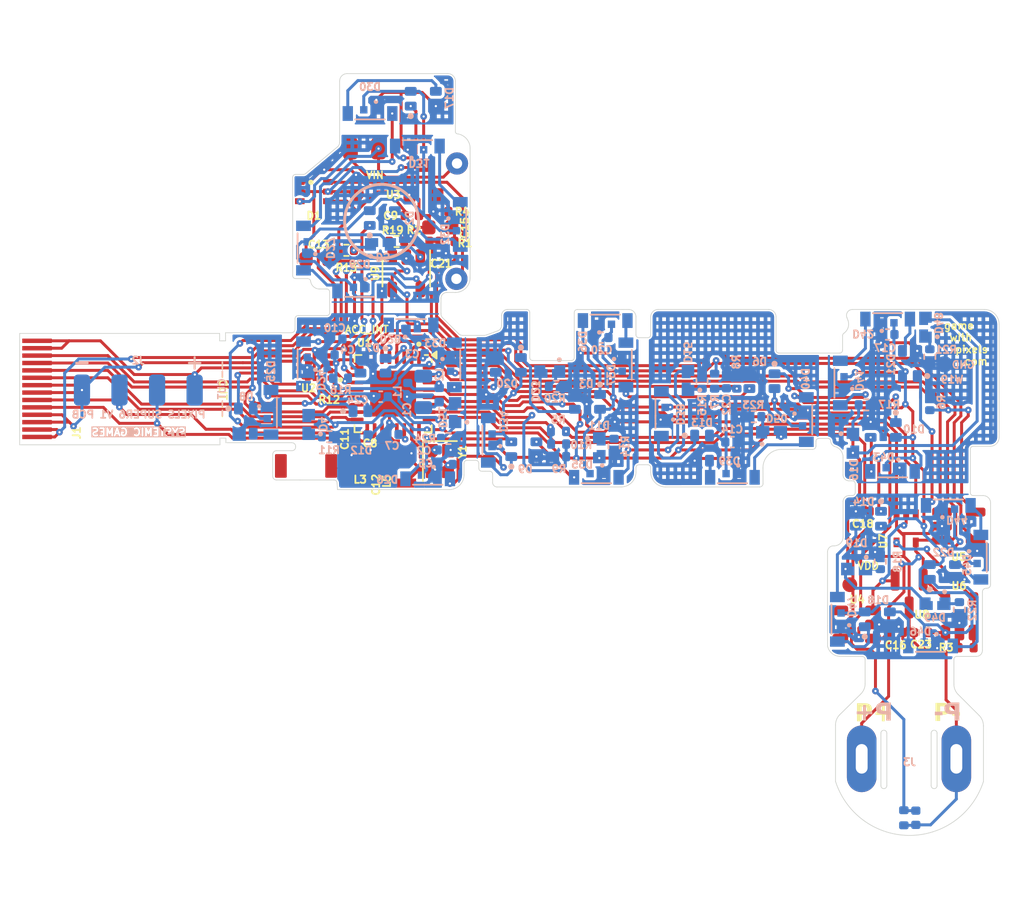
<source format=kicad_pcb>
(kicad_pcb (version 20240108) (generator "pcbnew") (generator_version "8.0")
  (title_block (title "Pixels D6 Layout") (date "2022-08-26") (rev "3") (company "Systemic Games, LLC") (comment 1 "Flexible PCB, 0.13mm thickness"))
  (layers (0 "F.Cu" signal) (31 "B.Cu" signal) (34 "B.Paste" user) (35 "F.Paste" user) (36 "B.SilkS" user "B.Silkscreen") (37 "F.SilkS" user "F.Silkscreen") (38 "B.Mask" user) (39 "F.Mask" user) (44 "Edge.Cuts" user))
  (net 0 "")
  (net 2 "GND")
  (net 3 "VDD")
  (net 4 "VDC")
  (net 5 "Net-(L1-Pad2)")
  (net 6 "Net-(U1-DEC4)")
  (net 7 "+5V")
  (net 8 "/PROG")
  (net 9 "VEE")
  (net 10 "/LED_EN")
  (net 11 "Net-(U1-XC2)")
  (net 12 "Net-(U1-DEC1)")
  (net 13 "Net-(U1-XC1)")
  (net 14 "Net-(U1-DEC3)")
  (net 15 "Net-(D1B-K1A2)")
  (net 16 "Net-(D1A-K3A4)")
  (net 17 "/BATT_NTC")
  (net 18 "RXI")
  (net 19 "TXO")
  (net 20 "SWO")
  (net 21 "RESET")
  (net 22 "SWDCLK")
  (net 23 "SWDIO")
  (net 24 "/NTC_ID_VDD")
  (net 25 "/LED_DATA")
  (net 26 "/Power Supply/MAG1_")
  (net 27 "/STATS")
  (net 28 "/5V_SENSE")
  (net 29 "/VBAT_SENSE")
  (net 30 "/Power Supply/LED_EN_OUT")
  (net 31 "Net-(U1-DCC)")
  (net 32 "Net-(U6-SET)")
  (net 33 "Net-(U1-P0.28{slash}AIN4)")
  (net 34 "/LEDs/LED_RETURN_6")
  (net 35 "+BATT")
  (net 38 "/SCL")
  (net 39 "/SDA")
  (net 40 "/ACC_INT")
  (net 41 "/ANT_NRF")
  (net 42 "/ANT_50")
  (net 43 "/ANTENNA")
  (net 45 "Net-(D2-DOUT)")
  (net 46 "Net-(D2-DIN)")
  (net 47 "Net-(D3-DIN)")
  (net 48 "Net-(D35-DOUT)")
  (net 49 "Net-(D10-DIN)")
  (net 50 "Net-(D10-DOUT)")
  (net 51 "Net-(D12-DOUT)")
  (net 52 "Net-(D12-DIN)")
  (net 53 "Net-(D13-DOUT)")
  (net 54 "Net-(D13-DIN)")
  (net 55 "Net-(D14-DIN)")
  (net 56 "Net-(D14-DOUT)")
  (net 57 "Net-(D17-DIN)")
  (net 58 "Net-(D17-DOUT)")
  (net 59 "Net-(D18-DOUT)")
  (net 60 "Net-(D18-DIN)")
  (net 61 "Net-(D20-DIN)")
  (net 62 "Net-(D21-DOUT)")
  (net 63 "Net-(D21-DIN)")
  (net 64 "Net-(D22-DIN)")
  (net 65 "Net-(D22-DOUT)")
  (net 66 "Net-(D24-DOUT)")
  (net 67 "Net-(D27-DIN)")
  (net 68 "Net-(D37-DIN)")
  (net 69 "Net-(D20-DOUT)")
  (net 70 "Net-(D25-DIN)")
  (net 71 "Net-(D34-DOUT)")
  (net 72 "Net-(D35-DIN)")
  (net 73 "Net-(D24-DIN)")
  (net 74 "Net-(D26-DOUT)")
  (net 75 "Net-(D28-DIN)")
  (net 76 "Net-(D31-DIN)")
  (net 77 "Net-(D36-DIN)")
  (net 78 "Net-(D39-DOUT)")
  (net 79 "Net-(D44-DIN)")
  (net 80 "Net-(D41-DOUT)")
  (net 81 "Net-(D41-DIN)")
  (net 82 "Net-(D27-DOUT)")
  (net 83 "Net-(D4-K)")
  (net 84 "Net-(D5-K)")
  (net 85 "Net-(D11-K)")
  (net 86 "Net-(D15-K)")
  (net 87 "Net-(D16-K)")
  (net 88 "Net-(D19-K)")
  (net 89 "Net-(U9-SET)")
  (net 90 "/UVLEDs/VUVLED")
  (net 91 "Net-(D23-K)")
  (net 92 "Net-(D48-K)")
  (net 93 "Net-(D49-K)")
  (net 94 "Net-(D50-K)")
  (net 95 "Net-(D51-K)")
  (footprint "Pixels-dice:C_0402_1005Metric" (layer "F.Cu") (at 166.8436 106.79)
    (property "Reference" "C16")
    (property "Value" "10uF 10V 20%")
  )
  (footprint "Pixels-dice:SOT-353_SC-70-5" (layer "F.Cu") (at 167.55 99.75 -90)
    (property "Reference" "U7")
    (property "Value" "SN74LVC1G08" (hide yes))
  )
  (footprint "Package_TO_SOT_SMD:SOT-23-5" (layer "F.Cu") (at 171.1111 99.6)
    (property "Reference" "U5")
    (property "Value" "MCP73832T-2ACI/OT")
  )
  (footprint "Package_TO_SOT_SMD:SOT-23" (layer "F.Cu") (at 167.7536 104.16 -90)
    (property "Reference" "U8")
    (property "Value" "VCS2373S")
  )
  (footprint "Pixels-dice:SOT-23-5" (layer "F.Cu") (at 171.1536 105.696232 90)
    (property "Reference" "U6")
    (property "Value" "MT9700" (hide yes))
  )
  (footprint "Resistor_SMD:R_0402_1005Metric" (layer "F.Cu") (at 171.6036 107.82 180)
    (property "Reference" "R3")
    (property "Value" "10k 5%")
  )
  (footprint "Package_DFN_QFN:QFN-32-1EP_5x5mm_P0.5mm_EP3.1x3.1mm" (layer "F.Cu") (at 132.86 90.64 -90)
    (property "Reference" "U1")
    (property "Value" "N52810_QFN32")
  )
  (footprint "Pixels-dice:0402_RF" (layer "F.Cu") (at 132.63 93.99)
    (property "Reference" "C8")
    (property "Value" "0.8pF 10V 5% C0G")
  )
  (footprint "Capacitor_SMD:C_0402_1005Metric" (layer "F.Cu") (at 168.5536 106.8 180)
    (property "Reference" "C23")
    (property "Value" "0.1uF 10V 20%")
  )
  (footprint "Pixels-dice:C_0402_1005Metric" (layer "F.Cu") (at 134.13 78.599)
    (property "Reference" "C9")
    (property "Value" "10uF 10V 20%")
  )
  (footprint "Pixels-dice:C_0402_1005Metric" (layer "F.Cu") (at 164.6 98.6 180)
    (property "Reference" "C18")
    (property "Value" "4.7uF 10V 20%")
  )
  (footprint "Pixels-dice:R_0402_1005Metric" (layer "F.Cu") (at 136.09 78.329 180)
    (property "Reference" "R4")
    (property "Value" "100k 1%")
  )
  (footprint "Pixels-dice:SOT-23-5" (layer "F.Cu") (at 164.2036 106.25 180)
    (property "Reference" "U4")
    (property "Value" "ME6215" (hide yes))
  )
  (footprint "Pixels-dice:FPC_14" (layer "F.Cu") (at 108.78163 93.57 90)
    (property "Reference" "J1")
    (property "Value" "Conn_01x14")
  )
  (footprint "Capacitor_SMD:C_0603_1608Metric" (layer "F.Cu") (at 127.75 81.55)
    (property "Reference" "C13")
    (property "Value" "4.7uF 25V 20%")
  )
  (footprint "Package_TO_SOT_SMD:SOT-363_SC-70-6" (layer "F.Cu") (at 127.5 76.979)
    (property "Reference" "D1")
    (property "Value" "BAV99S")
  )
  (footprint "Capacitor_SMD:C_0603_1608Metric" (layer "F.Cu") (at 136.05 79.4 180)
    (property "Reference" "C15")
    (property "Value" "22uF 10V 20%")
  )
  (footprint "Capacitor_SMD:C_0402_1005Metric" (layer "F.Cu") (at 135.95 81.15)
    (property "Reference" "C21")
    (property "Value" "10nF 25V 10%")
  )
  (footprint "Resistor_SMD:R_0402_1005Metric" (layer "F.Cu") (at 134.8 80.35)
    (property "Reference" "R2")
    (property "Value" "4.02M 1%")
  )
  (footprint "Resistor_SMD:R_0402_1005Metric" (layer "F.Cu") (at 136.5 80.35 180)
    (property "Reference" "R1")
    (property "Value" "4.02M 1%")
  )
  (footprint "Pixels-dice:Crystal_SMD_2016-4Pin_2.0x1.6mm" (layer "F.Cu") (at 136.025 95.2 -90)
    (property "Reference" "Y1")
    (property "Value" "32MHz 40ppm")
  )
  (footprint "Resistor_SMD:R_0402_1005Metric" (layer "F.Cu") (at 128.5 90.3 180)
    (property "Reference" "R12")
    (property "Value" "2.7k 5%")
  )
  (footprint "Package_LGA:LGA-12_2x2mm_P0.5mm" (layer "F.Cu") (at 127.85 88.84 180)
    (property "Reference" "U2")
    (property "Value" "KXTJ3-1057")
  )
  (footprint "Pixels-dice:0402_RF" (layer "F.Cu") (at 129.57 95.24 90)
    (property "Reference" "C11")
    (property "Value" "DNP")
  )
  (footprint "Pixels-dice:0402_RF" (layer "F.Cu") (at 132.47 95.24 -90)
    (property "Reference" "L5")
    (property "Value" "3.9nH 5%")
  )
  (footprint "Pixels-dice:SOT-23" (layer "F.Cu") (at 134.91 76.199 -90)
    (property "Reference" "U3")
    (property "Value" "PJ75BL50SA")
  )
  (footprint "Capacitor_SMD:C_0805_2012Metric" (layer "F.Cu") (at 130.925 74.075 180)
    (property "Reference" "C19" (hide yes))
    (property "Value" "12nF 50V 5% NP0")
  )
  (footprint "Pixels-dice:TEST_PIN" (layer "F.Cu") (at 129.83 87.58)
    (property "Reference" "W7" (hide yes))
    (property "Value" "ACC_INT")
  )
  (footprint "Pixels-dice:0402_RF" (layer "F.Cu") (at 130.66 95.68 180)
    (property "Reference" "L3")
    (property "Value" "2.7nH 5%")
  )
  (footprint "Pixels-dice:CHIP_ANT" (layer "F.Cu") (at 128.67 95.53 90)
    (property "Reference" "AE2" (hide yes))
    (property "Value" "Antenna_Chip" (hide yes))
  )
  (footprint "RFFrontEnd:MFH3.RECE.20369.001E.01" (layer "F.Cu") (at 133.64 95.69 90)
    (property "Reference" "J4" (hide yes))
    (property "Value" "DNP" (hide yes))
  )
  (footprint "Resistor_SMD:R_0402_1005Metric" (layer "F.Cu") (at 129.7 80.95 180)
    (property "Reference" "R13")
    (property "Value" "33R 1%")
  )
  (footprint "Resistor_SMD:R_0402_1005Metric" (layer "F.Cu") (at 133.1 80.35)
    (property "Reference" "R19")
    (property "Value" "10k 5%")
  )
  (footprint "Pixels-dice:SOT-23-5" (layer "F.Cu") (at 133.75 82.5 -90)
    (property "Reference" "U9")
    (property "Value" "MT9700" (hide yes))
  )
  (footprint "Pixels-dice:0402_RF" (layer "F.Cu") (at 131.75 95.24 90)
    (property "Reference" "C12")
    (property "Value" "DNP")
  )
  (footprint "Pixels-dice:TEST_PIN" (layer "F.Cu") (at 130.38 77.14)
    (property "Reference" "W16" (hide yes))
    (property "Value" "VIN")
  )
  (footprint "Pixels-dice:TEST_PIN" (layer "F.Cu") (at 163.74 103.56)
    (property "Reference" "W25" (hide yes))
    (property "Value" "VDD")
  )
  (footprint "Pixels-dice:TX1812Z_2020" (layer "B.Cu") (at 157.8 89.8 90)
    (property "Reference" "D6")
    (property "Value" "TX1812Z_2020")
  )
  (footprint "Pixels-dice:TX1812Z_2020" (layer "B.Cu") (at 132.13 78.769 -90)
    (property "Reference" "D2")
    (property "Value" "TX1812Z_2020")
  )
  (footprint "Pixels-dice:TX1812Z_2020" (layer "B.Cu") (at 131.5 88.75 90)
    (property "Reference" "D7")
    (property "Value" "TX1812Z_2020")
  )
  (footprint "Pixels-dice:C_0402_1005Metric" (layer "B.Cu") (at 168.2036 119.32 -90)
    (property "Reference" "C6" (hide yes))
    (property "Value" "DNP")
  )
  (footprint "Pixels-dice:TestPoint_THTPad_D1.5mm_Drill0.7mm_nosilk" (layer "B.Cu") (at 137.18 75.079 30)
    (property "Reference" "P5" (hide yes))
    (property "Value" "COILA")
  )
  (footprint "Capacitor_SMD:C_0402_1005Metric" (layer "B.Cu") (at 132.75 93.4 180)
    (property "Reference" "C7")
    (property "Value" "100pF NP0 10V 5%")
  )
  (footprint "Inductor_SMD:L_0805_2012Metric" (layer "B.Cu") (at 134.9 90.525 -90)
    (property "Reference" "L1")
    (property "Value" "10uH 100mA 10%")
  )
  (footprint "Capacitor_SMD:C_0402_1005Metric" (layer "B.Cu") (at 136.4 95.425)
    (property "Reference" "C5")
    (property "Value" "8pF 10V 10%")
  )
  (footprint "Capacitor_SMD:C_0402_1005Metric" (layer "B.Cu") (at 135.475 87.94)
    (property "Reference" "C3")
    (property "Value" "0.1uF 10V 20%")
  )
  (footprint "Capacitor_SMD:C_0402_1005Metric" (layer "B.Cu") (at 136.35 94.45 180)
    (property "Reference" "C2")
    (property "Value" "8pF 10V 10%")
  )
  (footprint "Resistor_SMD:R_0402_1005Metric" (layer "B.Cu") (at 144.05 94.05 180)
    (property "Reference" "R10")
    (property "Value" "100k 1%")
  )
  (footprint "Capacitor_SMD:C_0402_1005Metric" (layer "B.Cu") (at 128.95 86.95 180)
    (property "Reference" "C10")
    (property "Value" "0.1uF 10V 20%")
  )
  (footprint "Pixels-dice:TX1812Z_2020" (layer "B.Cu") (at 146 91.2 90)
    (property "Reference" "D3")
    (property "Value" "TX1812Z_2020")
  )
  (footprint "Pixels-dice:FPC-POGO-4" (layer "B.Cu") (at 115.63 90.4 180)
    (property "Reference" "J2")
    (property "Value" "Conn_01x04")
  )
  (footprint "Resistor_SMD:R_0402_1005Metric" (layer "B.Cu") (at 144.05 94.9)
    (property "Reference" "R9")
    (property "Value" "360k 1%")
  )
  (footprint "Pixels-dice:C_0402_1005Metric" (layer "B.Cu") (at 128.425 88.025 180)
    (property "Reference" "C4")
    (property "Value" "4.7uF 10V 20%")
  )
  (footprint "Resistor_SMD:R_0402_1005Metric" (layer "B.Cu") (at 169.15 91.25 90)
    (property "Reference" "R6")
    (property "Value" "22k 1%")
  )
  (footprint "Pixels-dice:Hongjie 10100 Connector" (layer "B.Cu") (at 167.744201 115.336035)
    (property "Reference" "J3")
    (property "Value" "Conn_01x02")
  )
  (footprint "Inductor_SMD:L_0402_1005Metric" (layer "B.Cu") (at 135.975 90.725 90)
    (property "Reference" "L2")
    (property "Value" "15nH 100mA 5%")
  )
  (footprint "Pixels-dice:C_0402_1005Metric" (layer "B.Cu") (at 133.85 90.4 -90)
    (property "Reference" "C1")
    (property "Value" "4.7uF 10V 20%")
  )
  (footprint "Resistor_SMD:R_0402_1005Metric" (layer "B.Cu") (at 154.6 89.8 -90)
    (property "Reference" "R7")
    (property "Value" "4.02M 1%")
  )
  (footprint "Resistor_SMD:R_0402_1005Metric" (layer "B.Cu") (at 156.1 89.8 90)
    (property "Reference" "R8")
    (property "Value" "10M 1%")
  )
  (footprint "Capacitor_SMD:C_0402_1005Metric" (layer "B.Cu") (at 155.4 89.8 90)
    (property "Reference" "C22")
    (property "Value" "10nF 25V 10%")
  )
  (footprint "Resistor_SMD:R_0402_1005Metric" (layer "B.Cu") (at 129.3 89.6)
    (property "Reference" "R16")
    (property "Value" "2.7k 5%")
  )
  (footprint "Pixels-dice:R_0402_1005Metric" (layer "B.Cu") (at 144.04 93.2)
    (property "Reference" "R5")
    (property "Value" "100k 1%" (hide yes))
  )
  (footprint "Capacitor_SMD:C_0402_1005Metric" (layer "B.Cu") (at 132.02 90.85 180)
    (property "Reference" "C24")
    (property "Value" "0.1uF 10V 20%")
  )
  (footprint "Pixels-dice:SK68XX-EC3210F" (layer "B.Cu") (at 130.6 83.7 180)
    (property "Reference" "D29")
    (property "Value" "SK68XX-EC3210F" (hide yes))
  )
  (footprint "Resistor_SMD:R_0402_1005Metric" (layer "B.Cu") (at 165.8 102 90)
    (property "Reference" "R18")
    (property "Value" "33R 1%")
  )
  (footprint "Pixels-dice:MHP1016UVACT" (layer "B.Cu") (at 143.45 89.15 180)
    (property "Reference" "D23")
    (property "Value" "UV LED" (hide yes))
  )
  (footprint "Pixels-dice:SK68XX-EC3210F" (layer "B.Cu") (at 166.625 95.9 180)
    (property "Reference" "D43")
    (property "Value" "SK68XX-EC3210F" (hide yes))
  )
  (footprint "Pixels-dice:MHP1016UVACT" (layer "B.Cu") (at 168.855961 86.15 90)
    (property "Reference" "D48")
    (property "Value" "UV LED" (hide yes))
  )
  (footprint "Pixels-dice:SK68XX-EC3210F" (layer "B.Cu") (at 162.9 105.9 90)
    (property "Reference" "D47")
    (property "Value" "SK68XX-EC3210F" (hide yes))
  )
  (footprint "Pixels-dice:TX1812Z_2020" (layer "B.Cu") (at 167.8 88.6)
    (property "Reference" "D21")
    (property "Value" "TX1812Z_2020")
  )
  (footprint "Pixels-dice:TX1812Z_2020" (layer "B.Cu") (at 166 93.1 90)
    (property "Reference" "D10")
    (property "Value" "TX1812Z_2020")
  )
  (footprint "Pixels-dice:SK68XX-EC3210F" (layer "B.Cu") (at 146.6 96.3 180)
    (property "Reference" "D35")
    (property "Value" "SK68XX-EC3210F" (hide yes))
  )
  (footprint "Pixels-dice:TX1812Z_2020" (layer "B.Cu") (at 130.65 92.675 180)
    (property "Reference" "D12")
    (property "Value" "TX1812Z_2020")
  )
  (footprint "Pixels-dice:SK68XX-EC3210F" (layer "B.Cu") (at 155.8 96.3 180)
    (property "Reference" "D39")
    (property "Value" "SK68XX-EC3210F" (hide yes))
  )
  (footprint "Pixels-dice:SK68XX-EC3210F" (layer "B.Cu") (at 172.6 101.7 -90)
    (property "Reference" "D45")
    (property "Value" "SK68XX-EC3210F" (hide yes))
  )
  (footprint "Pixels-dice:R_0402_1005Metric" (layer "B.Cu") (at 167.3936 119.32 -90)
    (property "Reference" "TH1" (hide yes))
    (property "Value" "NTC 100k @ 25C")
  )
  (footprint "Pixels-dice:SK68XX-EC3210F" (layer "B.Cu") (at 139.3 93.795 90)
    (property "Reference" "D34")
    (property "Value" "SK68XX-EC3210F" (hide yes))
  )
  (footprint "Pixels-dice:TEST_PIN" (layer "B.Cu") (at 170.13 88.66 180)
    (property "Reference" "W19")
    (property "Value" "GND")
  )
  (footprint "Pixels-dice:SK68XX-EC3210F" (layer "B.Cu") (at 126.8 88.625 90)
    (property "Reference" "D24")
    (property "Value" "SK68XX-EC3210F" (hide yes))
  )
  (footprint "Pixels-dice:SK68XX-EC3210F" (layer "B.Cu") (at 134.075 86)
    (property "Reference" "D28")
    (property "Value" "SK68XX-EC3210F" (hide yes))
  )
  (footprint "Pixels-dice:MHP1016UVACT" (layer "B.Cu") (at 137.05 91.925 90)
    (property "Reference" "D51")
    (property "Value" "UV LED" (hide yes))
  )
  (footprint "Resistor_SMD:R_0402_1005Metric" (layer "B.Cu") (at 147.8 94.2 -90)
    (property "Reference" "R14")
    (property "Value" "33R 1%")
  )
  (footprint "Pixels-dice:MHP1016UVACT" (layer "B.Cu") (at 163.95 94 -90)
    (property "Reference" "D16")
    (property "Value" "UV LED" (hide yes))
  )
  (footprint "Resistor_SMD:R_0402_1005Metric" (layer "B.Cu") (at 169.15 88.15 -90)
    (property "Reference" "R21")
    (property "Value" "33R 1%")
  )
  (footprint "Pixels-dice:TX1812Z_2020" (layer "B.Cu") (at 140.65 88.7 90)
    (property "Reference" "D20")
    (property "Value" "TX1812Z_2020")
  )
  (footprint "Pixels-dice:TX1812Z_2020" (layer "B.Cu") (at 165.6 105.9 -90)
    (property "Reference" "D18")
    (property "Value" "TX1812Z_2020")
  )
  (footprint "Resistor_SMD:R_0402_1005Metric" (layer "B.Cu") (at 136.6 93.675)
    (property "Reference" "R24")
    (property "Value" "33R 1%")
  )
  (footprint "Pixels-dice:TestPoint_THTPad_D1.5mm_Drill0.7mm_nosilk" (layer "B.Cu") (at 137.14 82.88 180)
    (property "Reference" "P6" (hide yes))
    (property "Value" "COILB")
  )
  (footprint "Capacitor_SMD:C_0402_1005Metric" (layer "B.Cu") (at 166.28 86.64 180)
    (property "Reference" "C17")
    (property "Value" "0.1uF 10V 20%")
  )
  (footprint "Pixels-dice:SK68XX-EC3210F" (layer "B.Cu") (at 135.2 96.4 180)
    (property "Reference" "D26")
    (property "Value" "SK68XX-EC3210F" (hide yes))
  )
  (footprint "Resistor_SMD:R_0402_1005Metric" (layer "B.Cu") (at 157.25 92.2 180)
    (property "Reference" "R23")
    (property "Value" "33R 1%")
  )
  (footprint "Pixels-dice:SK68XX-EC3210F" (layer "B.Cu") (at 126.8 80.8 90)
    (property "Reference" "D27")
    (property "Value" "SK68XX-EC3210F" (hide yes))
  )
  (footprint "Pixels-dice:SK68XX-EC3210F" (layer "B.Cu") (at 160.8 92.395 -90)
    (property "Reference" "D40")
    (property "Value" "SK68XX-EC3210F" (hide yes))
  )
  (footprint "Pixels-dice:MHP1016UVACT" (layer "B.Cu") (at 127.15 92.725 90)
    (property "Reference" "D4")
    (property "Value" "UV LED" (hide yes))
  )
  (footprint "Pixels-dice:SK68XX-EC3210F" (layer "B.Cu") (at 147.2 85.7)
    (property "Reference" "D36")
    (property "Value" "SK68XX-EC3210F" (hide yes))
  )
  (footprint "Pixels-dice:SK68XX-EC3210F" (layer "B.Cu") (at 124.6 91.9 -90)
    (property "Reference" "D25")
    (property "Value" "SK68XX-EC3210F" (hide yes))
  )
  (footprint "Pixels-dice:TX1812Z_2020" (layer "B.Cu") (at 153.75 94.325 180)
    (property "Reference" "D13")
    (property "Value" "TX1812Z_2020")
  )
  (footprint "Pixels-dice:SK68XX-EC3210F" (layer "B.Cu") (at 137 88.7 -90)
    (property "Reference" "D33")
    (property "Value" "SK68XX-EC3210F" (hide yes))
  )
  (footprint "Pixels-dice:MHP1016UVACT" (layer "B.Cu") (at 169.5 104.844039 180)
    (property "Reference" "D49")
    (property "Value" "UV LED" (hide yes))
  )
  (footprint "Pixels-dice:TX1812Z_2020" (layer "B.Cu") (at 141.7 94.4 -90)
    (property "Reference" "D9")
    (property "Value" "TX1812Z_2020")
  )
  (footprint "Resistor_SMD:R_0402_1005Metric" (layer "B.Cu") (at 171.15 105.25 -90)
    (property "Reference" "R22")
    (property "Value" "33R 1%")
  )
  (footprint "Resistor_SMD:R_0402_1005Metric" (layer "B.Cu") (at 153.75 89.8 90)
    (property "Reference" "R15")
    (property "Value" "33R 1%")
  )
  (footprint "Capacitor_SMD:C_0402_1005Metric" (layer "B.Cu") (at 146.94 86.85 180)
    (property "Reference" "C20")
    (property "Value" "0.1uF 10V 20%")
  )
  (footprint "Pixels-dice:SK68XX-EC3210F" (layer "B.Cu") (at 170.4 98.2)
    (property "Reference" "D44")
    (property "Value" "SK68XX-EC3210F" (hide yes))
  )
  (footprint "Resistor_SMD:R_0402_1005Metric" (layer "B.Cu") (at 128.55 93.55)
    (property "Reference" "R11")
    (property "Value" "33R 1%")
  )
  (footprint "Capacitor_SMD:C_0402_1005Metric" (layer "B.Cu") (at 155.8 93.92)
    (property "Reference" "C14")
    (property "Value" "0.1uF 10V 20%")
  )
  (footprint "Pixels-dice:MHP1016UVACT" (layer "B.Cu") (at 152.8 89.75 90)
    (property "Reference" "D15")
    (property "Value" "UV LED" (hide yes))
  )
  (footprint "Resistor_SMD:R_0402_1005Metric" (layer "B.Cu") (at 143.9 90.15)
    (property "Reference" "R20")
    (property "Value" "33R 1%")
  )
  (footprint "Pixels-dice:SK68XX-EC3210F" (layer "B.Cu") (at 166.3 85.6)
    (property "Reference" "D42")
    (property "Value" "SK68XX-EC3210F" (hide yes))
  )
  (footprint "Pixels-dice:MHP1016UVACT" (layer "B.Cu") (at 146.8 94.3 -90)
    (property "Reference" "D11")
    (property "Value" "UV LED" (hide yes))
  )
  (footprint "Pixels-dice:TX1812Z_2020" (layer "B.Cu") (at 165 99.1 90)
    (property "Reference" "D14")
    (property "Value" "TX1812Z_2020")
  )
  (footprint "Pixels-dice:SK68XX-EC3210F" (layer "B.Cu") (at 134.5 73.9)
    (property "Reference" "D31")
    (property "Value" "SK68XX-EC3210F" (hide yes))
  )
  (footprint "Pixels-dice:SK68XX-EC3210F" (layer "B.Cu") (at 169.2 107.7 180)
    (property "Reference" "D46")
    (property "Value" "SK68XX-EC3210F" (hide yes))
  )
  (footprint "Pixels-dice:SK68XX-EC3210F" (layer "B.Cu") (at 148.6 88.7 -90)
    (property "Reference" "D37")
    (property "Value" "SK68XX-EC3210F" (hide yes))
  )
  (footprint "Pixels-dice:SK68XX-EC3210F" (layer "B.Cu") (at 137.4 79.2 -90)
    (property "Reference" "D32")
    (property "Value" "SK68XX-EC3210F" (hide yes))
  )
  (footprint "Pixels-dice:TX1812Z_2020" (layer "B.Cu") (at 122.9 92.5 180)
    (property "Reference" "D8")
    (property "Value" "TX1812Z_2020")
  )
  (footprint "Pixels-dice:TX1812Z_2020" (layer "B.Cu") (at 170 102.7 -90)
    (property "Reference" "D22")
    (property "Value" "TX1812Z_2020")
  )
  (footprint "Pixels-dice:SK68XX-EC3210F" (layer "B.Cu") (at 163.1 89.925 90)
    (property "Reference" "D41")
    (property "Value" "SK68XX-EC3210F" (hide yes))
  )
  (footprint "Pixels-dice:MHP1016UVACT" (layer "B.Cu") (at 132 80.55)
    (property "Reference" "D5")
    (property "Value" "UV LED" (hide yes))
  )
  (footprint "Pixels-dice:MHP1016UVACT" (layer "B.Cu") (at 164.2 102.5 180)
    (property "Reference" "D19")
    (property "Value" "UV LED" (hide yes))
  )
  (footprint "Pixels-dice:SK68XX-EC3210F" (layer "B.Cu") (at 131.3 71.7 180)
    (property "Reference" "D30")
    (property "Value" "SK68XX-EC3210F" (hide yes))
  )
  (footprint "Pixels-dice:SK68XX-EC3210F" (layer "B.Cu") (at 151 92 90)
    (property "Reference" "D38")
    (property "Value" "SK68XX-EC3210F" (hide yes))
  )
  (footprint "Pixels-dice:MHP1016UVACT" (layer "B.Cu") (at 158.45 93.255961)
    (property "Reference" "D50")
    (property "Value" "UV LED" (hide yes))
  )
  (footprint "Resistor_SMD:R_0402_1005Metric" (layer "B.Cu") (at 164.85 91.4)
    (property "Reference" "R17")
    (property "Value" "33R 1%")
  )
  (footprint "Pixels-dice:TX1812Z_2020" (layer "B.Cu") (at 134.9 70.7 -90)
    (property "Reference" "D17")
    (property "Value" "TX1812Z_2020")
  )
  (gr_circle (center 132.08 78.989) (end 134.58 78.989) (stroke (width 0.2)) (fill none) (layer "B.SilkS"))
  (gr_circle (center 134.6 87.3) (end 134.7 87.3) (stroke (width 0.15)) (fill solid) (layer "F.SilkS"))
  (gr_circle (center 127.3 76.35) (end 127.4 76.35) (stroke (width 0.15)) (fill solid) (layer "F.SilkS"))
  (gr_circle (center 129.3 89.7) (end 129.4 89.7) (stroke (width 0.15)) (fill solid) (layer "F.SilkS"))
  (gr_line (start 139.0252 86.7009) (end 137.562201 86.700905) (stroke (width 0.05)) (layer "Edge.Cuts"))
  (gr_arc (start 170.7792 108.608) (mid 170.837796 108.466561) (end 170.9792 108.408) (stroke (width 0.05)) (layer "Edge.Cuts"))
  (gr_line (start 164.108616 96.733783) (end 164.108616 97.333583) (stroke (width 0.05)) (layer "Edge.Cuts"))
  (gr_arc (start 149.279098 95.951) (mid 148.986236 96.658136) (end 148.2792 96.951) (stroke (width 0.05)) (layer "Edge.Cuts"))
  (gr_line (start 173.8362 93.2009) (end 173.8362 85.9512) (stroke (width 0.05)) (layer "Edge.Cuts"))
  (gr_arc (start 126.231352 85.564698) (mid 126.289904 85.423267) (end 126.4312 85.364751) (stroke (width 0.05)) (layer "Edge.Cuts"))
  (gr_line (start 128.5692 83.7654) (end 128.5692 85.170861) (stroke (width 0.05)) (layer "Edge.Cuts"))
  (gr_arc (start 162.740868 94.222806) (mid 163.133094 94.492342) (end 163.284133 94.9437) (stroke (width 0.05)) (layer "Edge.Cuts"))
  (gr_arc (start 157.875 96.725) (mid 157.809099 96.884099) (end 157.65 96.95) (stroke (width 0.05)) (layer "Edge.Cuts"))
  (gr_line (start 150.279174 95.649974) (end 150.2792 95.9509) (stroke (width 0.05)) (layer "Edge.Cuts"))
  (gr_line (start 139.5902 96.085428) (end 139.5902 96.4491) (stroke (width 0.05)) (layer "Edge.Cuts"))
  (gr_line (start 151.2792 96.9509) (end 157.65 96.95) (stroke (width 0.05)) (layer "Edge.Cuts"))
  (gr_arc (start 136.530832 69.0029) (mid 136.929911 69.160977) (end 137.066776 69.506453) (stroke (width 0.05)) (layer "Edge.Cuts"))
  (gr_arc (start 164.573728 108.412) (mid 164.719639 108.470526) (end 164.7782 108.616516) (stroke (width 0.05)) (layer "Edge.Cuts"))
  (gr_arc (start 173.8362 93.589256) (mid 173.660535 94.024435) (end 173.2362 94.200198) (stroke (width 0.05)) (layer "Edge.Cuts"))
  (gr_line (start 149.2792 95.951) (end 149.2792 95.650074) (stroke (width 0.05)) (layer "Edge.Cuts"))
  (gr_arc (start 158.9532 87.9002) (mid 158.811779 87.841621) (end 158.7532 87.7002) (stroke (width 0.05)) (layer "Edge.Cuts"))
  (gr_arc (start 166.2422 117.151) (mid 166.042205 117.351) (end 165.8422 117.151) (stroke (width 0.05)) (layer "Edge.Cuts"))
  (gr_line (start 124.9702 96.4802) (end 126.5802 96.4802) (stroke (width 0.05)) (layer "Edge.Cuts"))
  (gr_arc (start 138.0692 82.8) (mid 137.776307 83.507107) (end 137.0692 83.8) (stroke (width 0.05)) (layer "Edge.Cuts"))
  (gr_arc (start 164.778099 110.242) (mid 164.700263 110.628781) (end 164.475331 110.958803) (stroke (width 0.05)) (layer "Edge.Cuts"))
  (gr_line (start 145.108579 85.156078) (end 145.108579 88.208578) (stroke (width 0.05)) (layer "Edge.Cuts"))
  (gr_line (start 141.8992 84.9508) (end 140.596169 84.9509) (stroke (width 0.05)) (layer "Edge.Cuts"))
  (gr_line (start 124.7202 95.9674) (end 124.7202 96.2302) (stroke (width 0.05)) (layer "Edge.Cuts"))
  (gr_line (start 107.6102 86.57) (end 107.6102 94.1) (stroke (width 0.05)) (layer "Edge.Cuts"))
  (gr_arc (start 124.9702 96.480149) (mid 124.793464 96.406946) (end 124.720251 96.2302) (stroke (width 0.05)) (layer "Edge.Cuts"))
  (gr_line (start 163.2532 87.7002) (end 163.2532 86.723) (stroke (width 0.05)) (layer "Edge.Cuts"))
  (gr_line (start 173.8362 93.589256) (end 173.8362 93.2009) (stroke (width 0.05)) (layer "Edge.Cuts"))
  (gr_line (start 149.479167 95.450074) (end 150.079167 95.449974) (stroke (width 0.05)) (layer "Edge.Cuts"))
  (gr_arc (start 161.4513 93.866416) (mid 161.509814 93.725) (end 161.6512 93.666415) (stroke (width 0.05)) (layer "Edge.Cuts"))
  (gr_line (start 127.8792 83.5653) (end 128.3682 83.5653) (stroke (width 0.05)) (layer "Edge.Cuts"))
  (gr_line (start 163.908616 97.533581) (end 163.6872 97.5363) (stroke (width 0.05)) (layer "Edge.Cuts"))
  (gr_line (start 144.908579 88.408578) (end 142.2982 88.4034) (stroke (width 0.05)) (layer "Edge.Cuts"))
  (gr_arc (start 126.2302 86.273509) (mid 126.156876 86.450101) (end 125.9802 86.523223) (stroke (width 0.05)) (layer "Edge.Cuts"))
  (gr_arc (start 139.152052 86.680222) (mid 139.08944 86.695694) (end 139.025123 86.70089) (stroke (width 0.05)) (layer "Edge.Cuts"))
  (gr_arc (start 126.2702 94.2506) (mid 126.196995 94.427359) (end 126.020295 94.5006) (stroke (width 0.05)) (layer "Edge.Cuts"))
  (gr_arc (start 162.7753 113.048) (mid 162.853138 112.661215) (end 163.047787 112.361945) (stroke (width 0.05)) (layer "Edge.Cuts"))
  (gr_line (start 162.2362 106.323) (end 162.240001 107.72) (stroke (width 0.05)) (layer "Edge.Cuts"))
  (gr_line (start 121.1502 93.65) (end 121.1502 94.1) (stroke (width 0.05)) (layer "Edge.Cuts"))
  (gr_arc (start 172.8362 84.9512) (mid 173.543307 85.244093) (end 173.8362 85.9512) (stroke (width 0.05)) (layer "Edge.Cuts"))
  (gr_arc (start 163.2872 100.334) (mid 163.100477 100.768973) (end 162.656604 100.933218) (stroke (width 0.05)) (layer "Edge.Cuts"))
  (gr_line (start 169.2422 113.601) (end 169.2422 117.151) (stroke (width 0.05)) (layer "Edge.Cuts"))
  (gr_line (start 170.7792 110.282) (end 170.7792 108.608) (stroke (width 0.05)) (layer "Edge.Cuts"))
  (gr_line (start 139.922021 86.400596) (end 139.152052 86.680222) (stroke (width 0.05)) (layer "Edge.Cuts"))
  (gr_arc (start 128.5692 85.170861) (mid 128.510692 85.306092) (end 128.3692 85.364697) (stroke (width 0.05)) (layer "Edge.Cuts"))
  (gr_line (start 172.7762 116.868661) (end 172.7762 113.105) (stroke (width 0.05)) (layer "Edge.Cuts"))
  (gr_arc (start 126.927474 75.77572) (mid 126.876581 75.803144) (end 126.8082 75.815202) (stroke (width 0.05)) (layer "Edge.Cuts"))
  (gr_arc (start 173.2612 103.544676) (mid 173.192952 103.723513) (end 173.018236 103.801712) (stroke (width 0.05)) (layer "Edge.Cuts"))
  (gr_arc (start 138.858535 95.8898) (mid 138.712815 95.831287) (end 138.654253 95.6899) (stroke (width 0.05)) (layer "Edge.Cuts"))
  (gr_arc (start 163.61294 85.677821) (mid 163.627176 86.166268) (end 163.3391 86.55874) (stroke (width 0.05)) (layer "Edge.Cuts"))
  (gr_arc (start 136.203275 85.508278) (mid 136.126067 85.388521) (end 136.0962 85.220583) (stroke (width 0.05)) (layer "Edge.Cuts"))
  (gr_line (start 121.1302 87.07) (end 121.5302 87.07) (stroke (width 0.05)) (layer "Edge.Cuts"))
  (gr_arc (start 157.8682 95.6615) (mid 158.234317 94.777617) (end 159.1182 94.4115) (stroke (width 0.05)) (layer "Edge.Cuts"))
  (gr_arc (start 129.2471 69.5) (mid 129.392697 69.148497) (end 129.7442 69.0029) (stroke (width 0.05)) (layer "Edge.Cuts"))
  (gr_arc (start 145.108579 88.208578) (mid 145.05 88.349999) (end 144.908579 88.408578) (stroke (width 0.05)) (layer "Edge.Cuts"))
  (gr_arc (start 169.2422 113.601) (mid 169.442198 113.401003) (end 169.6422 113.601003) (stroke (width 0.05)) (layer "Edge.Cuts"))
  (gr_line (start 162.7752 113.048) (end 162.7752 116.859291) (stroke (width 0.05)) (layer "Edge.Cuts"))
  (gr_line (start 126.2702 94.21) (end 126.2702 94.2506) (stroke (width 0.05)) (layer "Edge.Cuts"))
  (gr_line (start 121.5502 93.65) (end 121.1502 93.65) (stroke (width 0.05)) (layer "Edge.Cuts"))
  (gr_line (start 172.482698 112.397499) (end 171.061739 110.978556) (stroke (width 0.05)) (layer "Edge.Cuts"))
  (gr_arc (start 137.6532 95.3519) (mid 137.71207 95.20977) (end 137.8542 95.1509) (stroke (width 0.05)) (layer "Edge.Cuts"))
  (gr_arc (start 137.199641 73.072873) (mid 137.821001 73.404953) (end 138.069172 74.0643) (stroke (width 0.05)) (layer "Edge.Cuts"))
  (gr_line (start 121.1302 86.57) (end 107.6102 86.57) (stroke (width 0.05)) (layer "Edge.Cuts"))
  (gr_line (start 126.2692 82.8653) (end 127.080729 82.8653) (stroke (width 0.05)) (layer "Edge.Cuts"))
  (gr_arc (start 126.0692 76.0152) (mid 126.127779 75.873779) (end 126.2692 75.8152) (stroke (width 0.05)) (layer "Edge.Cuts"))
  (gr_line (start 139.0872 95.8898) (end 139.3902 95.8898) (stroke (width 0.05)) (layer "Edge.Cuts"))
  (gr_line (start 129.7442 69.0029) (end 136.530832 69.0029) (stroke (width 0.05)) (layer "Edge.Cuts"))
  (gr_line (start 126.0202 93.96) (end 121.5502 93.96) (stroke (width 0.05)) (layer "Edge.Cuts"))
  (gr_arc (start 137.562201 86.700905) (mid 137.409064 86.670472) (end 137.279053 86.583653) (stroke (width 0.05)) (layer "Edge.Cuts"))
  (gr_line (start 172.7062 108.008) (end 172.7063 104.051712) (stroke (width 0.05)) (layer "Edge.Cuts"))
  (gr_line (start 161.450227 94.19) (end 161.4513 93.866416) (stroke (width 0.05)) (layer "Edge.Cuts"))
  (gr_line (start 161.6512 93.666415) (end 162.2512 93.666415) (stroke (width 0.05)) (layer "Edge.Cuts"))
  (gr_arc (start 126.2692 82.865249) (mid 126.127743 82.806656) (end 126.0692 82.660773) (stroke (width 0.05)) (layer "Edge.Cuts"))
  (gr_arc (start 150.2792 86.65444) (mid 150.220673 86.800962) (end 150.07418 86.8595) (stroke (width 0.05)) (layer "Edge.Cuts"))
  (gr_arc (start 141.89704 84.950834) (mid 142.039608 85.008122) (end 142.098203 85.157724) (stroke (width 0.05)) (layer "Edge.Cuts"))
  (gr_line (start 140.1962 85.3509) (end 140.1962 86.0209) (stroke (width 0.05)) (layer "Edge.Cuts"))
  (gr_arc (start 139.3902 95.88985) (mid 139.531639 95.948426) (end 139.5902 96.085428) (stroke (width 0.05)) (layer "Edge.Cuts"))
  (gr_arc (start 145.108579 85.156078) (mid 145.167158 85.014657) (end 145.308579 84.956078) (stroke (width 0.05)) (layer "Edge.Cuts"))
  (gr_line (start 124.7202 94.751) (end 124.7202 95.1124) (stroke (width 0.05)) (layer "Edge.Cuts"))
  (gr_arc (start 172.7762 116.868661) (mid 167.772989 120.513538) (end 162.7752 116.859291) (stroke (width 0.05)) (layer "Edge.Cuts"))
  (gr_arc (start 163.908616 96.533783) (mid 164.050037 96.592362) (end 164.108616 96.733783) (stroke (width 0.05)) (layer "Edge.Cuts"))
  (gr_arc (start 124.7202 94.751) (mid 124.793406 94.57424) (end 124.970105 94.501) (stroke (width 0.05)) (layer "Edge.Cuts"))
  (gr_arc (start 137.653098 96.1313) (mid 137.360236 96.838436) (end 136.6532 97.1313) (stroke (width 0.05)) (layer "Edge.Cuts"))
  (gr_line (start 164.475331 110.958803) (end 163.047787 112.361945) (stroke (width 0.05)) (layer "Edge.Cuts"))
  (gr_arc (start 136.096301 84.200998) (mid 136.213428 83.918128) (end 136.4962 83.801001) (stroke (width 0.05)) (layer "Edge.Cuts"))
  (gr_arc (start 171.8902 94.4002) (mid 171.948779 94.258779) (end 172.0902 94.2002) (stroke (width 0.05)) (layer "Edge.Cuts"))
  (gr_arc (start 163.2532 86.723) (mid 163.275971 86.630317) (end 163.3391 86.55874) (stroke (width 0.05)) (layer "Edge.Cuts"))
  (gr_arc (start 163.6842 96.5365) (mid 163.401357 96.419343) (end 163.2842 96.1365) (stroke (width 0.05)) (layer "Edge.Cuts"))
  (gr_arc (start 142.2982 88.4034) (mid 142.156919 88.344883) (end 142.099206 88.221515) (stroke (width 0.05)) (layer "Edge.Cuts"))
  (gr_line (start 124.7202 95.1124) (end 124.7202 95.9674) (stroke (width 0.05)) (layer "Edge.Cuts"))
  (gr_line (start 165.8422 113.601001) (end 165.8422 117.151) (stroke (width 0.05)) (layer "Edge.Cuts"))
  (gr_arc (start 139.8902 96.951) (mid 139.678068 96.863132) (end 139.5902 96.651) (stroke (width 0.05)) (layer "Edge.Cuts"))
  (gr_arc (start 158.2532 84.9509) (mid 158.606753 85.097347) (end 158.7532 85.4509) (stroke (width 0.05)) (layer "Edge.Cuts"))
  (gr_line (start 171.8902 94.4002) (end 171.8902 97.340836) (stroke (width 0.05)) (layer "Edge.Cuts"))
  (gr_line (start 164.7782 108.616516) (end 164.7782 110.242) (stroke (width 0.05)) (layer "Edge.Cuts"))
  (gr_arc (start 128.8682 96.480357) (mid 129.014387 96.542052) (end 129.072205 96.680453) (stroke (width 0.05)) (layer "Edge.Cuts"))
  (gr_arc (start 171.061739 110.978556) (mid 170.855495 110.665027) (end 170.779231 110.282) (stroke (width 0.05)) (layer "Edge.Cuts"))
  (gr_line (start 172.0902 94.2002) (end 173.2362 94.2002) (stroke (width 0.05)) (layer "Edge.Cuts"))
  (gr_line (start 126.2692 75.8152) (end 126.8082 75.8152) (stroke (width 0.05)) (layer "Edge.Cuts"))
  (gr_arc (start 148.801521 84.9509) (mid 149.141301 85.105385) (end 149.2792 85.428579) (stroke (width 0.05)) (layer "Edge.Cuts"))
  (gr_arc (start 128.3682 83.5653) (mid 128.509674 83.62389) (end 128.5683 83.7654) (stroke (width 0.05)) (layer "Edge.Cuts"))
  (gr_line (start 163.550479 85.510786) (end 163.613455 85.677626) (stroke (width 0.05)) (layer "Edge.Cuts"))
  (gr_line (start 149.2792 86.6595) (end 149.2792 85.428579) (stroke (width 0.05)) (layer "Edge.Cuts"))
  (gr_line (start 172.7612 97.5365) (end 172.085818 97.5365) (stroke (width 0.05)) (layer "Edge.Cuts"))
  (gr_line (start 139.5902 96.4491) (end 139.5902 96.651) (stroke (width 0.05)) (layer "Edge.Cuts"))
  (gr_arc (start 162.740482 94.22379) (mid 162.539532 94.090683) (end 162.451201 93.866415) (stroke (width 0.05)) (layer "Edge.Cuts"))
  (gr_line (start 158.2532 84.9509) (end 150.7792 84.9509) (stroke (width 0.05)) (layer "Edge.Cuts"))
  (gr_line (start 163.2842 94.9437) (end 163.2842 96.1365) (stroke (width 0.05)) (layer "Edge.Cuts"))
  (gr_line (start 126.020295 94.5006) (end 124.970105 94.501) (stroke (width 0.05)) (layer "Edge.Cuts"))
  (gr_line (start 150.07418 86.8595) (end 149.47482 86.8595) (stroke (width 0.05)) (layer "Edge.Cuts"))
  (gr_line (start 163.2872 97.9363) (end 163.2872 100.334) (stroke (width 0.05)) (layer "Edge.Cuts"))
  (gr_line (start 121.1302 86.57) (end 121.1302 87.07) (stroke (width 0.05)) (layer "Edge.Cuts"))
  (gr_arc (start 126.0202 93.96) (mid 126.1968 94.033047) (end 126.2702 94.21) (stroke (width 0.05)) (layer "Edge.Cuts"))
  (gr_arc (start 161.450227 94.19) (mid 161.385724 94.345724) (end 161.23 94.410227) (stroke (width 0.05)) (layer "Edge.Cuts"))
  (gr_line (start 126.2312 85.5647) (end 126.2302 86.273509) (stroke (width 0.05)) (layer "Edge.Cuts"))
  (gr_line (start 173.2612 103.544676) (end 173.2612 98.043671) (stroke (width 0.05)) (layer "Edge.Cuts"))
  (gr_arc (start 137.199641 73.072873) (mid 137.106446 73.023057) (end 137.069246 72.924148) (stroke (width 0.05)) (layer "Edge.Cuts"))
  (gr_line (start 137.6532 96.1313) (end 137.6532 95.3519) (stroke (width 0.05)) (layer "Edge.Cuts"))
  (gr_arc (start 165.8422 113.601001) (mid 166.042202 113.401001) (end 166.2422 113.601) (stroke (width 0.05)) (layer "Edge.Cuts"))
  (gr_line (start 158.7532 85.4509) (end 158.7532 87.7002) (stroke (width 0.05)) (layer "Edge.Cuts"))
  (gr_line (start 126.5802 96.4802) (end 128.8682 96.4802) (stroke (width 0.05)) (layer "Edge.Cuts"))
  (gr_line (start 172.8362 84.9512) (end 163.925149 84.9512) (stroke (width 0.05)) (layer "Edge.Cuts"))
  (gr_arc (start 172.7063 104.051712) (mid 172.779494 103.875006) (end 172.9562 103.801812) (stroke (width 0.05)) (layer "Edge.Cuts"))
  (gr_line (start 136.6532 97.1313) (end 129.1 97.1313) (stroke (width 0.05)) (layer "Edge.Cuts"))
  (gr_arc (start 163.026353 108.399998) (mid 162.517741 108.193681) (end 162.240726 107.719851) (stroke (width 0.05)) (layer "Edge.Cuts"))
  (gr_arc (start 172.7062 108.008) (mid 172.58906 108.290825) (end 172.3062 108.408) (stroke (width 0.05)) (layer "Edge.Cuts"))
  (gr_line (start 163.026353 108.399999) (end 164.573728 108.412) (stroke (width 0.05)) (layer "Edge.Cuts"))
  (gr_arc (start 151.2792 96.9509) (mid 150.572093 96.658007) (end 150.2792 95.9509) (stroke (width 0.05)) (layer "Edge.Cuts"))
  (gr_line (start 158.9532 87.9002) (end 163.0532 87.9002) (stroke (width 0.05)) (layer "Edge.Cuts"))
  (gr_line (start 129.107649 73.94679) (end 126.927474 75.77572) (stroke (width 0.05)) (layer "Edge.Cuts"))
  (gr_line (start 142.099206 88.221515) (end 142.098203 85.157724) (stroke (width 0.05)) (layer "Edge.Cuts"))
  (gr_line (start 121.5502 93.96) (end 121.5502 93.65) (stroke (width 0.05)) (layer "Edge.Cuts"))
  (gr_line (start 150.2792 85.4509) (end 150.2792 86.65444) (stroke (width 0.05)) (layer "Edge.Cuts"))
  (gr_line (start 126.0692 76.0152) (end 126.0692 82.660773) (stroke (width 0.05)) (layer "Edge.Cuts"))
  (gr_arc (start 138.4542 95.1509) (mid 138.595621 95.209479) (end 138.6542 95.3509) (stroke (width 0.05)) (layer "Edge.Cuts"))
  (gr_arc (start 172.085818 97.5365) (mid 171.948761 97.477974) (end 171.8902 97.340836) (stroke (width 0.05)) (layer "Edge.Cuts"))
  (gr_arc (start 140.1962 86.0209) (mid 140.123815 86.250397) (end 139.922021 86.400596) (stroke (width 0.05)) (layer "Edge.Cuts"))
  (gr_line (start 157.875 96.725) (end 157.8682 95.6615) (stroke (width 0.05)) (layer "Edge.Cuts"))
  (gr_arc (start 150.079167 95.45) (mid 150.220591 95.508559) (end 150.279174 95.649974) (stroke (width 0.05)) (layer "Edge.Cuts"))
  (gr_line (start 107.6102 94.1) (end 121.1502 94.1) (stroke (width 0.05)) (layer "Edge.Cuts"))
  (gr_arc (start 140.1962 85.3509) (mid 140.31334 85.068075) (end 140.596169 84.9509) (stroke (width 0.05)) (layer "Edge.Cuts"))
  (gr_line (start 148.801521 84.9509) (end 145.308579 84.956078) (stroke (width 0.05)) (layer "Edge.Cuts"))
  (gr_arc (start 169.6422 117.151) (mid 169.442194 117.351003) (end 169.2422 117.151) (stroke (width 0.05)) (layer "Edge.Cuts"))
  (gr_line (start 170.9792 108.408) (end 172.3062 108.408) (stroke (width 0.05)) (layer "Edge.Cuts"))
  (gr_arc (start 127.8792 83.5653) (mid 127.482257 83.415296) (end 127.283727 83.040262) (stroke (width 0.05)) (layer "Edge.Cuts"))
  (gr_line (start 169.6422 117.151) (end 169.6422 113.601003) (stroke (width 0.05)) (layer "Edge.Cuts"))
  (gr_arc (start 162.2362 101.333) (mid 162.360557 101.043136) (end 162.656605 100.933521) (stroke (width 0.05)) (layer "Edge.Cuts"))
  (gr_line (start 163.6842 96.5365) (end 163.908616 96.533783) (stroke (width 0.05)) (layer "Edge.Cuts"))
  (gr_arc (start 150.279265 85.4509) (mid 150.425699 85.097387) (end 150.7792 84.950965) (stroke (width 0.05)) (layer "Edge.Cuts"))
  (gr_line (start 121.5302 86.523223) (end 125.9802 86.523223) (stroke (width 0.05)) (layer "Edge.Cuts"))
  (gr_line (start 138.6542 95.3509) (end 138.6542 95.6899) (stroke (width 0.05)) (layer "Edge.Cuts"))
  (gr_line (start 129.2442 73.6458) (end 129.2442 69.5) (stroke (width 0.05)) (layer "Edge.Cuts"))
  (gr_arc (start 163.550479 85.510786) (mid 163.588476 85.12323) (end 163.925149 84.9512) (stroke (width 0.05)) (layer "Edge.Cuts"))
  (gr_line (start 162.2362 101.333) (end 162.2362 106.323) (stroke (width 0.05)) (layer "Edge.Cuts"))
  (gr_arc (start 172.7612 97.53655) (mid 173.114771 97.682994) (end 173.2612 98.043671) (stroke (width 0.05)) (layer "Edge.Cuts"))
  (gr_line (start 121.5302 87.07) (end 121.5302 86.523223) (stroke (width 0.05)) (layer "Edge.Cuts"))
  (gr_line (start 137.0692 72.9241) (end 137.0672 69.5065) (stroke (width 0.05)) (layer "Edge.Cuts"))
  (gr_line (start 128.3692 85.3647) (end 126.4312 85.3647) (stroke (width 0.05)) (layer "Edge.Cuts"))
  (gr_arc (start 172.482597 112.3976) (mid 172.699788 112.722377) (end 172.775907 113.105) (stroke (width 0.05)) (layer "Edge.Cuts"))
  (gr_line (start 138.858535 95.8898) (end 139.0872 95.8898) (stroke (width 0.05)) (layer "Edge.Cuts"))
  (gr_line (start 137.8542 95.1509) (end 138.4542 95.1509) (stroke (width 0.05)) (layer "Edge.Cuts"))
  (gr_arc (start 129.2442 73.6458) (mid 129.206734 73.814824) (end 129.107649 73.94679) (stroke (width 0.05)) (layer "Edge.Cuts"))
  (gr_line (start 138.0692 82.8) (end 138.0692 74.0643) (stroke (width 0.05)) (layer "Edge.Cuts"))
  (gr_arc (start 149.47482 86.8595) (mid 149.337797 86.800969) (end 149.279253 86.659554) (stroke (width 0.05)) (layer "Edge.Cuts"))
  (gr_arc (start 149.2792 95.650074) (mid 149.337767 95.508664) (end 149.479167 95.450074) (stroke (width 0.05)) (layer "Edge.Cuts"))
  (gr_line (start 166.2422 117.151) (end 166.2422 113.601) (stroke (width 0.05)) (layer "Edge.Cuts"))
  (gr_line (start 129.1 97.1313) (end 129.072205 96.680453) (stroke (width 0.05)) (layer "Edge.Cuts"))
  (gr_arc (start 163.287301 97.936298) (mid 163.404428 97.653428) (end 163.6872 97.5363) (stroke (width 0.05)) (layer "Edge.Cuts"))
  (gr_line (start 139.8902 96.951) (end 148.2792 96.951) (stroke (width 0.05)) (layer "Edge.Cuts"))
  (gr_arc (start 127.080729 82.8653) (mid 127.2175 82.915278) (end 127.28359 83.040277) (stroke (width 0.05)) (layer "Edge.Cuts"))
  (gr_arc (start 164.108514 97.333589) (mid 164.049998 97.474999) (end 163.908616 97.533581) (stroke (width 0.05)) (layer "Edge.Cuts"))
  (gr_line (start 159.1182 94.4115) (end 161.23 94.410227) (stroke (width 0.05)) (layer "Edge.Cuts"))
  (gr_line (start 172.9562 103.801712) (end 173.018236 103.801712) (stroke (width 0.05)) (layer "Edge.Cuts"))
  (gr_line (start 136.0962 85.220583) (end 136.0962 84.201) (stroke (width 0.05)) (layer "Edge.Cuts"))
  (gr_line (start 136.4962 83.8) (end 137.0692 83.8) (stroke (width 0.05)) (layer "Edge.Cuts"))
  (gr_arc (start 162.2512 93.666415) (mid 162.392621 93.724994) (end 162.4512 93.866415) (stroke (width 0.05)) (layer "Edge.Cuts"))
  (gr_line (start 137.279053 86.583653) (end 136.203275 85.508278) (stroke (width 0.05)) (layer "Edge.Cuts"))
  (gr_arc (start 163.2532 87.7002) (mid 163.194621 87.841621) (end 163.0532 87.9002) (stroke (width 0.05)) (layer "Edge.Cuts"))
  (gr_text "--CUT--" (at 121.28 90.32 90) (layer "B.SilkS") (effects (font (size 0.5 0.5) (thickness 0.1)) (justify mirror)))
  (gr_text "PIXELS SUPER6 V1 PCB" (at 115.65 92.05 0) (layer "B.SilkS") (effects (font (size 0.5 0.5) (thickness 0.12)) (justify mirror)))
  (gr_text "SYSTEMIC GAMES" (at 115.65 93.25 0) (layer "B.SilkS" knockout) (effects (font (size 0.5 0.5) (thickness 0.12)) (justify mirror)))
  (gr_text "P+" (at 165.35 112.25 0) (layer "B.SilkS") (effects (font (size 1.2 1.2) (thickness 0.2) (bold yes)) (justify mirror)))
  (gr_text "P-" (at 170.35 112.25 0) (layer "B.SilkS") (effects (font (size 1.2 1.2) (thickness 0.125)) (justify mirror)))
  (gr_text "P-" (at 170.33 112.28 0) (layer "F.SilkS") (effects (font (size 1.2 1.2) (thickness 0.125))))
  (gr_text "P+" (at 165.39 112.3 0) (layer "F.SilkS") (effects (font (size 1.2 1.2) (thickness 0.2) (bold yes))))
  (gr_text "--CUT--" (at 121.35 90.37 -90) (layer "F.SilkS") (effects (font (size 0.5 0.5) (thickness 0.1))))
  (gr_text "game\n with\n  pixels\n   .com" (at 170.0536 88.75 0) (layer "F.SilkS") (effects (font (size 0.5 0.5) (thickness 0.1) (bold yes)) (justify left bottom)))
  (segment (start 167.7536 106.48) (end 168.0736 106.8) (width 0.2) (layer "F.Cu") (net 2))
  (segment (start 164.9 92.3) (end 160 92.3) (width 0.2) (layer "F.Cu") (net 2))
  (segment (start 134.640001 95.69) (end 133.64 94.689999) (width 0.2) (layer "F.Cu") (net 2))
  (segment (start 134.4 79.4) (end 135.275 79.4) (width 0.2) (layer "F.Cu") (net 2))
  (segment (start 135.65 95.85) (end 134.8541 95.85) (width 0.2) (layer "F.Cu") (net 2))
  (segment (start 153.4 95.025) (end 153.25 95.175) (width 0.2) (layer "F.Cu") (net 2))
  (segment (start 129.19 79.51) (end 130.4 78.3) (width 0.2) (layer "F.Cu") (net 2))
  (segment (start 167.4 101.65) (end 167.7536 102.0036) (width 0.2) (layer "F.Cu") (net 2))
  (segment (start 134.6941 95.69) (end 134.640001 95.69) (width 0.2) (layer "F.Cu") (net 2))
  (segment (start 135.2975 90.39) (end 134.26 90.39) (width 0.2) (layer "F.Cu") (net 2))
  (segment (start 111.49 90.07) (end 111.82 90.4) (width 0.2) (layer "F.Cu") (net 2))
  (segment (start 165.75 101.65) (end 167.4 101.65) (width 0.2) (layer "F.Cu") (net 2))
  (segment (start 170.25 108.125) (end 169.925 108.125) (width 0.2) (layer "F.Cu") (net 2))
  (segment (start 132.225 70.275) (end 133.4 70.275) (width 0.2) (layer "F.Cu") (net 2))
  (segment (start 134.16 79.64) (end 134.4 79.4) (width 0.2) (layer "F.Cu") (net 2))
  (segment (start 133.4 70.275) (end 133.4 73.9) (width 0.2) (layer "F.Cu") (net 2))
  (segment (start 110.97 92.57) (end 111.25 92.85) (width 0.2) (layer "F.Cu") (net 2))
  (segment (start 132.61 92.6) (end 132.61 90.89) (width 0.2) (layer "F.Cu") (net 2))
  (segment (start 169.925 108.125) (end 169.65 107.85) (width 0.2) (layer "F.Cu") (net 2))
  (segment (start 168.5 107.85) (end 168.0736 107.4236) (width 0.2) (layer "F.Cu") (net 2))
  (segment (start 139.975 94.225) (end 139.95 94.225) (width 0.2) (layer "F.Cu") (net 2))
  (segment (start 166.9 95.45) (end 167.1 95.65) (width 0.2) (layer "F.Cu") (net 2))
  (segment (start 166.9 93.3) (end 166.9 95.25) (width 0.2) (layer "F.Cu") (net 2))
  (segment (start 129.19 80.95) (end 129.19 79.51) (width 0.2) (layer "F.Cu") (net 2))
  (segment (start 134.16 80.45) (end 134.16 79.64) (width 0.2) (layer "F.Cu") (net 2))
  (segment (start 165.45 101.35) (end 165.75 101.65) (width 0.2) (layer "F.Cu") (net 2))
  (segment (start 108.78163 92.07) (end 110.47 92.07) (width 0.2) (layer "F.Cu") (net 2))
  (segment (start 132.61 90.89) (end 132.86 90.64) (width 0.2) (layer "F.Cu") (net 2))
  (segment (start 166.9 95.25) (end 166.9 96.1) (width 0.2) (layer "F.Cu") (net 2))
  (segment (start 128.45 77.629) (end 129.729 77.629) (width 0.2) (layer "F.Cu") (net 2))
  (segment (start 134.8541 95.85) (end 134.6941 95.69) (width 0.2) (layer "F.Cu") (net 2))
  (segment (start 134.299 77.199) (end 134.61 77.51) (width 0.2) (layer "F.Cu") (net 2))
  (segment (start 108.78163 90.57) (end 111.65 90.57) (width 0.2) (layer "F.Cu") (net 2))
  (segment (start 166.9 98.8) (end 166.9 99.75) (width 0.2) (layer "F.Cu") (net 2))
  (segment (start 166.9 95.85) (end 167.1 95.65) (width 0.2) (layer "F.Cu") (net 2))
  (segment (start 167.05 106.5164) (end 167.05 106.4) (width 0.2) (layer "F.Cu") (net 2))
  (segment (start 165.15 92.55) (end 164.9 92.3) (width 0.2) (layer "F.Cu") (net 2))
  (segment (start 141.65 91.2) (end 141.4 91.45) (width 0.2) (layer "F.Cu") (net 2))
  (segment (start 127.525 87.65) (end 126.8 87.65) (width 0.2) (layer "F.Cu") (net 2))
  (segment (start 142.55 94.9) (end 142.5 94.95) (width 0.2) (layer "F.Cu") (net 2))
  (segment (start 115.95 88.55) (end 122.7 88.55) (width 0.2) (layer "F.Cu") (net 2))
  (segment (start 108.78163 90.07) (end 111.49 90.07) (width 0.2) (layer "F.Cu") (net 2))
  (segment (start 126.55 76.329) (end 127.221 76.329) (width 0.2) (layer "F.Cu") (net 2))
  (segment (start 170.944201 115.336035) (end 170.944201 112.044201) (width 0.2) (layer "F.Cu") (net 2))
  (segment (start 167.7536 102.0036) (end 167.7536 105.0975) (width 0.2) (layer "F.Cu") (net 2))
  (segment (start 166.9 99.75) (end 167.075 99.925) (width 0.2) (layer "F.Cu") (net 2))
  (segment (start 130.35 75.85) (end 130 75.5) (width 0.2) (layer "F.Cu") (net 2))
  (segment (start 145.3 93.25) (end 143.25 91.2) (width 0.2) (layer "F.Cu") (net 2))
  (segment (start 165.15 92.55) (end 166.15 92.55) (width 0.2) (layer "F.Cu") (net 2))
  (segment (start 135.31 78.599) (end 135.31 79.365) (width 0.2) (layer "F.Cu") (net 2))
  (segment (start 134.29 80.24) (end 134.05 80) (width 0.2) (layer "F.Cu") (net 2))
  (segment (start 171.15 106.15) (end 171.15 106.792632) (width 0.2) (layer "F.Cu") (net 2))
  (segment (start 147.85 92.55) (end 152.65 92.55) (width 0.2) (layer "F.Cu") (net 2))
  (segment (start 130.4 78.3) (end 131.7 77) (width 0.2) (layer "F.Cu") (net 2))
  (segment (start 134.61 78.599) (end 135.31 78.599) (width 0.2) (layer "F.Cu") (net 2))
  (segment (start 131.75 94.8) (end 131.7 94.8) (width 0.2) (layer "F.Cu") (net 2))
  (segment (start 171.0936 106.856232) (end 171.1536 106.796232) (width 0.2) (layer "F.Cu") (net 2))
  (segment (start 133.64 96.690001) (end 133.694099 96.690001) (width 0.2) (layer "F.Cu") (net 2))
  (segment (start 158.4 92.2) (end 156.25 92.2) (width 0.2) (layer "F.Cu") (net 2))
  (segment (start 127.575 87.7) (end 127.53 87.745) (width 0.2) (layer "F.Cu") (net 2))
  (segment (start 167.25 100.1) (end 169.1 100.1) (width 0.2) (layer "F.Cu") (net 2))
  (segment (start 136.55 94.45) (end 136.85 94.75) (width 0.2) (layer "F.Cu") (net 2))
  (segment (start 164.12 98.6) (end 164.15 98.6) (width 0.2) (layer "F.Cu") (net 2))
  (segment (start 123.7 88.55) (end 123.85 88.4) (width 0.2) (layer "F.Cu") (net 2))
  (segment (start 130.25 81.95) (end 130.25 82.8) (width 0.2) (layer "F.Cu") (net 2))
  (segment (start 134.29 80.35) (end 134.29 80.24) (width 0.2) (layer "F.Cu") (net 2))
  (segment (start 132.61 93.0775) (end 132.61 93.53) (width 0.2) (layer "F.Cu") (net 2))
  (segment (start 124.15 88.1) (end 123.85 88.4) (width 0.2) (layer "F.Cu") (net 2))
  (segment (start 134.825 70.275) (end 135.75 71.2) (width 0.2) (layer "F.Cu") (net 2))
  (segment (start 136.75 94.45) (end 137.075 94.125) (width 0.2) (layer "F.Cu") (net 2))
  (segment (start 153.1 92.55) (end 152.65 92.55) (width 0.2) (layer "F.Cu") (net 2))
  (segment (start 152.65 92.55) (end 153.45 92.55) (width 0.2) (layer "F.Cu") (net 2))
  (segment (start 126.35 88.1) (end 125 88.1) (width 0.2) (layer "F.Cu") (net 2))
  (segment (start 171.5 103.2) (end 171.5 102.125) (width 0.2) (layer "F.Cu") (net 2))
  (segment (start 133.4 70.275) (end 134.825 70.275) (width 0.2) (layer "F.Cu") (net 2))
  (segment (start 108.78163 92.57) (end 110.97 92.57) (width 0.2) (layer "F.Cu") (net 2))
  (segment (start 155.9 92.55) (end 156.25 92.2) (width 0.2) (layer "F.Cu") (net 2))
  (segment (start 135.31 79.365) (end 135.275 79.4) (width 0.2) (layer "F.Cu") (net 2))
  (segment (start 165.3036 106.25) (end 164.6 106.25) (width 0.2) (layer "F.Cu") (net 2))
  (segment (start 147.15 93.25) (end 147.85 92.55) (width 0.2) (layer "F.Cu") (net 2))
  (segment (start 136.39 90.39) (end 135.2975 90.39) (width 0.2) (layer "F.Cu") (net 2))
  (segment (start 146.55 87.9) (end 147.55 87.9) (width 0.2) (layer "F.Cu") (net 2))
  (segment (start 129.729 77.629) (end 130.4 78.3) (width 0.2) (layer "F.Cu") (net 2))
  (segment (start 169.65 107.85) (end 168.5 107.85) (width 0.2) (layer "F.Cu") (net 2))
  (segment (start 167.3236 107.2236) (end 167.3236 106.79) (width 0.2) (layer "F.Cu") (net 2))
  (segment (start 145.95 92.75) (end 146.45 93.25) (width 0.2) (layer "F.Cu") (net 2))
  (segment (start 127.53 88.0775) (end 127.53 88.37) (width 0.2) (layer "F.Cu") (net 2))
  (segment (start 146.45 93.25) (end 147.15 93.25) (width 0.2) (layer "F.Cu") (net 2))
  (segment (start 139.15 90.7) (end 136.7 90.7) (width 0.2) (layer "F.Cu") (net 2))
  (segment (start 166.9 96.1) (end 166.9 98.8) (width 0.2) (layer "F.Cu") (net 2))
  (segment (start 133.64 94.689999) (end 134.085001 94.689999) (width 0.2) (layer "F.Cu") (net 2))
  (segment (start 171.5 102.125) (end 172.35 101.275) (width 0.2) (layer "F.Cu") (net 2))
  (segment (start 126.8 87.65) (end 126.35 88.1) (width 0.2) (layer "F.Cu") (net 2))
  (segment (start 127.5 76.05) (end 128.05 75.5) (width 0.2) (layer "F.Cu") (net 2))
  (segment (start 128.05 75.5) (end 128.2 75.5) (width 0.2) (layer "F.Cu") (net 2))
  (segment (start 170.944201 112.044201) (end 170.25 111.35) (width 0.2) (layer "F.Cu") (net 2))
  (segment (start 146.45 93.25) (end 145.3 93.25) (width 0.2) (layer "F.Cu") (net 2))
  (segment (start 167.75 87.2) (end 168.3 87.75) (width 0.2) (layer "F.Cu") (net 2))
  (segment (start 145.95 91.35) (end 145.95 92.75) (width 0.2) (layer "F.Cu") (net 2))
  (segment (start 167.7536 106.36) (end 167.7536 106.48) (width 0.2) (layer "F.Cu") (net 2))
  (segment (start 171.0936 107.82) (end 171.0936 106.856232) (width 0.2) (layer "F.Cu") (net 2))
  (segment (start 127.53 87.745) (end 127.53 88.0775) (width 0.2) (layer "F.Cu") (net 2))
  (segment (start 131.725 70.775) (end 132.225 70.275) (width 0.2) (layer "F.Cu") (net 2))
  (segment (start 167.7536 105.0975) (end 167.7536 106.36) (width 0.2) (layer "F.Cu") (net 2))
  (segment (start 167.4 100.25) (end 167.4 101.65) (width 0.2) (layer "F.Cu") (net 2))
  (segment (start 127.221 76.329) (end 127.5 76.05) (width 0.2) (layer "F.Cu") (net 2))
  (segment (start 139.65 90.7) (end 139.15 90.7) (width 0.2) (layer "F.Cu") (net 2))
  (segment (start 134.26 90.39) (end 133.8 90.85) (width 0.2) (layer "F.Cu") (net 2))
  (segment (start 146.55 87.9) (end 145.55 87.9) (width 0.2) (layer "F.Cu") (net 2))
  (segment (start 143.25 91.2) (end 141.65 91.2) (width 0.2) (layer "F.Cu") (net 2))
  (segment (start 170.25 108.125) (end 170.555 107.82) (width 0.2) (layer "F.Cu") (net 2))
  (segment (start 133.694099 96.690001) (end 134.6941 95.69) (width 0.2) (layer "F.Cu") (net 2))
  (segment (start 134.61 77.51) (end 134.61 78.599) (width 0.2) (layer "F.Cu") (net 2))
  (segment (start 140.4 91.45) (end 139.65 90.7) (width 0.2) (layer "F.Cu") (net 2))
  (segment (start 133.85 74.15) (end 133.65 74.15) (width 0.2) (layer "F.Cu") (net 2))
  (segment (start 135.31 78.599) (end 135.58 78.329) (width 0.2) (layer "F.Cu") (net 2))
  (segment (start 171.15 106.792632) (end 171.1536 106.796232) (width 0.2) (layer "F.Cu") (net 2))
  (segment (start 130.25 83.55) (end 130.25 82.8) (width 0.2) (layer "F.Cu") (net 2))
  (segment (start 133.65 74.15) (end 133.4 73.9) (width 0.2) (layer "F.Cu") (net 2))
  (segment (start 170.25 111.35) (end 170.25 108.125) (width 0.2) (layer "F.Cu") (net 2))
  (segment (start 111.65 90.57) (end 111.82 90.4) (width 0.2) (layer "F.Cu") (net 2))
  (segment (start 127.375 88.975) (end 127.26 89.09) (width 0.2) (layer "F.Cu") (net 2))
  (segment (start 166.9 95.25) (end 166.9 95.45) (width 0.2) (layer "F.Cu") (net 2))
  (segment (start 168.0736 107.4236) (end 167.5236 107.4236) (width 0.2) (layer "F.Cu") (net 2))
  (segment (start 127.53 88.37) (end 127.53 88.82) (width 0.2) (layer "F.Cu") (net 2))
  (segment (start 164.6 106.25) (end 164.35 106.5) (width 0.2) (layer "F.Cu") (net 2))
  (segment (start 167.5236 107.4236) (end 167.3236 107.2236) (width 0.2) (layer "F.Cu") (net 2))
  (segment (start 132.61 93.0775) (end 132.61 92.6) (width 0.2) (layer "F.Cu") (net 2))
  (segment (start 154.75 92.55) (end 155.9 92.55) (width 0.2) (layer "F.Cu") (net 2))
  (segment (start 125 88.1) (end 124.15 88.1) (width 0.2) (layer "F.Cu") (net 2))
  (segment (start 169.6 99.6) (end 169.9736 99.6) (width 0.2) (layer "F.Cu") (net 2))
  (segment (start 131.7 94.8) (end 131.35 94.45) (width 0.2) (layer "F.Cu") (net 2))
  (segment (start 164.35 106.5) (end 164.35 107.1) (width 0.2) (layer "F.Cu") (net 2))
  (segment (start 130.25 85.725) (end 130.25 83.55) (width 0.2) (layer "F.Cu") (net 2))
  (segment (start 127.29 88.59) (end 127.0175 88.59) (width 0.2) (layer "F.Cu") (net 2))
  (segment (start 140.7 94.95) (end 139.975 94.225) (width 0.2) (layer "F.Cu") (net 2))
  (segment (start 133.761 77) (end 133.96 77.199) (width 0.2) (layer "F.Cu") (net 2))
  (segment (start 165.85 87.2) (end 167.75 87.2) (width 0.2) (layer "F.Cu") (net 2))
  (segment (start 168.0736 107.4236) (end 168.0736 106.8) (width 0.2) (layer "F.Cu") (net 2))
  (segment (start 132.61 93.53) (end 133.07 93.99) (width 0.2) (layer "F.Cu") (net 2))
  (segment (start 134.085001 94.689999) (end 134.1 94.675) (width 0.2) (layer "F.Cu") (net 2))
  (segment (start 167.075 99.925) (end 167.4 100.25) (width 0.2) (layer "F.Cu") (net 2))
  (segment (start 129.3 81.679) (end 128.525 81.679) (width 0.2) (layer "F.Cu") (net 2))
  (segment (start 115.65 88.85) (end 115.95 88.55) (width 0.2) (layer "F.Cu") (net 2))
  (segment (start 159.9 92.2) (end 158.4 92.2) (width 0.2) (layer "F.Cu") (net 2))
  (segment (start 127.53 88.82) (end 127.375 88.975) (width 0.2) (layer "F.Cu") (net 2))
  (segment (start 129.3 81.679) (end 129.979 81.679) (width 0.2) (layer "F.Cu") (net 2))
  (segment (start 110.47 92.07) (end 110.97 92.57) (width 0.2) (layer "F.Cu") (net 2))
  (segment (start 127.53 88.37) (end 127.3 88.6) (width 0.2) (layer "F.Cu") (net 2))
  (segment (start 153.45 92.55) (end 154.75 92.55) (width 0.2) (layer "F.Cu") (net 2))
  (segment (start 166.15 92.55) (end 166.9 93.3) (width 0.2) (layer "F.Cu") (net 2))
  (segment (start 122.7 88.55) (end 123.7 88.55) (width 0.2) (layer "F.Cu") (net 2))
  (segment (start 128.95 80.95) (end 128.75 81.15) (width 0.2) (layer "F.Cu") (net 2))
  (segment (start 129.979 81.679) (end 130.25 81.95) (width 0.2) (layer "F.Cu") (net 2))
  (segment (start 142.5 94.95) (end 140.7 94.95) (width 0.2) (layer "F.Cu") (net 2))
  (segment (start 165.3036 106.25) (end 165.725 106.25) (width 0.2) (layer "F.Cu") (net 2))
  (segment (start 170.555 107.82) (end 171.0936 107.82) (width 0.2) (layer "F.Cu") (net 2))
  (segment (start 156.225 95.025) (end 153.4 95.025) (width 0.2) (layer "F.Cu") (net 2))
  (segment (start 160 92.3) (end 159.9 92.2) (width 0.2) (layer "F.Cu") (net 2))
  (segment (start 167.7536 106.36) (end 167.3236 106.79) (width 0.2) (layer "F.Cu") (net 2))
  (segment (start 139.85 94.125) (end 139.95 94.225) (width 0.2) (layer "F.Cu") (net 2))
  (segment (start 136.7 90.7) (end 136.39 90.39) (width 0.2) (layer "F.Cu") (net 2))
  (segment (start 141.4 91.45) (end 140.4 91.45) (width 0.2) (layer "F.Cu") (net 2))
  (segment (start 127.575 87.7) (end 127.525 87.65) (width 0.2) (layer "F.Cu") (net 2))
  (segment (start 127.3 88.6) (end 127.29 88.59) (width 0.2) (layer "F.Cu") (net 2))
  (segment (start 129.57 94.8) (end 130.05 94.8) (width 0.2) (layer "F.Cu") (net 2))
  (segment (start 167.075 99.925) (end 167.25 100.1) (width 0.2) (layer "F.Cu") (net 2))
  (segment (start 169.1 100.1) (end 169.6 99.6) (width 0.2) (layer "F.Cu") (net 2))
  (segment (start 166.9 96.1) (end 166.9 95.85) (width 0.2) (layer "F.Cu") (net 2))
  (segment (start 134.29 80.35) (end 133.61 80.35) (width 0.2) (layer "F.Cu") (net 2))
  (segment (start 167.3236 106.79) (end 167.05 106.5164) (width 0.2) (layer "F.Cu") (net 2))
  (segment (start 137.075 94.125) (end 139.85 94.125) (width 0.2) (layer "F.Cu") (net 2))
  (segment (start 133.96 77.199) (end 134.299 77.199) (width 0.2) (layer "F.Cu") (net 2))
  (segment (start 131.7 77) (end 133.761 77) (width 0.2) (layer "F.Cu") (net 2))
  (segment (start 129.19 80.95) (end 128.95 80.95) (width 0.2) (layer "F.Cu") (net 2))
  (segment (start 127.26 89.09) (end 127.0175 89.09) (width 0.2) (layer "F.Cu") (net 2))
  (segment (start 130 75.5) (end 128.2 75.5) (width 0.2) (layer "F.Cu") (net 2))
  (via (at 135.58 78.329) (size 0.45) (drill 0.15) (layers "F.Cu" "B.Cu") (net 2))
  (via (at 135.7 95.775) (size 0.45) (drill 0.15) (layers "F.Cu" "B.Cu") (net 2))
  (via (at 136.75 94.45) (size 0.45) (drill 0.15) (layers "F.Cu" "B.Cu") (net 2))
  (via (at 115.65 88.85) (size 0.45) (drill 0.15) (layers "F.Cu" "B.Cu") (net 2))
  (via (at 133.96 77.199) (size 0.45) (drill 0.15) (layers "F.Cu" "B.Cu") (net 2))
  (via (at 169.9736 99.6) (size 0.45) (drill 0.15) (layers "F.Cu" "B.Cu") (net 2))
  (via (at 147.85 92.55) (size 0.45) (drill 0.15) (layers "F.Cu" "B.Cu") (net 2))
  (via (at 139.95 94.225) (size 0.45) (drill 0.15) (layers "F.Cu" "B.Cu") (net 2))
  (via (at 167.1 95.65) (size 0.45) (drill 0.15) (layers "F.Cu" "B.Cu") (net 2))
  (via (at 145.95 91.35) (size 0.45) (drill 0.15) (layers "F.Cu" "B.Cu") (net 2))
  (via (at 164.35 107.1) (size 0.45) (drill 0.15) (layers "F.Cu" "B.Cu") (net 2))
  (via (at 128.75 81.15) (size 0.45) (drill 0.15) (layers "F.Cu" "B.Cu") (net 2))
  (via (at 147.55 87.9) (size 0.45) (drill 0.15) (layers "F.Cu" "B.Cu") (net 2))
  (via (at 123.85 88.4) (size 0.45) (drill 0.15) (layers "F.Cu" "B.Cu") (net 2))
  (via (at 145.55 87.9) (size 0.45) (drill 0.15) (layers "F.Cu" "B.Cu") (net 2))
  (via (at 132.61 92.6) (size 0.45) (drill 0.15) (layers "F.Cu" "B.Cu") (net 2))
  (via (at 130.25 85.725) (size 0.45) (drill 0.15) (layers "F.Cu" "B.Cu") (net 2))
  (via (at 135.75 71.2) (size 0.45) (drill 0.15) (layers "F.Cu" "B.Cu") (net 2))
  (via (at 128.2 75.5) (size 0.45) (drill 0.15) (layers "F.Cu" "B.Cu") (net 2))
  (via (at 156.225 95.025) (size 0.45) (drill 0.15) (layers "F.Cu" "B.Cu") (net 2))
  (via (at 131.35 94.45) (size 0.45) (drill 0.15) (layers "F.Cu" "B.Cu") (net 2))
  (via (at 168.3 87.75) (size 0.45) (drill 0.15) (layers "F.Cu" "B.Cu") (net 2))
  (via (at 159.9 92.2) (size 0.45) (drill 0.15) (layers "F.Cu" "B.Cu") (net 2))
  (via (at 165.45 101.35) (size 0.45) (drill 0.15) (layers "F.Cu" "B.Cu") (net 2))
  (via (at 111.82 90.4) (size 0.45) (drill 0.15) (layers "F.Cu" "B.Cu") (net 2))
  (via (at 165.85 87.2) (size 0.45) (drill 0.15) (layers "F.Cu" "B.Cu") (net 2))
  (via (at 171.15 106.15) (size 0.45) (drill 0.15) (layers "F.Cu" "B.Cu") (net 2))
  (via (at 150.95 92.4) (size 0.45) (drill 0.15) (layers "F.Cu" "B.Cu") (net 2))
  (via (at 127.05 88.875) (size 0.45) (drill 0.15) (layers "F.Cu" "B.Cu") (net 2))
  (via (at 130.05 94.8) (size 0.45) (drill 0.15) (layers "F.Cu" "B.Cu") (net 2))
  (via (at 131.725 70.775) (size 0.45) (drill 0.15) (layers "F.Cu" "B.Cu") (net 2))
  (via (at 131.55 90.8) (size 0.45) (drill 0.15) (layers "F.Cu" "B.Cu") (net 2))
  (via (at 139.15 90.7) (size 0.45) (drill 0.15) (layers "F.Cu" "B.Cu") (net 2))
  (via (at 136.43 81.15) (size 0.45) (drill 0.15) (layers "F.Cu" "B.Cu") (net 2))
  (via (at 133.75 81.5) (size 0.45) (drill 0.15) (layers "F.Cu" "B.Cu") (net 2))
  (via (at 146.55 87.9) (size 0.45) (drill 0.15) (layers "F.Cu" "B.Cu") (net 2))
  (via (at 111.25 92.85) (size 0.45) (drill 0.15) (layers "F.Cu" "B.Cu") (net 2))
  (via (at 130.25 82.8) (size 0.45) (drill 0.15) (layers "F.Cu" "B.Cu") (net 2))
  (via (at 165.725 106.25) (size 0.45) (drill 0.15) (layers "F.Cu" "B.Cu") (net 2))
  (via (at 134.1 94.675) (size 0.45) (drill 0.15) (layers "F.Cu" "B.Cu") (net 2))
  (via (at 167.05 106.4) (size 0.45) (drill 0.15) (layers "F.Cu" "B.Cu") (net 2))
  (via (at 127.575 87.7) (size 0.45) (drill 0.15) (layers "F.Cu" "B.Cu") (net 2))
  (via (at 171.5 103.2) (size 0.45) (drill 0.15) (layers "F.Cu" "B.Cu") (net 2))
  (via (at 134.05 80) (size 0.45) (drill 0.15) (layers "F.Cu" "B.Cu") (net 2))
  (via (at 133.8 90.85) (size 0.45) (drill 0.15) (layers "F.Cu" "B.Cu") (net 2))
  (via (at 165.15 92.55) (size 0.45) (drill 0.15) (layers "F.Cu" "B.Cu") (net 2))
  (via (at 153.25 95.175) (size 0.45) (drill 0.15) (layers "F.Cu" "B.Cu") (net 2))
  (via (at 169.65 107.85) (size 0.45) (drill 0.15) (layers "F.Cu" "B.Cu") (net 2))
  (via (at 130.35 75.85) (size 0.45) (drill 0.15) (layers "F.Cu" "B.Cu") (net 2))
  (via (at 156.25 92.2) (size 0.45) (drill 0.15) (layers "F.Cu" "B.Cu") (net 2))
  (via (at 133.85 74.15) (size 0.45) (drill 0.15) (layers "F.Cu" "B.Cu") (net 2))
  (via (at 164.15 98.6) (size 0.45) (drill 0.15) (layers "F.Cu" "B.Cu") (net 2))
  (via (at 131.5 89.3) (size 0.45) (drill 0.15) (layers "F.Cu" "B.Cu") (net 2))
  (via (at 172.35 101.275) (size 0.45) (drill 0.15) (layers "F.Cu" "B.Cu") (net 2))
  (via (at 142.55 94.9) (size 0.45) (drill 0.15) (layers "F.Cu" "B.Cu") (net 2))
  (segment (start 137.11 93.675) (end 136.875 93.675) (width 0.2) (layer "B.Cu") (net 2))
  (segment (start 134.425 87.225) (end 135.23 87.225) (width 0.2) (layer "B.Cu") (net 2))
  (segment (start 157.75 89.5) (end 157.75 90.45) (width 0.2) (layer "B.Cu") (net 2))
  (segment (start 134.130495 81.880495) (end 134.969505 81.880495) (width 0.2) (layer "B.Cu") (net 2))
  (segment (start 147.925 88.275) (end 148.35 88.275) (width 0.2) (layer "B.Cu") (net 2))
  (segment (start 127.05 89.1225) (end 127.0175 89.09) (width 0.2) (layer "B.Cu") (net 2))
  (segment (start 145.55 88.7) (end 145.15 89.1) (width 0.2) (layer "B.Cu") (net 2))
  (segment (start 130.25 85.725) (end 129.8625 86.1125) (width 0.2) (layer "B.Cu") (net 2))
  (segment (start 171.15 105.76) (end 171.15 106.15) (width 0.2) (layer "B.Cu") (net 2))
  (segment (start 165.875 106.4) (end 165.725 106.25) (width 0.2) (layer "B.Cu") (net 2))
  (segment (start 134.969505 81.880495) (end 135.7 81.15) (width 0.2) (layer "B.Cu") (net 2))
  (segment (start 127.945 87.905) (end 128.47 87.38) (width 0.2) (layer "B.Cu") (net 2))
  (segment (start 124.35 91.475) (end 124.225 91.475) (width 0.2) (layer "B.Cu") (net 2))
  (segment (start 134.5 74.85) (end 134.5 76.8) (width 0.2) (layer "B.Cu") (net 2))
  (segment (start 134.075 74.425) (end 134.5 74.85) (width 0.2) (layer "B.Cu") (net 2))
  (segment (start 111.82 90.4) (end 113.37 88.85) (width 0.2) (layer "B.Cu") (net 2))
  (segment (start 127.05 89.125) (end 127.05 89.1225) (width 0.2) (layer "B.Cu") (net 2))
  (segment (start 123.9 92.8) (end 123.8 92.7) (width 0.2) (layer "B.Cu") (net 2))
  (segment (start 128.8 90.65) (end 131.45 90.65) (width 0.2) (layer "B.Cu") (net 2))
  (segment (start 111.82 92.28) (end 111.82 90.4) (width 0.2) (layer "B.Cu") (net 2))
  (segment (start 130 81.5) (end 133.75 81.5) (width 0.2) (layer "B.Cu") (net 2))
  (segment (start 139.945 94.22) (end 139.95 94.225) (width 0.2) (layer "B.Cu") (net 2))
  (segment (start 167.125 95.65) (end 167.1 95.65) (width 0.2) (layer "B.Cu") (net 2))
  (segment (start 164.65 98.6) (end 164.95 98.9) (width 0.2) (layer "B.Cu") (net 2))
  (segment (start 139.55 88.2) (end 139.8 88.2) (width 0.2) (layer "B.Cu") (net 2))
  (segment (start 164.4 90.35) (end 165.35 89.4) (width 0.2) (layer "B.Cu") (net 2))
  (segment (start 123.05 92.7) (end 122.4 93.35) (width 0.2) (layer "B.Cu") (net 2))
  (segment (start 164.15 98.6) (end 164.65 98.6) (width 0.2) (layer "B.Cu") (net 2))
  (segment (start 129.8625 86.1125) (end 128.8875 86.1125) (width 0.2) (layer "B.Cu") (net 2))
  (segment (start 133 89.6) (end 132.75 89.85) (width 0.2) (layer "B.Cu") (net 2))
  (segment (start 146.775 86.475) (end 146.55 86.7) (width 0.2) (layer "B.Cu") (net 2))
  (segment (start 154.9 87.95) (end 155.4 88.45) (width 0.2) (layer "B.Cu") (net 2))
  (segment (start 165.35 92.35) (end 165.35 90.95) (width 0.2) (layer "B.Cu") (net 2))
  (segment (start 156.07 89.32) (end 156.1 89.29) (width 0.2) (layer "B.Cu") (net 2))
  (segment (start 153.85 89.29) (end 153.85 88.4) (width 0.2) (layer "B.Cu") (net 2))
  (segment (start 128.25 90.1) (end 128.8 90.65) (width 0.2) (layer "B.Cu") (net 2))
  (segment (start 131.025 83.325) (end 131.025 83.45) (width 0.2) (layer "B.Cu") (net 2))
  (segment (start 131.725 71.45) (end 131.725 70.775) (width 0.2) (layer "B.Cu") (net 2))
  (segment (start 157.75 90.7) (end 156.25 92.2) (width 0.2) (layer "B.Cu") (net 2))
  (segment (start 131.05 88.25) (end 131.5 88.7) (width 0.2) (layer "B.Cu") (net 2))
  (segment (start 164.95 98.9) (end 164.95 100.85) (width 0.2) (layer "B.Cu") (net 2))
  (segment (start 136.75 93.9) (end 136.75 94.45) (width 0.2) (layer "B.Cu") (net 2))
  (segment (start 169.9736 99.6) (end 169.9736 100.6736) (width 0.2) (layer "B.Cu") (net 2))
  (segment (start 144.41 90.15) (end 144.6 90.15) (width 0.2) (layer "B.Cu") (net 2))
  (segment (start 133.65 86.45) (end 134.175 86.975) (width 0.2) (layer "B.Cu") (net 2))
  (segment (start 169.625 107.825) (end 169.65 107.85) (width 0.2) (layer "B.Cu") (net 2))
  (segment (start 123.85 91.1) (end 123.85 88.4) (width 0.2) (layer "B.Cu") (net 2))
  (segment (start 128.8875 86.1125) (end 128.7 86.3) (width 0.2) (layer "B.Cu") (net 2))
  (segment (start 165.15 92.6) (end 165.15 92.55) (width 0.2) (layer "B.Cu") (net 2))
  (segment (start 124.85 92.65) (end 124.7 92.8) (width 0.2) (layer "B.Cu") (net 2))
  (segment (start 144.6 90.15) (end 145.15 90.7) (width 0.2) (layer "B.Cu") (net 2))
  (segment (start 131.2 76.7) (end 133.461 76.7) (width 0.2) (layer "B.Cu") (net 2))
  (segment (start 168.2036 119.8) (end 169.2 119.8) (width 0.2) (layer "B.Cu") (net 2))
  (segment (start 136.68 94.45) (end 136.75 94.45) (width 0.2) (layer "B.Cu") (net 2))
  (segment (start 157.75 90.45) (end 157.75 90.7) (width 0.2) (layer "B.Cu") (net 2))
  (segment (start 134.175 86.975) (end 134.425 87.225) (width 0.2) (layer "B.Cu") (net 2))
  (segment (start 160.55 91.97) (end 160.13 91.97) (width 0.2) (layer "B.Cu") (net 2))
  (segment (start 167.05 106.4) (end 166.45 106.4) (width 0.2) (layer "B.Cu") (net 2))
  (segment (start 146.775 85.95) (end 146.775 86.475) (width 0.2) (layer "B.Cu") (net 2))
  (segment (start 165.875 87.175) (end 165.85 87.2) (width 0.2) (layer "B.Cu") (net 2))
  (segment (start 128.47 87.38) (end 128.47 86.95) (width 0.2) (layer "B.Cu") (net 2))
  (segment (start 137.15 78.775) (end 136.026 78.775) (width 0.2) (layer "B.Cu") (net 2))
  (segment (start 164.05 106.5) (end 164.05 106.8) (width 0.2) (layer "B.Cu") (net 2))
  (segment (start 127.62 87.7) (end 127.945 88.025) (width 0.2) (layer "B.Cu") (net 2))
  (segment (start 168.71 88.66) (end 168.3 88.25) (width 0.2) (layer "B.Cu") (net 2))
  (segment (start 147.025 96.05) (end 147.1 96.05) (width 0.2) (layer "B.Cu") (net 2))
  (segment (start 169.15 88.85) (end 169.15 88.7) (width 0.2) (layer "B.Cu") (net 2))
  (segment (start 170.45 101.15) (end 172.225 101.15) (width 0.2) (layer "B.Cu") (net 2))
  (segment (start 129.725 81.225) (end 130 81.5) (width 0.2) (layer "B.Cu") (net 2))
  (segment (start 157.55 89.3) (end 157.75 89.5) (width 0.2) (layer "B.Cu") (net 2))
  (segment (start 124.7 92.8) (end 123.9 92.8) (width 0.2) (layer "B.Cu") (net 2))
  (segment (start 127.7 87.825) (end 127.7 88.1) (width 0.2) (layer "B.Cu") (net 2))
  (segment (start 167.3936 119.83) (end 168.1736 119.83) (width 0.2) (layer "B.Cu") (net 2))
  (segment (start 169.975 99.5986) (end 169.9736 99.6) (width 0.2) (layer "B.Cu") (net 2))
  (segment (start 148.5 93.95) (end 147.8 94.65) (width 0.2) (layer "B.Cu") (net 2))
  (segment (start 165.35 87.7) (end 165.85 87.2) (width 0.2) (layer "B.Cu") (net 2))
  (segment (start 113.37 88.85) (end 115.65 88.85) (width 0.2) (layer "B.Cu") (net 2))
  (segment (start 168.1736 119.83) (end 168.2036 119.8) (width 0.2) (layer "B.Cu") (net 2))
  (segment (start 155.4 88.45) (end 155.4 89.32) (width 0.2) (layer "B.Cu") (net 2))
  (segment (start 134.425 87.95) (end 133 89.375) (width 0.2) (layer "B.Cu") (net 2))
  (segment (start 153.85 88.4) (end 154.3 87.95) (width 0.2) (layer "B.Cu") (net 2))
  (segment (start 136.7 93.85) (end 136.75 93.9) (width 0.2) (layer "B.Cu") (net 2))
  (segment (start 150.975 92.425) (end 150.95 92.4) (width 0.2) (layer "B.Cu") (net 2))
  (segment (start 169.2 119.8) (end 170.944201 118.055799) (width 0.2) (layer "B.Cu") (net 2))
  (segment (start 147.8 94.65) (end 147.8 94.71) (width 0.2) (layer "B.Cu") (net 2))
  (segment (start 124.625 91.475) (end 124.85 91.7) (width 0.2) (layer "B.Cu") (net 2))
  (segment (start 134.425 87.225) (end 134.425 87.95) (width 0.2) (layer "B.Cu") (net 2))
  (segment (start 124.225 91.475) (end 123.85 91.1) (width 0.2) (layer "B.Cu") (net 2))
  (segment (start 169.975 98.45) (end 169.975 99.225) (width 0.2) (layer "B.Cu") (net 2))
  (segment (start 156.94 89.29) (end 156.95 89.3) (width 0.2) (layer "B.Cu") (net 2))
  (segment (start 134.075 74.15) (end 134.075 74.425) (width 0.2) (layer "B.Cu") (net 2))
  (segment (start 155.4 89.32) (end 156.07 89.32) (width 0.2) (layer "B.Cu") (net 2))
  (segment (start 136.875 93.675) (end 136.7 93.85) (width 0.2) (layer "B.Cu") (net 2))
  (segment (start 127.945 88.025) (end 127.945 87.905) (width 0.2) (layer "B.Cu") (net 2))
  (segment (start 133 89.375) (end 133 89.6) (width 0.2) (layer "B.Cu") (net 2))
  (segment (start 145.15 89.1) (end 145.15 90.7) (width 0.2) (layer "B.Cu") (net 2))
  (segment (start 135.23 87.225) (end 135.98 87.975) (width 0.2) (layer "B.Cu") (net 2))
  (segment (start 124.35 91.475) (end 124.625 91.475) (width 0.2) (layer "B.Cu") (net 2))
  (segment (start 127.7 88.1) (end 128.25 88.65) (width 0.2) (layer "B.Cu") (net 2))
  (segment (start 133.75 81.5) (end 134.130495 81.880495) (width 0.2) (layer "B.Cu") (net 2))
  (segment (start 170.85 103.2) (end 171.5 103.2) (width 0.2) (layer "B.Cu") (net 2))
  (segment (start 154.3 87.95) (end 154.9 87.95) (width 0.2) (layer "B.Cu") (net 2))
  (segment (start 111.25 92.85) (end 111.82 92.28) (width 0.2) (layer "B.Cu") (net 2))
  (segment (start 169.15 88.66) (end 169.15 90.74) (width 0.2) (layer "B.Cu") (net 2))
  (segment (start 168.3 88.25) (end 168.3 87.75) (width 0.2) (layer "B.Cu") (net 2))
  (segment (start 130.5 82.8) (end 131.025 83.325) (width 0.2) (layer "B.Cu") (net 2))
  (segment (start 165.35 90.95) (end 165.35 89.4) (width 0.2) (layer "B.Cu") (net 2))
  (segment (start 165.35 89.4) (end 165.35 87.7) (width 0.2) (layer "B.Cu") (net 2))
  (segment (start 165.15 92.55) (end 165.35 92.35) (width 0.2) (layer "B.Cu") (net 2))
  (segment (start 147.55 87.9) (end 147.925 88.275) (width 0.2) (layer "B.Cu") (net 2))
  (segment (start 145.65 90.7) (end 145.95 91) (width 0.2) (layer "B.Cu") (net 2))
  (segment (start 164.05 106.8) (end 164.35 107.1) (width 0.2) (layer "B.Cu") (net 2))
  (segment (start 128.47 86.53) (end 128.47 86.95) (width 0.2) (layer "B.Cu") (net 2))
  (segment (start 156.225 92.225) (end 156.25 92.2) (width 0.2) (layer "B.Cu") (net 2))
  (segment (start 172.225 101.15) (end 172.35 101.275) (width 0.2) (layer "B.Cu") (net 2))
  (segment (start 139.15 90.7) (end 139.15 88.6) (width 0.2) (layer "B.Cu") (net 2))
  (segment (start 156.74 92.2) (end 156.25 92.2) (width 0.2) (layer "B.Cu") (net 2))
  (segment (start 131.5 89.55) (end 131.5 89.3) (width 0.2) (layer "B.Cu") (net 2))
  (segment (start 156.95 89.3) (end 157.55 89.3) (width 0.2) (layer "B.Cu") (net 2))
  (segment (start 130.35 75.85) (end 131.2 76.7) (width 0.2) (layer "B.Cu") (net 2))
  (segment (start 147.1 96.05) (end 147.8 95.35) (width 0.2) (layer "B.Cu") (net 2))
  (segment (start 130.5 82.8) (end 130.25 82.8) (width 0.2) (layer "B.Cu") (net 2))
  (segment (start 139.15 88.6) (end 139.55 88.2) (width 0.2) (layer "B.Cu") (net 2))
  (segment (start 136.28 88.275) (end 135.98 87.975) (width 0.2) (layer "B.Cu") (net 2))
  (segment (start 169.15 88.66) (end 168.71 88.66) (width 0.2) (layer "B.Cu") (net 2))
  (segment (start 145.15 90.7) (end 145.65 90.7) (width 0.2) (layer "B.Cu") (net 2))
  (segment (start 135.7 81.15) (end 136.43 81.15) (width 0.2) (layer "B.Cu") (net 2))
  (segment (start 169.625 107.45) (end 169.625 107.825) (width 0.2) (layer "B.Cu") (net 2))
  (segment (start 164.95 100.85) (end 165.45 101.35) (width 0.2) (layer "B.Cu") (net 2))
  (segment (start 166.45 106.4) (end 165.875 106.4) (width 0.2) (layer "B.Cu") (net 2))
  (segment (start 170.944201 118.055799) (end 170.944201 115.336035) (width 0.2) (layer "B.Cu") (net 2))
  (segment (start 131.45 90.65) (end 131.55 90.75) (width 0.2) (layer "B.Cu") (net 2))
  (segment (start 145.55 87.9) (end 145.55 88.7) (width 0.2) (layer "B.Cu") (net 2))
  (segment (start 133.461 76.7) (end 133.96 77.199) (width 0.2) (layer "B.Cu") (net 2))
  (segment (start 165.875 85.85) (end 165.875 87.175) (width 0.2) (layer "B.Cu") (net 2))
  (segment (start 151.25 92.425) (end 150.975 92.425) (width 0.2) (layer "B.Cu") (net 2))
  (segment (start 134.5 76.8) (end 134.101 77.199) (width 0.2) (layer "B.Cu") (net 2))
  (segment (start 169.9736 100.6736) (end 170.45 101.15) (width 0.2) (layer "B.Cu") (net 2))
  (segment (start 147.85 92.55) (end 148.5 93.2) (width 0.2) (layer "B.Cu") (net 2))
  (segment (start 145.95 91) (end 145.95 91.35) (width 0.2) (layer "B.Cu") (net 2))
  (segment (start 148.5 93.2) (end 148.5 93.95) (width 0.2) (layer "B.Cu") (net 2))
  (segment (start 143.54 94.9) (end 142.55 94.9) (width 0.2) (layer "B.Cu") (net 2))
  (segment (start 163.35 90.35) (end 164.4 90.35) (width 0.2) (layer "B.Cu") (net 2))
  (segment (start 134.101 77.199) (end 133.96 77.199) (width 0.2) (layer "B.Cu") (net 2))
  (segment (start 127.05 81.225) (end 129.725 81.225) (width 0.2) (layer "B.Cu") (net 2))
  (segment (start 123.8 92.7) (end 123.05 92.7) (width 0.2) (layer "B.Cu") (net 2))
  (segment (start 163.875 106.325) (end 164.05 106.5) (width 0.2) (layer "B.Cu") (net 2))
  (segment (start 136.75 88.275) (end 136.28 88.275) (width 0.2) (layer "B.Cu") (net 2))
  (segment (start 133.65 86.25) (end 133.65 86.45) (width 0.2) (layer "B.Cu") (net 2))
  (segment (start 139.55 94.22) (end 139.945 94.22) (width 0.2) (layer "B.Cu") (net 2))
  (segment (start 147.8 95.35) (end 147.8 94.71) (width 0.2) (layer "B.Cu") (net 2))
  (segment (start 124.85 91.7) (end 124.85 92.65) (width 0.2) (layer "B.Cu") (net 2))
  (segment (start 128.7 86.3) (end 128.47 86.53) (width 0.2) (layer "B.Cu") (net 2))
  (segment (start 169.975 99.225) (end 169.975 99.5986) (width 0.2) (layer "B.Cu") (net 2))
  (segment (start 128.25 88.65) (end 128.25 90.1) (width 0.2) (layer "B.Cu") (net 2))
  (segment (start 136.026 78.775) (end 135.58 78.329) (width 0.2) (layer "B.Cu") (net 2))
  (segment (start 131.8 89.85) (end 131.5 89.55) (width 0.2) (layer "B.Cu") (net 2))
  (segment (start 132.98 79.269) (end 133.319 79.269) (width 0.2) (layer "B.Cu") (net 2))
  (segment (start 133.319 79.269) (end 134.05 80) (width 0.2) (layer "B.Cu") (net 2))
  (segment (start 156.1 89.29) (end 156.94 89.29) (width 0.2) (layer "B.Cu") (net 2))
  (segment (start 169.15 88.66) (end 170.13 88.66) (width 0.2) (layer "B.Cu") (net 2))
  (segment (start 127.575 87.7) (end 127.62 87.7) (width 0.2) (layer "B.Cu") (net 2))
  (segment (start 131.5 88.7) (end 131.5 89.3) (width 0.2) (layer "B.Cu") (net 2))
  (segment (start 163.15 106.325) (end 163.875 106.325) (width 0.2) (layer "B.Cu") (net 2))
  (segment (start 134.075 74.15) (end 133.85 74.15) (width 0.2) (layer "B.Cu") (net 2))
  (segment (start 130.65 88.25) (end 131.05 88.25) (width 0.2) (layer "B.Cu") (net 2))
  (segment (start 146.55 87.9) (end 146.55 86.7) (width 0.2) (layer "B.Cu") (net 2))
  (segment (start 132.75 89.85) (end 131.8 89.85) (width 0.2) (layer "B.Cu") (net 2))
  (segment (start 160.13 91.97) (end 159.9 92.2) (width 0.2) (layer "B.Cu") (net 2))
  (segment (start 156.225 96.05) (end 156.225 92.225) (width 0.2) (layer "B.Cu") (net 2))
  (segment (start 127.575 87.7) (end 127.7 87.825) (width 0.2) (layer "B.Cu") (net 2))
  (segment (start 119.9 88.9) (end 124.45 88.9) (width 0.2) (layer "F.Cu") (net 3))
  (segment (start 163.95 105.6) (end 163.1036 106.4464) (width 0.2) (layer "F.Cu") (net 3))
  (segment (start 164.75 94.05) (end 163.75 93.05) (width 0.2) (layer "F.Cu") (net 3))
  (segment (start 154.575 93.95) (end 143.8 93.95) (width 0.2) (layer "F.Cu") (net 3))
  (segment (start 110.45 87.57) (end 110.95 87.07) (width 0.2) (layer "F.Cu") (net 3))
  (segment (start 127.0175 89.59) (end 127.5175 89.59) (width 0.2) (layer "F.Cu") (net 3))
  (segment (start 127.5175 89.59) (end 127.53 89.6025) (width 0.2) (layer "F.Cu") (net 3))
  (segment (start 126.55 88.75) (end 126.55 89.34) (width 0.2) (layer "F.Cu") (net 3))
  (segment (start 164.75 98.27) (end 164.75 94.05) (width 0.2) (layer "F.Cu") (net 3))
  (segment (start 165.08 99.57) (end 163.95 100.7) (width 0.2) (layer "F.Cu") (net 3))
  (segment (start 115.35 89.35) (end 119.45 89.35) (width 0.2) (layer "F.Cu") (net 3))
  (segment (start 127.53 89.295) (end 128.235 88.59) (width 0.2) (layer "F.Cu") (net 3))
  (segment (start 128.5425 89.59) (end 128.91 89.9575) (width 0.2) (layer "F.Cu") (net 3))
  (segment (start 135.2975 88.6525) (end 135.3 88.65) (width 0.2) (layer "F.Cu") (net 3))
  (segment (start 113.07 87.07) (end 115.35 89.35) (width 0.2) (layer "F.Cu") (net 3))
  (segment (start 128.235 88.59) (end 128.5425 88.59) (width 0.2) (layer "F.Cu") (net 3))
  (segment (start 135.89 92.39) (end 135.925 92.425) (width 0.2) (layer "F.Cu") (net 3))
  (segment (start 139.2 92.25) (end 136.1 92.25) (width 0.2) (layer "F.Cu") (net 3))
  (segment (start 126.55 88.45) (end 126.55 88.75) (width 0.2) (layer "F.Cu") (net 3))
  (segment (start 163.95 100.7) (end 163.95 105.6) (width 0.2) (layer "F.Cu") (net 3))
  (segment (start 129.25 88.35) (end 129 88.6) (width 0.2) (layer "F.Cu") (net 3))
  (segment (start 126.55 88.75) (end 126.55 88.4) (width 0.2) (layer "F.Cu") (net 3))
  (segment (start 165.08 98.6) (end 164.75 98.27) (width 0.2) (layer "F.Cu") (net 3))
  (segment (start 142.8 92.95) (end 139.9 92.95) (width 0.2) (layer "F.Cu") (net 3))
  (segment (start 130.4225 88.89) (end 130.4225 88.6725) (width 0.2) (layer "F.Cu") (net 3))
  (segment (start 155.15 93.375) (end 154.575 93.95) (width 0.2) (layer "F.Cu") (net 3))
  (segment (start 128.99 88.59) (end 129 88.6) (width 0.2) (layer "F.Cu") (net 3))
  (segment (start 158 93.05) (end 157.675 93.375) (width 0.2) (layer "F.Cu") (net 3))
  (segment (start 126.55 88.4) (end 126.86 88.09) (width 0.2) (layer "F.Cu") (net 3))
  (segment (start 135.2975 88.89) (end 135.2975 88.6525) (width 0.2) (layer "F.Cu") (net 3))
  (segment (start 139.9 92.95) (end 139.2 92.25) (width 0.2) (layer "F.Cu") (net 3))
  (segment (start 143.8 93.95) (end 142.8 92.95) (width 0.2) (layer "F.Cu") (net 3))
  (segment (start 126.55 89.34) (end 126.8 89.59) (width 0.2) (layer "F.Cu") (net 3))
  (segment (start 163.75 93.05) (end 158 93.05) (width 0.2) (layer "F.Cu") (net 3))
  (segment (start 136.1 92.25) (end 135.925 92.425) (width 0.2) (layer "F.Cu") (net 3))
  (segment (start 124.45 88.9) (end 124.9 88.45) (width 0.2) (layer "F.Cu") (net 3))
  (segment (start 119.45 89.35) (end 119.9 88.9) (width 0.2) (layer "F.Cu") (net 3))
  (segment (start 128.5425 88.59) (end 128.99 88.59) (width 0.2) (layer "F.Cu") (net 3))
  (segment (start 165.08 98.6) (end 165.08 99.57) (width 0.2) (layer "F.Cu") (net 3))
  (segment (start 128.91 89.9575) (end 128.91 90.4) (width 0.2) (layer "F.Cu") (net 3))
  (segment (start 110.95 87.07) (end 113.07 87.07) (width 0.2) (layer "F.Cu") (net 3))
  (segment (start 157.675 93.375) (end 155.15 93.375) (width 0.2) (layer "F.Cu") (net 3))
  (segment (start 163.1036 106.4464) (end 163.1036 107.2) (width 0.2) (layer "F.Cu") (net 3))
  (segment (start 127.53 89.6025) (end 127.53 89.295) (width 0.2) (layer "F.Cu") (net 3))
  (segment (start 135.2975 92.39) (end 135.89 92.39) (width 0.2) (layer "F.Cu") (net 3))
  (segment (start 126.8 89.59) (end 127.0175 89.59) (width 0.2) (layer "F.Cu") (net 3))
  (segment (start 108.78163 87.57) (end 110.45 87.57) (width 0.2) (layer "F.Cu") (net 3))
  (segment (start 126.86 88.09) (end 127.0875 88.09) (width 0.2) (layer "F.Cu") (net 3))
  (segment (start 130.4225 88.6725) (end 130.1 88.35) (width 0.2) (layer "F.Cu") (net 3))
  (segment (start 130.1 88.35) (end 129.25 88.35) (width 0.2) (layer "F.Cu") (net 3))
  (segment (start 124.9 88.45) (end 126.55 88.45) (width 0.2) (layer "F.Cu") (net 3))
  (segment (start 108.78163 87.07) (end 110.95 87.07) (width 0.2) (layer "F.Cu") (net 3))
  (via (at 135.3 88.65) (size 0.45) (drill 0.15) (layers "F.Cu" "B.Cu") (net 3))
  (via (at 119.45 89.35) (size 0.45) (drill 0.15) (layers "F.Cu" "B.Cu") (net 3))
  (via (at 129 90.15) (size 0.45) (drill 0.15) (layers "F.Cu" "B.Cu") (net 3))
  (via (at 135.925 92.425) (size 0.45) (drill 0.15) (layers "F.Cu" "B.Cu") (net 3))
  (via (at 129 88.6) (size 0.45) (drill 0.15) (layers "F.Cu" "B.Cu") (net 3))
  (segment (start 135.3 88.65) (end 135.225 88.725) (width 0.2) (layer "B.Cu") (net 3))
  (segment (start 133.3 89.9) (end 132.9 90.3) (width 0.2) (layer "B.Cu") (net 3))
  (segment (start 128.905 88.025) (end 128.905 87.545) (width 0.2) (layer "B.Cu") (net 3))
  (segment (start 129.43 87.02) (end 129.43 86.95) (width 0.2) (layer "B.Cu") (net 3))
  (segment (start 119.44 90.4) (end 119.44 89.36) (width 0.2) (layer "B.Cu") (net 3))
  (segment (start 119.44 89.36) (end 119.45 89.35) (width 0.2) (layer "B.Cu") (net 3))
  (segment (start 133.255 90.655) (end 133.255 91.155) (width 0.2) (layer "B.Cu") (net 3))
  (segment (start 129.15 90.3) (end 131.75 90.3) (width 0.2) (layer "B.Cu") (net 3))
  (segment (start 135.225 88.725) (end 134.175 88.725) (width 0.2) (layer "B.Cu") (net 3))
  (segment (start 133.3 89.6) (end 133.3 89.9) (width 0.2) (layer "B.Cu") (net 3))
  (segment (start 129 88.6) (end 129 90.15) (width 0.2) (layer "B.Cu") (net 3))
  (segment (start 131.75 90.3) (end 132.4 90.3) (width 0.2) (layer "B.Cu") (net 3))
  (segment (start 133.255 91.155) (end 134.35 92.25) (width 0.2) (layer "B.Cu") (net 3))
  (segment (start 132.9 90.3) (end 133.255 90.655) (width 0.2) (layer "B.Cu") (net 3))
  (segment (start 134.175 88.725) (end 133.3 89.6) (width 0.2) (layer "B.Cu") (net 3))
  (segment (start 135.75 92.25) (end 135.925 92.425) (width 0.2) (layer "B.Cu") (net 3))
  (segment (start 128.905 88.505) (end 129 88.6) (width 0.2) (layer "B.Cu") (net 3))
  (segment (start 128.905 88.025) (end 128.905 88.505) (width 0.2) (layer "B.Cu") (net 3))
  (segment (start 129 90.15) (end 129.15 90.3) (width 0.2) (layer "B.Cu") (net 3))
  (segment (start 128.905 87.545) (end 129.43 87.02) (width 0.2) (layer "B.Cu") (net 3))
  (segment (start 131.75 90.3) (end 132.9 90.3) (width 0.2) (layer "B.Cu") (net 3))
  (segment (start 134.35 92.25) (end 135.75 92.25) (width 0.2) (layer "B.Cu") (net 3))
  (segment (start 158.65 91.1) (end 158.9 91.35) (width 0.2) (layer "F.Cu") (net 4))
  (segment (start 126.9 91.3) (end 123.55 91.3) (width 0.2) (layer "F.Cu") (net 4))
  (segment (start 160.25 91.35) (end 160.5 91.6) (width 0.2) (layer "F.Cu") (net 4))
  (segment (start 170.199832 106.8) (end 170.2036 106.796232) (width 0.2) (layer "F.Cu") (net 4))
  (segment (start 146.4 90.5) (end 147.35 90.5) (width 0.2) (layer "F.Cu") (net 4))
  (segment (start 168 95.1) (end 168.75 95.85) (width 0.2) (layer "F.Cu") (net 4))
  (segment (start 158.4 91.35) (end 158.65 91.1) (width 0.2) (layer "F.Cu") (net 4))
  (segment (start 151.6 91.55) (end 154.4 91.55) (width 0.2) (layer "F.Cu") (net 4))
  (segment (start 137.05 89.25) (end 139.35 89.25) (width 0.2) (layer "F.Cu") (net 4))
  (segment (start 140.6 89.9) (end 141.2 90.5) (width 0.2) (layer "F.Cu") (net 4))
  (segment (start 141.2 90.5) (end 142.2 90.5) (width 0.2) (layer "F.Cu") (net 4))
  (segment (start 139.95 89.25) (end 140.6 89.9) (width 0.2) (layer "F.Cu") (net 4))
  (segment (start 137.1 87.7) (end 140.6 87.7) (width 0.2) (layer "F.Cu") (net 4))
  (segment (start 134.5 85.925) (end 135.325 85.925) (width 0.2) (layer "F.Cu") (net 4))
  (segment (start 123.55 91.3) (end 123.3 91.05) (width 0.2) (layer "F.Cu") (net 4))
  (segment (start 140.6 87.7) (end 140.65 87.75) (width 0.2) (layer "F.Cu") (net 4))
  (segment (start 134.925 71.9) (end 134.925 74.15) (width 0.2) (layer "F.Cu") (net 4))
  (segment (start 154.6 91.35) (end 158.4 91.35) (width 0.2) (layer "F.Cu") (net 4))
  (segment (start 133.925 85.925) (end 133.8 85.8) (width 0.2) (layer "F.Cu") (net 4))
  (segment (start 147.75 90.9) (end 147.975 91.125) (width 0.2) (layer "F.Cu") (net 4))
  (segment (start 170.3 101.55) (end 170.05 101.55) (width 0.2) (layer "F.Cu") (net 4))
  (segment (start 140.65 93.7) (end 135.2 93.7) (width 0.2) (layer "F.Cu") (net 4))
  (segment (start 147.35 90.5) (end 147.75 90.9) (width 0.2) (layer "F.Cu") (net 4))
  (segment (start 148.4 91.55) (end 151.6 91.55) (width 0.2) (layer "F.Cu") (net 4))
  (segment (start 133 77.5) (end 133.65 78.3) (width 0.2) (layer "F.Cu") (net 4))
  (segment (start 168.75 95.85) (end 168.75 99.6) (width 0.2) (layer "F.Cu") (net 4))
  (segment (start 165.85 99.6) (end 165.85 99.525) (width 0.2) (layer "F.Cu") (net 4))
  (segment (start 169.0336 106.8) (end 170.199832 106.8) (width 0.2) (layer "F.Cu") (net 4))
  (segment (start 140.85 93.9) (end 140.65 93.7) (width 0.2) (layer "F.Cu") (net 4))
  (segment (start 147.975 91.125) (end 148.4 91.55) (width 0.2) (layer "F.Cu") (net 4))
  (segment (start 154.4 91.55) (end 154.6 91.35) (width 0.2) (layer "F.Cu") (net 4))
  (segment (start 133.65 78.3) (end 133.65 78.599) (width 0.2) (layer "F.Cu") (net 4))
  (segment (start 167.5 91.35) (end 168 91.85) (width 0.2) (layer "F.Cu") (net 4))
  (segment (start 133.8 85.8) (end 133.8 83.95) (width 0.2) (layer "F.Cu") (net 4))
  (segment (start 135.475 86.075) (end 137.1 87.7) (width 0.2) (layer "F.Cu") (net 4))
  (segment (start 160.5 91.6) (end 167.25 91.6) (width 0.2) (layer "F.Cu") (net 4))
  (segment (start 158.9 91.35) (end 160.25 91.35) (width 0.2) (layer "F.Cu") (net 4))
  (segment (start 134.5 85.925) (end 133.925 85.925) (width 0.2) (layer "F.Cu") (net 4))
  (segment (start 167.45 89.2) (end 167.5 89.15) (width 0.2) (layer "F.Cu") (net 4))
  (segment (start 135.325 85.925) (end 135.475 86.075) (width 0.2) (layer "F.Cu") (net 4))
  (segment (start 135.2 93.7) (end 135.15 93.65) (width 0.2) (layer "F.Cu") (net 4))
  (segment (start 164.1 89.2) (end 167.45 89.2) (width 0.2) (layer "F.Cu") (net 4))
  (segment (start 142.2 90.5) (end 146.4 90.5) (width 0.2) (layer "F.Cu") (net 4))
  (segment (start 171.2 100.65) (end 170.3 101.55) (width 0.2) (layer "F.Cu") (net 4))
  (segment (start 167.25 91.6) (end 167.5 91.35) (width 0.2) (layer "F.Cu") (net 4))
  (segment (start 139.35 89.25) (end 139.95 89.25) (width 0.2) (layer "F.Cu") (net 4))
  (segment (start 168 91.85) (end 168 95.1) (width 0.2) (layer "F.Cu") (net 4))
  (via (at 151.6 91.55) (size 0.45) (drill 0.15) (layers "F.Cu" "B.Cu") (net 4))
  (via (at 134.925 74.15) (size 0.45) (drill 0.15) (layers "F.Cu" "B.Cu") (net 4))
  (via (at 123.3 91.05) (size 0.45) (drill 0.15) (layers "F.Cu" "B.Cu") (net 4))
  (via (at 140.65 87.75) (size 0.45) (drill 0.15) (layers "F.Cu" "B.Cu") (net 4))
  (via (at 164.1 89.2) (size 0.45) (drill 0.15) (layers "F.Cu" "B.Cu") (net 4))
  (via (at 168 93.6) (size 0.45) (drill 0.15) (layers "F.Cu" "B.Cu") (net 4))
  (via (at 135.15 93.65) (size 0.45) (drill 0.15) (layers "F.Cu" "B.Cu") (net 4))
  (via (at 170.05 101.55) (size 0.45) (drill 0.15) (layers "F.Cu" "B.Cu") (net 4))
  (via (at 168.75 99.6) (size 0.45) (drill 0.15) (layers "F.Cu" "B.Cu") (net 4))
  (via (at 133 77.5) (size 0.45) (drill 0.15) (layers "F.Cu" "B.Cu") (net 4))
  (via (at 126.9 91.3) (size 0.45) (drill 0.15) (layers "F.Cu" "B.Cu") (net 4))
  (via (at 140.85 93.9) (size 0.45) (drill 0.15) (layers "F.Cu" "B.Cu") (net 4))
  (via (at 134.925 71.9) (size 0.45) (drill 0.15) (layers "F.Cu" "B.Cu") (net 4))
  (via (at 134.5 85.925) (size 0.45) (drill 0.15) (layers "F.Cu" "B.Cu") (net 4))
  (via (at 171.2 100.65) (size 0.45) (drill 0.15) (layers "F.Cu" "B.Cu") (net 4))
  (via (at 154.6 91.35) (size 0.45) (drill 0.15) (layers "F.Cu" "B.Cu") (net 4))
  (via (at 165.85 99.6) (size 0.45) (drill 0.15) (layers "F.Cu" "B.Cu") (net 4))
  (via (at 141 90.6) (size 0.45) (drill 0.15) (layers "F.Cu" "B.Cu") (net 4))
  (via (at 137.05 89.25) (size 0.45) (drill 0.15) (layers "F.Cu" "B.Cu") (net 4))
  (via (at 167.5 89.15) (size 0.45) (drill 0.15) (layers "F.Cu" "B.Cu") (net 4))
  (via (at 133.8 83.95) (size 0.45) (drill 0.15) (layers "F.Cu" "B.Cu") (net 4))
  (via (at 168 95) (size 0.45) (drill 0.15) (layers "F.Cu" "B.Cu") (net 4))
  (via (at 167.5 91.35) (size 0.45) (drill 0.15) (layers "F.Cu" "B.Cu") (net 4))
  (via (at 147.75 90.9) (size 0.45) (drill 0.15) (layers "F.Cu" "B.Cu") (net 4))
  (via (at 158.65 91.1) (size 0.45) (drill 0.15) (layers "F.Cu" "B.Cu") (net 4))
  (via (at 170.2036 106.796232) (size 0.45) (drill 0.15) (layers "F.Cu" "B.Cu") (net 4))
  (segment (start 123.3 91.75) (end 123.3 91.05) (width 0.2) (layer "B.Cu") (net 4))
  (segment (start 132.049 77.5) (end 131.28 78.269) (width 0.2) (layer "B.Cu") (net 4))
  (segment (start 166.55 95) (end 166.2 95.35) (width 0.2) (layer "B.Cu") (net 4))
  (segment (start 133.4 77.5) (end 133.65 77.75) (width 0.2) (layer "B.Cu") (net 4))
  (segment (start 140.32 93.37) (end 140.85 93.9) (width 0.2) (layer "B.Cu") (net 4))
  (segment (start 168 95) (end 166.55 95) (width 0.2) (layer "B.Cu") (net 4))
  (segment (start 131.35 84.1) (end 131.5 83.95) (width 0.2) (layer "B.Cu") (net 4))
  (segment (start 135.6 92.85) (end 135.6 93.5) (width 0.2) (layer "B.Cu") (net 4))
  (segment (start 146.85 91.7) (end 146.85 92.3) (width 0.2) (layer "B.Cu") (net 4))
  (segment (start 165.25 105.4) (end 164.75 105.4) (width 0.2) (layer "B.Cu") (net 4))
  (segment (start 131.28 78.269) (end 131.031 78.269) (width 0.2) (layer "B.Cu") (net 4))
  (segment (start 132.5 89.25) (end 132.5 89) (width 0.2) (layer "B.Cu") (net 4))
  (segment (start 124.35 92.325) (end 123.875 92.325) (width 0.2) (layer "B.Cu") (net 4))
  (segment (start 133.6 83.95) (end 133.8 83.95) (width 0.2) (layer "B.Cu") (net 4))
  (segment (start 158.65 91.65) (end 158.65 91.1) (width 0.2) (layer "B.Cu") (net 4))
  (segment (start 170.05 101.55) (end 171.4 101.55) (width 0.2) (layer "B.Cu") (net 4))
  (segment (start 134.25 85.675) (end 134.5 85.925) (width 0.2) (layer "B.Cu") (net 4))
  (segment (start 147.75 90.9) (end 147.75 89.35) (width 0.2) (layer "B.Cu") (net 4))
  (segment (start 147.625 85.95) (end 147.625 86.475) (width 0.2) (layer "B.Cu") (net 4))
  (segment (start 135.125 93.925) (end 135.125 95.8) (width 0.2) (layer "B.Cu") (net 4))
  (segment (start 168.775 106.275) (end 168.775 107.45) (width 0.2) (layer "B.Cu") (net 4))
  (segment (start 145.8 95.675) (end 146.175 96.05) (width 0.2) (layer "B.Cu") (net 4))
  (segment (start 168.95 104.1) (end 171.55 104.1) (width 0.2) (layer "B.Cu") (net 4))
  (segment (start 140.32 91.28) (end 140.32 93.37) (width 0.2) (layer "B.Cu") (net 4))
  (segment (start 132.5 89) (end 132.65 88.85) (width 0.2) (layer "B.Cu") (net 4))
  (segment (start 127.3 91.3) (end 126.9 91.3) (width 0.2) (layer "B.Cu") (net 4))
  (segment (start 128.8 82.95) (end 127.55 81.7) (width 0.2) (layer "B.Cu") (net 4))
  (segment (start 147.625 86.475) (end 147.05 87.05) (width 0.2) (layer "B.Cu") (net 4))
  (segment (start 147.75 89.35) (end 147.975 89.125) (width 0.2) (layer "B.Cu") (net 4))
  (segment (start 141.5 90.1) (end 141 90.6) (width 0.2) (layer "B.Cu") (net 4))
  (segment (start 131.525 91.825) (end 132.5 90.85) (width 0.2) (layer "B.Cu") (net 4))
  (segment (start 165.8 104.85) (end 165.25 105.4) (width 0.2) (layer "B.Cu") (net 4))
  (segment (start 131.031 78.269) (end 129.7875 79.5125) (width 0.2) (layer "B.Cu") (net 4))
  (segment (start 151.575 91.575) (end 151.6 91.55) (width 0.2) (layer "B.Cu") (net 4))
  (segment (start 127.9125 79.5125) (end 127.05 80.375) (width 0.2) (layer "B.Cu") (net 4))
  (segment (start 154.25 93.475) (end 154.775 93.475) (width 0.2) (layer "B.Cu") (net 4))
  (segment (start 147.05 88.2) (end 147.975 89.125) (width 0.2) (layer "B.Cu") (net 4))
  (segment (start 129.675 82.95) (end 128.8 82.95) (width 0.2) (layer "B.Cu") (net 4))
  (segment (start 147.75 90.9) (end 147.75 91.45) (width 0.2) (layer "B.Cu") (net 4))
  (segment (start 130.4 84.1) (end 131.35 84.1) (width 0.2) (layer "B.Cu") (net 4))
  (segment (start 136.025 79.625) (end 134.925 78.525) (width 0.2) (layer "B.Cu") (net 4))
  (segment (start 130.875 71.45) (end 130.875 70.525) (width 0.2) (layer "B.Cu") (net 4))
  (segment (start 146.85 92.3) (end 145.8 93.35) (width 0.2) (layer "B.Cu") (net 4))
  (segment (start 134.15 77.75) (end 134.925 78.525) (width 0.2) (layer "B.Cu") (net 4))
  (segment (start 133.35 85.675) (end 134.25 85.675) (width 0.2) (layer "B.Cu") (net 4))
  (segment (start 158.65 90.3) (end 158.65 91.1) (width 0.2) (layer "B.Cu") (net 4))
  (segment (start 141 90.6) (end 140.32 91.28) (width 0.2) (layer "B.Cu") (net 4))
  (segment (start 168.75 100.15) (end 169.725 101.125) (width 0.2) (layer "B.Cu") (net 4))
  (segment (start 166.725 88.375) (end 167.5 89.15) (width 0.2) (layer "B.Cu") (net 4))
  (segment (start 136.6 79.625) (end 137.15 79.625) (width 0.2) (layer "B.Cu") (net 4))
  (segment (start 135.6 93.5) (end 135.45 93.65) (width 0.2) (layer "B.Cu") (net 4))
  (segment (start 133.06 91.41) (end 134.25 92.6) (width 0.2) (layer "B.Cu") (net 4))
  (segment (start 136.925 89.125) (end 137.05 89.25) (width 0.2) (layer "B.Cu") (net 4))
  (segment (start 168.75 99.6) (end 168.75 100.15) (width 0.2) (layer "B.Cu") (net 4))
  (segment (start 168.775 106.275) (end 167.35 104.85) (width 0.2) (layer "B.Cu") (net 4))
  (segment (start 127.85 88.8) (end 127.325 88.275) (width 0.2) (layer "B.Cu") (net 4))
  (segment (start 129.7875 79.5125) (end 127.9125 79.5125) (width 0.2) (layer "B.Cu") (net 4))
  (segment (start 155.375 91.725) (end 155.375 94.075) (width 0.2) (layer "B.Cu") (net 4))
  (segment (start 134.05 87.8) (end 134.05 87.35) (width 0.2) (layer "B.Cu") (net 4))
  (segment (start 132.65 88.85) (end 133 88.85) (width 0.2) (layer "B.Cu") (net 4))
  (segment (start 139.55 93.37) (end 140.32 93.37) (width 0.2) (layer "B.Cu") (net 4))
  (segment (start 155.375 94.075) (end 155.375 96.05) (width 0.2) (layer "B.Cu") (net 4))
  (segment (start 130.175 83.45) (end 129.675 82.95) (width 0.2) (layer "B.Cu") (net 4))
  (segment (start 135.35 92.6) (end 135.6 92.85) (width 0.2) (layer "B.Cu") (net 4))
  (segment (start 169.15 102.2) (end 169.8 102.2) (width 0.2) (layer "B.Cu") (net 4))
  (segment (start 134.5 86.25) (end 134.5 85.925) (width 0.2) (layer "B.Cu") (net 4))
  (segment (start 167.5 89.15) (end 167.5 91.35) (width 0.2) (layer "B.Cu") (net 4))
  (segment (start 131.15 91.825) (end 131.15 91.4) (width 0.2) (layer "B.Cu") (net 4))
  (segment (start 169.682368 106.275) (end 170.2036 106.796232) (width 0.2) (layer "B.Cu") (net 4))
  (segment (start 171.975 102.125) (end 172.35 102.125) (width 0.2) (layer "B.Cu") (net 4))
  (segment (start 145.8 93.35) (end 145.8 95.675) (width 0.2) (layer "B.Cu") (net 4))
  (segment (start 140.65 88.45) (end 140.65 87.75) (width 0.2) (layer "B.Cu") (net 4))
  (segment (start 130.175 83.875) (end 130.4 84.1) (width 0.2) (layer "B.Cu") (net 4))
  (segment (start 136.6 79.625) (end 136.025 79.625) (width 0.2) (layer "B.Cu") (net 4))
  (segment (start 123.3 91.05) (end 123.3 91.55) (width 0.2) (layer "B.Cu") (net 4))
  (segment (start 134.625 70.2) (end 134.05 70.2) (width 0.2) (layer "B.Cu") (net 4))
  (segment (start 168.575 103.725) (end 168.95 104.1) (width 0.2) (layer "B.Cu") (net 4))
  (segment (start 133.15 85.875) (end 133.35 85.675) (width 0.2) (layer "B.Cu") (net 4))
  (segment (start 168.5 103.65) (end 168.575 103.725) (width 0.2) (layer "B.Cu") (net 4))
  (segment (start 166.85 99.1) (end 166.35 99.6) (width 0.2) (layer "B.Cu") (net 4))
  (segment (start 171.603768 106.796232) (end 170.2036 106.796232) (width 0.2) (layer "B.Cu") (net 4))
  (segment (start 163.8 89.5) (end 164.1 89.2) (width 0.2) (layer "B.Cu") (net 4))
  (segment (start 168.5 102.55) (end 168.5 103.65) (width 0.2) (layer "B.Cu") (net 4))
  (segment (start 170.05 101.95) (end 170.05 101.55) (width 0.2) (layer "B.Cu") (net 4))
  (segment (start 170.825 98.45) (end 170.825 100.275) (width 0.2) (layer "B.Cu") (net 4))
  (segment (start 160.55 92.82) (end 159.82 92.82) (width 0.2) (layer "B.Cu") (net 4))
  (segment (start 123.875 92.325) (end 123.3 91.75) (width 0.2) (layer "B.Cu") (net 4))
  (segment (start 172 104.55) (end 172 106.4) (width 0.2) (layer "B.Cu") (net 4))
  (segment (start 132.55 82.9) (end 133.6 83.95) (width 0.2) (layer "B.Cu") (net 4))
  (segment (start 127.55 91.05) (end 127.3 91.3) (width 0.2) (layer "B.Cu") (net 4))
  (segment (start 168.775 106.275) (end 169.05 106.275) (width 0.2) (layer "B.Cu") (net 4))
  (segment (start 133.15 86.675) (end 133.15 85.875) (width 0.2) (layer "B.Cu") (net 4))
  (segment (start 123.3 91.55) (end 123.4 91.65) (width 0.2) (layer "B.Cu") (net 4))
  (segment (start 172 106.4) (end 171.603768 106.796232) (width 0.2) (layer "B.Cu") (net 4))
  (segment (start 135.125 95.8) (end 134.775 96.15) (width 0.2) (layer "B.Cu") (net 4))
  (segment (start 171.4 101.55) (end 171.975 102.125) (width 0.2) (layer "B.Cu") (net 4))
  (segment (start 147.75 91.45) (end 147.5 91.7) (width 0.2) (layer "B.Cu") (net 4))
  (segment (start 170.825 100.275) (end 171.2 100.65) (width 0.2) (layer "B.Cu") (net 4))
  (segment (start 126.4 80.65) (end 126.675 80.375) (width 0.2) (layer "B.Cu") (net 4))
  (segment (start 163.15 105.475) (end 164.675 105.475) (width 0.2) (layer "B.Cu") (net 4))
  (segment (start 133.175 88.675) (end 134.05 87.8) (width 0.2) (layer "B.Cu") (net 4))
  (segment (start 131.7 82.9) (end 132.55 82.9) (width 0.2) (layer "B.Cu") (net 4))
  (segment (start 154.775 93.475) (end 155.375 94.075) (width 0.2) (layer "B.Cu") (net 4))
  (segment (start 166.85 93.6) (end 168 93.6) (width 0.2) (layer "B.Cu") (net 4))
  (segment (start 134.05 87.35) (end 133.775 87.075) (width 0.2) (layer "B.Cu") (net 4))
  (segment (start 131.5 83.1) (end 131.7 82.9) (width 0.2) (layer "B.Cu") (net 4))
  (segment (start 134.25 92.6) (end 135.35 92.6) (width 0.2) (layer "B.Cu") (net 4))
  (segment (start 170.05 101.55) (end 170.05 101.45) (width 0.2) (layer "B.Cu") (net 4))
  (segment (start 166.35 99.6) (end 165.85 99.6) (width 0.2) (layer "B.Cu") (net 4))
  (segment (start 168.25 99.1) (end 166.85 99.1) (width 0.2) (layer "B.Cu") (net 4))
  (segment (start 133.06 91.41) (end 132.5 90.85) (width 0.2) (layer "B.Cu") (net 4))
  (segment (start 130.75 91) (end 128.65 91) (width 0.2) (layer "B.Cu") (net 4))
  (segment (start 151.25 91.575) (end 151.575 91.575) (width 0.2) (layer "B.Cu") (net 4))
  (segment (start 131.2 70.2) (end 134.05 70.2) (width 0.2) (layer "B.Cu") (net 4))
  (segment (start 169.05 106.275) (end 169.682368 106.275) (width 0.2) (layer "B.Cu") (net 4))
  (segment (start 133 88.85) (end 133.175 88.675) (width 0.2) (layer "B.Cu") (net 4))
  (segment (start 134.925 71.9) (end 134.925 70.5) (width 0.2) (layer "B.Cu") (net 4))
  (segment (start 127.85 90.2) (end 127.85 88.8) (width 0.2) (layer "B.Cu") (net 4))
  (segment (start 134.925 74.15) (end 134.925 78.525) (width 0.2) (layer "B.Cu") (net 4))
  (segment (start 163.35 89.5) (end 163.8 89.5) (width 0.2) (layer "B.Cu") (net 4))
  (segment (start 147.5 91.7) (end 146.85 91.7) (width 0.2) (layer "B.Cu") (net 4))
  (segment (start 155 91.35) (end 155.375 91.725) (width 0.2) (layer "B.Cu") (net 4))
  (segment (start 140.8 88.6) (end 141.4 89.2) (width 0.2) (layer "B.Cu") (net 4))
  (segment (start 130.175 83.45) (end 130.175 83.875) (width 0.2) (layer "B.Cu") (net 4))
  (segment (start 135.15 93.65) (end 135.125 93.925) (width 0.2) (layer "B.Cu") (net 4))
  (segment (start 164.675 105.475) (end 164.75 105.4) (width 0.2) (layer "B.Cu") (net 4))
  (segment (start 159.82 92.82) (end 158.65 91.65) (width 0.2) (layer "B.Cu") (net 4))
  (segment (start 168.85 102.2) (end 168.5 102.55) (width 0.2) (layer "B.Cu") (net 4))
  (segment (start 169.8 102.2) (end 170.05 101.95) (width 0.2) (layer "B.Cu") (net 4))
  (segment (start 131.5 83.95) (end 131.5 83.1) (width 0.2) (layer "B.Cu") (net 4))
  (segment (start 140.8 88.6) (end 140.65 88.45) (width 0.2) (layer "B.Cu") (net 4))
  (segment (start 166.2 95.35) (end 166.2 95.65) (width 0.2) (layer "B.Cu") (net 4))
  (segment (start 170.05 101.45) (end 169.725 101.125) (width 0.2) (layer "B.Cu") (net 4))
  (segment (start 128.65 91) (end 127.85 90.2) (width 0.2) (layer "B.Cu") (net 4))
  (segment (start 135.45 93.65) (end 135.15 93.65) (width 0.2) (layer "B.Cu") (net 4))
  (segment (start 126.675 80.375) (end 127.05 80.375) (width 0.2) (layer "B.Cu") (net 4))
  (segment (start 141.4 89.2) (end 141.5 89.2) (width 0.2) (layer "B.Cu") (net 4))
  (segment (start 133.65 77.75) (end 134.15 77.75) (width 0.2) (layer "B.Cu") (net 4))
  (segment (start 167.35 104.85) (end 165.8 104.85) (width 0.2) (layer "B.Cu") (net 4))
  (segment (start 154.6 91.35) (end 155 91.35) (width 0.2) (layer "B.Cu") (net 4))
  (segment (start 168.75 99.6) (end 168.25 99.1) (width 0.2) (layer "B.Cu") (net 4))
  (segment (start 166.725 87.7) (end 166.725 88.375) (width 0.2) (layer "B.Cu") (net 4))
  (segment (start 147.975 89.125) (end 148.35 89.125) (width 0.2) (layer "B.Cu") (net 4))
  (segment (start 141.5 89.2) (end 141.5 90.1) (width 0.2) (layer "B.Cu") (net 4))
  (segment (start 127.55 81.7) (end 126.6 81.7) (width 0.2) (layer "B.Cu") (net 4))
  (segment (start 171.55 104.1) (end 172 104.55) (width 0.2) (layer "B.Cu") (net 4))
  (segment (start 127.85 90.75) (end 127.55 91.05) (width 0.2) (layer "B.Cu") (net 4))
  (segment (start 127.325 88.275) (end 127.05 88.275) (width 0.2) (layer "B.Cu") (net 4))
  (segment (start 127.85 90.2) (end 127.85 90.75) (width 0.2) (layer "B.Cu") (net 4))
  (segment (start 130.875 70.525) (end 131.2 70.2) (width 0.2) (layer "B.Cu") (net 4))
  (segment (start 131.15 91.4) (end 130.75 91) (width 0.2) (layer "B.Cu") (net 4))
  (segment (start 126.4 81.5) (end 126.4 80.65) (width 0.2) (layer "B.Cu") (net 4))
  (segment (start 133 77.5) (end 133.4 77.5) (width 0.2) (layer "B.Cu") (net 4))
  (segment (start 169.15 102.2) (end 168.85 102.2) (width 0.2) (layer "B.Cu") (net 4))
  (segment (start 134.925 70.5) (end 134.625 70.2) (width 0.2) (layer "B.Cu") (net 4))
  (segment (start 136.75 89.125) (end 136.925 89.125) (width 0.2) (layer "B.Cu") (net 4))
  (segment (start 131.15 91.825) (end 131.525 91.825) (width 0.2) (layer "B.Cu") (net 4))
  (segment (start 166.725 85.85) (end 166.725 87.7) (width 0.2) (layer "B.Cu") (net 4))
  (segment (start 133.775 87.075) (end 133.55 87.075) (width 0.2) (layer "B.Cu") (net 4))
  (segment (start 147.05 87.05) (end 147.05 88.2) (width 0.2) (layer "B.Cu") (net 4))
  (segment (start 133.55 87.075) (end 133.15 86.675) (width 0.2) (layer "B.Cu") (net 4))
  (segment (start 133 77.5) (end 132.049 77.5) (width 0.2) (layer "B.Cu") (net 4))
  (segment (start 126.6 81.7) (end 126.4 81.5) (width 0.2) (layer "B.Cu") (net 4))
  (segment (start 135.6475 91.5375) (end 134.9 91.5375) (width 0.2) (layer "B.Cu") (net 5))
  (segment (start 135.975 91.21) (end 135.6475 91.5375) (width 0.2) (layer "B.Cu") (net 5))
  (segment (start 135.2975 89.89) (end 135.94 89.89) (width 0.2) (layer "F.Cu") (net 6))
  (segment (start 135.94 89.89) (end 135.95 89.9) (width 0.2) (layer "F.Cu") (net 6))
  (via (at 135.95 89.95) (size 0.45) (drill 0.15) (layers "F.Cu" "B.Cu") (net 6))
  (segment (start 135.89 90.325) (end 135.975 90.24) (width 0.2) (layer "B.Cu") (net 6))
  (segment (start 135.95 89.9) (end 135.8 90.05) (width 0.2) (layer "B.Cu") (net 6))
  (segment (start 133.85 89.92) (end 134.255 90.325) (width 0.2) (layer "B.Cu") (net 6))
  (segment (start 134.255 90.325) (end 135.89 90.325) (width 0.2) (layer "B.Cu") (net 6))
  (segment (start 171.25 99.5514) (end 171.25 98.2) (width 0.2) (layer "F.Cu") (net 7))
  (segment (start 170.8 97.75) (end 170.8 92.6) (width 0.2) (layer "F.Cu") (net 7))
  (segment (start 136.6 77.939) (end 136.6 78.329) (width 0.2) (layer "F.Cu") (net 7))
  (segment (start 171.25 98.2) (end 170.8 97.75) (width 0.2) (layer "F.Cu") (net 7))
  (segment (start 137.1 81.5) (end 137.1 80.44) (width 0.2) (layer "F.Cu") (net 7))
  (segment (start 136.825 79.4) (end 136.825 78.554) (width 0.2) (layer "F.Cu") (net 7))
  (segment (start 155.45 88.25) (end 155.05 87.85) (width 0.2) (layer "F.Cu") (net 7))
  (segment (start 171.25 92.15) (end 171.25 91.3) (width 0.2) (layer "F.Cu") (net 7))
  (segment (start 168.2 88.25) (end 155.45 88.25) (width 0.2) (layer "F.Cu") (net 7))
  (segment (start 136.8 81.8) (end 137.1 81.5) (width 0.2) (layer "F.Cu") (net 7))
  (segment (start 136.5 81.8) (end 136.8 81.8) (width 0.2) (layer "F.Cu") (net 7))
  (segment (start 140.3 86.85) (end 140.15 87) (width 0.2) (layer "F.Cu") (net 7))
  (segment (start 135.8 82.5) (end 136.5 81.8) (width 0.2) (layer "F.Cu") (net 7))
  (segment (start 154.35 87.85) (end 153.45 88.75) (width 0.2) (layer "F.Cu") (net 7))
  (segment (start 170.8 92.6) (end 171.25 92.15) (width 0.2) (layer "F.Cu") (net 7))
  (segment (start 137.375 87) (end 135.8 85.425) (width 0.2) (layer "F.Cu") (net 7))
  (segment (start 135.8 85.425) (end 135.8 82.5) (width 0.2) (layer "F.Cu") (net 7))
  (segment (start 136.75 79.475) (end 136.825 79.4) (width 0.2) (layer "F.Cu") (net 7))
  (segment (start 172.2486 100.55) (end 171.25 99.5514) (width 0.2) (layer "F.Cu") (net 7))
  (segment (start 141.5 88.3) (end 141.5 87.3) (width 0.2) (layer "F.Cu") (net 7))
  (segment (start 140.15 87) (end 137.375 87) (width 0.2) (layer "F.Cu") (net 7))
  (segment (start 135.86 77.199) (end 136.6 77.939) (width 0.2) (layer "F.Cu") (net 7))
  (segment (start 137.1 80.44) (end 137.01 80.35) (width 0.2) (layer "F.Cu") (net 7))
  (segment (start 171.25 91.3) (end 168.2 88.25) (width 0.2) (layer "F.Cu") (net 7))
  (segment (start 153.45 88.75) (end 141.95 88.75) (width 0.2) (layer "F.Cu") (net 7))
  (segment (start 136.825 79.4) (end 137.01 79.585) (width 0.2) (layer "F.Cu") (net 7))
  (segment (start 141.5 87.3) (end 141.05 86.85) (width 0.2) (layer "F.Cu") (net 7))
  (segment (start 141.95 88.75) (end 141.5 88.3) (width 0.2) (layer "F.Cu") (net 7))
  (segment (start 136.825 78.554) (end 136.6 78.329) (width 0.2) (layer "F.Cu") (net 7))
  (segment (start 155.05 87.85) (end 154.35 87.85) (width 0.2) (layer "F.Cu") (net 7))
  (segment (start 137.01 79.585) (end 137.01 80.35) (width 0.2) (layer "F.Cu") (net 7))
  (segment (start 141.05 86.85) (end 140.3 86.85) (width 0.2) (layer "F.Cu") (net 7))
  (segment (start 168.7 89.85) (end 170.4 91.55) (width 0.2) (layer "F.Cu") (net 8))
  (segment (start 171.75 91.75) (end 171.75 92.15) (width 0.2) (layer "F.Cu") (net 8))
  (segment (start 141.65 89.45) (end 160.35 89.45) (width 0.2) (layer "F.Cu") (net 8))
  (segment (start 132.6 86.375) (end 135.275 86.375) (width 0.2) (layer "F.Cu") (net 8))
  (segment (start 140.25 88.05) (end 141.65 89.45) (width 0.2) (layer "F.Cu") (net 8))
  (segment (start 160.75 89.85) (end 168.7 89.85) (width 0.2) (layer "F.Cu") (net 8))
  (segment (start 135.275 86.375) (end 136.95 88.05) (width 0.2) (layer "F.Cu") (net 8))
  (segment (start 170.4 91.55) (end 170.4 91.75) (width 0.2) (layer "F.Cu") (net 8))
  (segment (start 160.35 89.45) (end 160.75 89.85) (width 0.2) (layer "F.Cu") (net 8))
  (segment (start 131.61 87.365) (end 132.6 86.375) (width 0.2) (layer "F.Cu") (net 8))
  (segment (start 171.75 92.15) (end 171.525 92.375) (width 0.2) (layer "F.Cu") (net 8))
  (segment (start 171.3 92.6) (end 171.3 97.7014) (width 0.2) (layer "F.Cu") (net 8))
  (segment (start 136.95 88.05) (end 140.25 88.05) (width 0.2) (layer "F.Cu") (net 8))
  (segment (start 171.525 92.375) (end 171.3 92.6) (width 0.2) (layer "F.Cu") (net 8))
  (segment (start 171.3 97.7014) (end 172.2486 98.65) (width 0.2) (layer "F.Cu") (net 8))
  (segment (start 131.61 88.2025) (end 131.61 87.365) (width 0.2) (layer "F.Cu") (net 8))
  (via (at 170.4 91.75) (size 0.45) (drill 0.15) (layers "F.Cu" "B.Cu") (net 8))
  (via (at 171.75 91.75) (size 0.45) (drill 0.15) (layers "F.Cu" "B.Cu") (net 8))
  (segment (start 171.75 91.75) (end 170.4 91.75) (width 0.2) (layer "B.Cu") (net 8))
  (segment (start 169.16 91.75) (end 169.15 91.76) (width 0.2) (layer "B.Cu") (net 8))
  (segment (start 170.4 91.75) (end 169.16 91.75) (width 0.2) (layer "B.Cu") (net 8))
  (segment (start 134.91 75.199) (end 134.759 75.35) (width 0.2) (layer "F.Cu") (net 9))
  (segment (start 127.5 76.979) (end 128.45 76.979) (width 0.2) (layer "F.Cu") (net 9))
  (segment (start 130.219 76.979) (end 130.38 77.14) (width 0.2) (layer "F.Cu") (net 9))
  (segment (start 126.975 81.679) (end 126.975 80.475) (width 0.2) (layer "F.Cu") (net 9))
  (segment (start 127.5 79.95) (end 127.5 76.979) (width 0.2) (layer "F.Cu") (net 9))
  (segment (start 134.759 75.35) (end 133.4 75.35) (width 0.2) (layer "F.Cu") (net 9))
  (segment (start 126.975 80.475) (end 127.5 79.95) (width 0.2) (layer "F.Cu") (net 9))
  (segment (start 128.45 76.979) (end 130.219 76.979) (width 0.2) (layer "F.Cu") (net 9))
  (segment (start 126.55 76.979) (end 127.5 76.979) (width 0.2) (layer "F.Cu") (net 9))
  (via (at 133.4 75.35) (size 0.45) (drill 0.15) (layers "F.Cu" "B.Cu") (net 9))
  (via (at 128.45 76.979) (size 0.45) (drill 0.15) (layers "F.Cu" "B.Cu") (net 9))
  (segment (start 128.521 76.979) (end 128.45 76.979) (width 0.2) (layer "B.Cu") (net 9))
  (segment (start 130.7 75.35) (end 130.15 75.35) (width 0.2) (layer "B.Cu") (net 9))
  (segment (start 133.125 75.625) (end 130.975 75.625) (width 0.2) (layer "B.Cu") (net 9))
  (segment (start 130.15 75.35) (end 128.521 76.979) (width 0.2) (layer "B.Cu") (net 9))
  (segment (start 130.975 75.625) (end 130.7 75.35) (width 0.2) (layer "B.Cu") (net 9))
  (segment (start 133.4 75.35) (end 133.125 75.625) (width 0.2) (layer "B.Cu") (net 9))
  (segment (start 154.6 92.2) (end 151.45 92.2) (width 0.2) (layer "F.Cu") (net 10))
  (segment (start 139.85 89.7) (end 139.15 89.7) (width 0.2) (layer "F.Cu") (net 10))
  (segment (start 141.55 90.85) (end 142.3 90.85) (width 0.2) (layer "F.Cu") (net 10))
  (segment (start 134.11 87.665) (end 134.3 87.475) (width 0.2) (layer "F.Cu") (net 10))
  (segment (start 168.2 98.8) (end 168.2 95.85) (width 0.2) (layer "F.Cu") (net 10))
  (segment (start 151.45 92.2) (end 151.175 91.925) (width 0.2) (layer "F.Cu") (net 10))
  (segment (start 141.5 90.85) (end 141.25 91.1) (width 0.2) (layer "F.Cu") (net 10))
  (segment (start 136.45 89.4) (end 136.75 89.7) (width 0.2) (layer "F.Cu") (net 10))
  (segment (start 155.1 91.7) (end 154.6 92.2) (width 0.2) (layer "F.Cu") (net 10))
  (segment (start 136.75 89.7) (end 139.15 89.7) (width 0.2) (layer "F.Cu") (net 10))
  (segment (start 134.3 87.475) (end 134.8 87.475) (width 0.2) (layer "F.Cu") (net 10))
  (segment (start 166.05 91.95) (end 160.35 91.95) (width 0.2) (layer "F.Cu") (net 10))
  (segment (start 160.35 91.95) (end 160.1 91.7) (width 0.2) (layer "F.Cu") (net 10))
  (segment (start 168.2 95.85) (end 167.5 95.15) (width 0.2) (layer "F.Cu") (net 10))
  (segment (start 151.175 91.925) (end 148.025 91.925) (width 0.2) (layer "F.Cu") (net 10))
  (segment (start 167.5 93.4) (end 166.05 91.95) (width 0.2) (layer "F.Cu") (net 10))
  (segment (start 140.3 90.7) (end 140.3 90.15) (width 0.2) (layer "F.Cu") (net 10))
  (segment (start 140.3 90.15) (end 139.85 89.7) (width 0.2) (layer "F.Cu") (net 10))
  (segment (start 160.1 91.7) (end 155.1 91.7) (width 0.2) (layer "F.Cu") (net 10))
  (segment (start 134.8 87.475) (end 136.45 89.125) (width 0.2) (layer "F.Cu") (net 10))
  (segment (start 140.7 91.1) (end 140.3 90.7) (width 0.2) (layer "F.Cu") (net 10))
  (segment (start 167.5 95.15) (end 167.5 93.4) (width 0.2) (layer "F.Cu") (net 10))
  (segment (start 139.15 89.7) (end 139.45 89.7) (width 0.2) (layer "F.Cu") (net 10))
  (segment (start 148.025 91.925) (end 146.95 90.85) (width 0.2) (layer "F.Cu") (net 10))
  (segment (start 146.95 90.85) (end 142.3 90.85) (width 0.2) (layer "F.Cu") (net 10))
  (segment (start 141.25 91.1) (end 140.7 91.1) (width 0.2) (layer "F.Cu") (net 10))
  (segment (start 136.45 89.125) (end 136.45 89.4) (width 0.2) (layer "F.Cu") (net 10))
  (segment (start 142.3 90.85) (end 141.5 90.85) (width 0.2) (layer "F.Cu") (net 10))
  (segment (start 134.11 88.2025) (end 134.11 87.665) (width 0.2) (layer "F.Cu") (net 10))
  (segment (start 135.3 94.45) (end 135.65 94.45) (width 0.2) (layer "F.Cu") (net 11))
  (segment (start 134.61 93.0775) (end 134.61 93.76) (width 0.2) (layer "F.Cu") (net 11))
  (segment (start 134.61 93.76) (end 135.3 94.45) (width 0.2) (layer "F.Cu") (net 11))
  (via (at 135.65 94.45) (size 0.45) (drill 0.15) (layers "F.Cu" "B.Cu") (net 11))
  (segment (start 135.72 94.45) (end 135.65 94.45) (width 0.2) (layer "B.Cu") (net 11))
  (segment (start 134.7525 88.2025) (end 134.925 88.375) (width 0.2) (layer "F.Cu") (net 12))
  (segment (start 134.61 88.2025) (end 134.7525 88.2025) (width 0.2) (layer "F.Cu") (net 12))
  (via (at 134.875 88.25) (size 0.45) (drill 0.15) (layers "F.Cu" "B.Cu") (net 12))
  (segment (start 134.7 94.325) (end 134.7 94.95) (width 0.2) (layer "F.Cu") (net 13))
  (segment (start 134.7 94.95) (end 134.95 95.2) (width 0.2) (layer "F.Cu") (net 13))
  (segment (start 134.11 93.735) (end 134.7 94.325) (width 0.2) (layer "F.Cu") (net 13))
  (segment (start 136.75 95.675) (end 136.75 95.85) (width 0.2) (layer "F.Cu") (net 13))
  (segment (start 134.11 93.0775) (end 134.11 93.735) (width 0.2) (layer "F.Cu") (net 13))
  (segment (start 134.95 95.2) (end 136.275 95.2) (width 0.2) (layer "F.Cu") (net 13))
  (segment (start 136.275 95.2) (end 136.75 95.675) (width 0.2) (layer "F.Cu") (net 13))
  (via (at 136.575 95.475) (size 0.45) (drill 0.15) (layers "F.Cu" "B.Cu") (net 13))
  (segment (start 136.68 95.3) (end 136.68 95.37) (width 0.2) (layer "B.Cu") (net 13))
  (segment (start 136.68 95.37) (end 136.575 95.475) (width 0.2) (layer "B.Cu") (net 13))
  (segment (start 133.61 93.66) (end 133.675 93.725) (width 0.2) (layer "F.Cu") (net 14))
  (segment (start 133.61 93.0775) (end 133.61 93.66) (width 0.2) (layer "F.Cu") (net 14))
  (via (at 133.675 93.725) (size 0.45) (drill 0.15) (layers "F.Cu" "B.Cu") (net 14))
  (segment (start 131.875 75.525) (end 132.3545 76.0045) (width 0.2) (layer "F.Cu") (net 15))
  (segment (start 126.55 77.629) (end 126.55 77.65) (width 0.2) (layer "F.Cu") (net 15))
  (segment (start 136.2545 76.0045) (end 137.18 75.079) (width 0.2) (layer "F.Cu") (net 15))
  (segment (start 132.3545 76.0045) (end 136.2545 76.0045) (width 0.2) (layer "F.Cu") (net 15))
  (segment (start 131.875 74.075) (end 131.875 75.525) (width 0.2) (layer "F.Cu") (net 15))
  (via (at 131.875 74.075) (size 0.45) (drill 0.15) (layers "F.Cu" "B.Cu") (net 15))
  (via (at 126.55 77.65) (size 0.45) (drill 0.15) (layers "F.Cu" "B.Cu") (net 15))
  (segment (start 128 76.1) (end 127.55 76.55) (width 0.2) (layer "B.Cu") (net 15))
  (segment (start 127.55 77.3) (end 127.2 77.65) (width 0.2) (layer "B.Cu") (net 15))
  (segment (start 127.2 77.65) (end 126.55 77.65) (width 0.2) (layer "B.Cu") (net 15))
  (segment (start 131.875 74.075) (end 131.35 74.6) (width 0.2) (layer "B.Cu") (net 15))
  (segment (start 131.35 74.6) (end 129.85 74.6) (width 0.2) (layer "B.Cu") (net 15))
  (segment (start 128.35 76.1) (end 128 76.1) (width 0.2) (layer "B.Cu") (net 15))
  (segment (start 129.85 74.6) (end 128.35 76.1) (width 0.2) (layer "B.Cu") (net 15))
  (segment (start 127.55 76.55) (end 127.55 77.3) (width 0.2) (layer "B.Cu") (net 15))
  (segment (start 136.5 76.35) (end 137.55 77.4) (width 0.2) (layer "F.Cu") (net 16))
  (segment (start 133.55 76.35) (end 128.471 76.35) (width 0.2) (layer "F.Cu") (net 16))
  (segment (start 137.55 82.47) (end 137.14 82.88) (width 0.2) (layer "F.Cu") (net 16))
  (segment (start 128.471 76.35) (end 128.45 76.329) (width 0.2) (layer "F.Cu") (net 16))
  (segment (start 137.55 77.4) (end 137.55 82.47) (width 0.2) (layer "F.Cu") (net 16))
  (segment (start 132.05 76.35) (end 133.55 76.35) (width 0.2) (layer "F.Cu") (net 16))
  (segment (start 129.975 74.075) (end 129.975 74.804) (width 0.2) (layer "F.Cu") (net 16))
  (segment (start 129.975 74.804) (end 131.521 76.35) (width 0.2) (layer "F.Cu") (net 16))
  (segment (start 133.55 76.35) (end 136.5 76.35) (width 0.2) (layer "F.Cu") (net 16))
  (segment (start 131.521 76.35) (end 132.05 76.35) (width 0.2) (layer "F.Cu") (net 16))
  (segment (start 142.95 91.6) (end 141.95 91.6) (width 0.2) (layer "F.Cu") (net 17))
  (segment (start 136.575 91.175) (end 136.29 90.89) (width 0.2) (layer "F.Cu") (net 17))
  (segment (start 166.45 99.65) (end 166.45 93.55) (width 0.2) (layer "F.Cu") (net 17))
  (segment (start 141.7 91.85) (end 140.3 91.85) (width 0.2) (layer "F.Cu") (net 17))
  (segment (start 157.85 92.7) (end 157.55 93) (width 0.2) (layer "F.Cu") (net 17))
  (segment (start 165.475 110.75) (end 165.475 108.275) (width 0.2) (layer "F.Cu") (net 17))
  (segment (start 164.475 101.625) (end 166.45 99.65) (width 0.2) (layer "F.Cu") (net 17))
  (segment (start 141.95 91.6) (end 141.7 91.85) (width 0.2) (layer "F.Cu") (net 17))
  (segment (start 154.45 93.6) (end 144.95 93.6) (width 0.2) (layer "F.Cu") (net 17))
  (segment (start 157.55 93) (end 155.05 93) (width 0.2) (layer "F.Cu") (net 17))
  (segment (start 164.475 105.575) (end 164.475 101.625) (width 0.2) (layer "F.Cu") (net 17))
  (segment (start 144.95 93.6) (end 144.55 93.2) (width 0.2) (layer "F.Cu") (net 17))
  (segment (start 163.85 107.55) (end 163.85 106.2) (width 0.2) (layer "F.Cu") (net 17))
  (segment (start 164.65 92.7) (end 157.85 92.7) (width 0.2) (layer "F.Cu") (net 17))
  (segment (start 140.3 91.85) (end 139.625 91.175) (width 0.2) (layer "F.Cu") (net 17))
  (segment (start 164.95 93) (end 164.65 92.7) (width 0.2) (layer "F.Cu") (net 17))
  (segment (start 144.55 93.2) (end 142.95 91.6) (width 0.2) (layer "F.Cu") (net 17))
  (segment (start 165.475 108.275) (end 165.125 107.925) (width 0.2) (layer "F.Cu") (net 17))
  (segment (start 139.625 91.175) (end 136.575 91.175) (width 0.2) (layer "F.Cu") (net 17))
  (segment (start 165.125 107.925) (end 164.225 107.925) (width 0.2) (layer "F.Cu") (net 17))
  (segment (start 163.85 106.2) (end 164.475 105.575) (width 0.2) (layer "F.Cu") (net 17))
  (segment (start 136.29 90.89) (end 135.2975 90.89) (width 0.2) (layer "F.Cu") (net 17))
  (segment (start 164.225 107.925) (end 163.85 107.55) (width 0.2) (layer "F.Cu") (net 17))
  (segment (start 165.9 93) (end 164.95 93) (width 0.2) (layer "F.Cu") (net 17))
  (segment (start 155.05 93) (end 154.45 93.6) (width 0.2) (layer "F.Cu") (net 17))
  (segment (start 166.45 93.55) (end 165.9 93) (width 0.2) (layer "F.Cu") (net 17))
  (via (at 165.475 110.75) (size 0.45) (drill 0.15) (layers "F.Cu" "B.Cu") (net 17))
  (via (at 144.55 93.2) (size 0.45) (drill 0.15) (layers "F.Cu" "B.Cu") (net 17))
  (segment (start 167.3936 118.81) (end 167.3936 112.6686) (width 0.2) (layer "B.Cu") (net 17))
  (segment (start 167.4236 118.84) (end 167.3936 118.81) (width 0.2) (layer "B.Cu") (net 17))
  (segment (start 168.2036 118.84) (end 167.4236 118.84) (width 0.2) (layer "B.Cu") (net 17))
  (segment (start 167.3936 112.6686) (end 165.475 110.75) (width 0.2) (layer "B.Cu") (net 17))
  (segment (start 122.4 91.35) (end 123.25 92.2) (width 0.2) (layer "F.Cu") (net 18))
  (segment (start 123.25 92.2) (end 128.3 92.2) (width 0.2) (layer "F.Cu") (net 18))
  (segment (start 128.61 91.89) (end 130.4225 91.89) (width 0.2) (layer "F.Cu") (net 18))
  (segment (start 108.78163 89.069999) (end 113.569999 89.069999) (width 0.2) (layer "F.Cu") (net 18))
  (segment (start 115.85 91.35) (end 122.4 91.35) (width 0.2) (layer "F.Cu") (net 18))
  (segment (start 113.569999 89.069999) (end 115.85 91.35) (width 0.2) (layer "F.Cu") (net 18))
  (segment (start 128.3 92.2) (end 128.61 91.89) (width 0.2) (layer "F.Cu") (net 18))
  (segment (start 123 89.85) (end 123.2 89.65) (width 0.2) (layer "F.Cu") (net 19))
  (segment (start 128.5 91.2) (end 129.55 91.2) (width 0.2) (layer "F.Cu") (net 19))
  (segment (start 123.95 89.65) (end 124.75 90.45) (width 0.2) (layer "F.Cu") (net 19))
  (segment (start 129.86 90.89) (end 130.4225 90.89) (width 0.2) (layer "F.Cu") (net 19))
  (segment (start 115.35 89.85) (end 123 89.85) (width 0.2) (layer "F.Cu") (net 19))
  (segment (start 113.57 88.07) (end 115.35 89.85) (width 0.2) (layer "F.Cu") (net 19))
  (segment (start 127.7 90.9) (end 128.2 90.9) (width 0.2) (layer "F.Cu") (net 19))
  (segment (start 108.78163 88.07) (end 113.57 88.07) (width 0.2) (layer "F.Cu") (net 19))
  (segment (start 127.25 90.45) (end 127.7 90.9) (width 0.2) (layer "F.Cu") (net 19))
  (segment (start 128.2 90.9) (end 128.5 91.2) (width 0.2) (layer "F.Cu") (net 19))
  (segment (start 124.75 90.45) (end 127.25 90.45) (width 0.2) (layer "F.Cu") (net 19))
  (segment (start 129.55 91.2) (end 129.86 90.89) (width 0.2) (layer "F.Cu") (net 19))
  (segment (start 123.2 89.65) (end 123.95 89.65) (width 0.2) (layer "F.Cu") (net 19))
  (segment (start 127.25 86.25) (end 126.1 87.4) (width 0.2) (layer "F.Cu") (net 20))
  (segment (start 123.4 87.7) (end 123.2 87.7) (width 0.2) (layer "F.Cu") (net 20))
  (segment (start 115.2 90.2) (end 123.3 90.2) (width 0.2) (layer "F.Cu") (net 20))
  (segment (start 114.825 89.825) (end 115.2 90.2) (width 0.2) (layer "F.Cu") (net 20))
  (segment (start 129 82.4) (end 129 82.65) (width 0.2) (layer "F.Cu") (net 20))
  (segment (start 128.9 86.25) (end 127.25 86.25) (width 0.2) (layer "F.Cu") (net 20))
  (segment (start 123.75 91.875) (end 123.425 91.875) (width 0.2) (layer "F.Cu") (net 20))
  (segment (start 128.125 91.875) (end 128.45 91.55) (width 0.2) (layer "F.Cu") (net 20))
  (segment (start 126.1 87.4) (end 123.7 87.4) (width 0.2) (layer "F.Cu") (net 20))
  (segment (start 128.45 91.55) (end 129.85 91.55) (width 0.2) (layer "F.Cu") (net 20))
  (segment (start 132.8 82.7) (end 132.8 83.6) (width 0.2) (layer "F.Cu") (net 20))
  (segment (start 123.425 91.875) (end 122.85 91.3) (width 0.2) (layer "F.Cu") (net 20))
  (segment (start 113.57 88.57) (end 114.825 89.825) (width 0.2) (layer "F.Cu") (net 20))
  (segment (start 123.7 87.4) (end 123.4 87.7) (width 0.2) (layer "F.Cu") (net 20))
  (segment (start 129.35 85.8) (end 128.9 86.25) (width 0.2) (layer "F.Cu") (net 20))
  (segment (start 129 82.65) (end 129.35 83) (width 0.2) (layer "F.Cu") (net 20))
  (segment (start 123.3 90.2) (end 123.35 90.25) (width 0.2) (layer "F.Cu") (net 20))
  (segment (start 122.85 91.3) (end 122.85 90.75) (width 0.2) (layer "F.Cu") (net 20))
  (segment (start 129.85 91.55) (end 130.01 91.39) (width 0.2) (layer "F.Cu") (net 20))
  (segment (start 122.85 90.75) (end 123.35 90.25) (width 0.2) (layer "F.Cu") (net 20))
  (segment (start 133.15 82.35) (end 132.8 82.7) (width 0.2) (layer "F.Cu") (net 20))
  (segment (start 108.78163 88.57) (end 113.57 88.57) (width 0.2) (layer "F.Cu") (net 20))
  (segment (start 129.35 83) (end 129.35 85.8) (width 0.2) (layer "F.Cu") (net 20))
  (segment (start 133.8 82.35) (end 133.15 82.35) (width 0.2) (layer "F.Cu") (net 20))
  (segment (start 130.01 91.39) (end 130.4225 91.39) (width 0.2) (layer "F.Cu") (net 20))
  (segment (start 123.75 91.875) (end 128.125 91.875) (width 0.2) (layer "F.Cu") (net 20))
  (via (at 129 82.4) (size 0.45) (drill 0.15) (layers "F.Cu" "B.Cu") (net 20))
  (via (at 123.2 87.7) (size 0.45) (drill 0.15) (layers "F.Cu" "B.Cu") (net 20))
  (via (at 123.35 90.25) (size 0.45) (drill 0.15) (layers "F.Cu" "B.Cu") (net 20))
  (via (at 133.8 82.35) (size 0.45) (drill 0.15) (layers "F.Cu" "B.Cu") (net 20))
  (segment (start 129.45 81.85) (end 130.4 81.85) (width 0.2) (layer "B.Cu") (net 20))
  (segment (start 129.35 81.95) (end 129.45 81.85) (width 0.2) (layer "B.Cu") (net 20))
  (segment (start 129 82.3) (end 129 82.4) (width 0.2) (layer "B.Cu") (net 20))
  (segment (start 129.35 81.95) (end 129 82.3) (width 0.2) (layer "B.Cu") (net 20))
  (segment (start 130.4 81.85) (end 133.2 81.85) (width 0.2) (layer "B.Cu") (net 20))
  (segment (start 133.2 81.85) (end 133.7 82.35) (width 0.2) (layer "B.Cu") (net 20))
  (segment (start 133.7 82.35) (end 133.8 82.35) (width 0.2) (layer "B.Cu") (net 20))
  (segment (start 123.35 87.85) (end 123.2 87.7) (width 0.2) (layer "B.Cu") (net 20))
  (segment (start 123.35 90.25) (end 123.35 87.85) (width 0.2) (layer "B.Cu") (net 20))
  (segment (start 129.66 92.25) (end 129.8 92.39) (width 0.2) (layer "F.Cu") (net 21))
  (segment (start 123.1 92.55) (end 128.45 92.55) (width 0.2) (layer "F.Cu") (net 21))
  (segment (start 108.78163 89.57) (end 113.57 89.57) (width 0.2) (layer "F.Cu") (net 21))
  (segment (start 115.7 91.7) (end 122.25 91.7) (width 0.2) (layer "F.Cu") (net 21))
  (segment (start 128.45 92.55) (end 128.75 92.25) (width 0.2) (layer "F.Cu") (net 21))
  (segment (start 113.57 89.57) (end 115.7 91.7) (width 0.2) (layer "F.Cu") (net 21))
  (segment (start 122.25 91.7) (end 123.1 92.55) (width 0.2) (layer "F.Cu") (net 21))
  (segment (start 128.75 92.25) (end 129.66 92.25) (width 0.2) (layer "F.Cu") (net 21))
  (segment (start 129.8 92.39) (end 130.4225 92.39) (width 0.2) (layer "F.Cu") (net 21))
  (segment (start 122.15 93.3) (end 130.8875 93.3) (width 0.2) (layer "F.Cu") (net 22))
  (segment (start 113.87 91.07) (end 114.35 91.55) (width 0.2) (layer "F.Cu") (net 22))
  (segment (start 108.78163 91.07) (end 113.87 91.07) (width 0.2) (layer "F.Cu") (net 22))
  (segment (start 120.2 93.05) (end 121.9 93.05) (width 0.2) (layer "F.Cu") (net 22))
  (segment (start 119.2 92.05) (end 120.2 93.05) (width 0.2) (layer "F.Cu") (net 22))
  (segment (start 114.85 92.05) (end 119.2 92.05) (width 0.2) (layer "F.Cu") (net 22))
  (segment (start 121.9 93.05) (end 122.15 93.3) (width 0.2) (layer "F.Cu") (net 22))
  (segment (start 130.8875 93.3) (end 131.11 93.0775) (width 0.2) (layer "F.Cu") (net 22))
  (segment (start 114.35 91.55) (end 114.85 92.05) (width 0.2) (layer "F.Cu") (net 22))
  (via (at 114.35 91.55) (size 0.45) (drill 0.15) (layers "F.Cu" "B.Cu") (net 22))
  (segment (start 114.35 91.55) (end 114.35 90.41) (width 0.2) (layer "B.Cu") (net 22))
  (segment (start 114.35 90.41) (end 114.36 90.4) (width 0.2) (layer "B.Cu") (net 22))
  (segment (start 116.9 92.65) (end 117.65 93.4) (width 0.2) (layer "F.Cu") (net 23))
  (segment (start 121.75 93.4) (end 122 93.65) (width 0.2) (layer "F.Cu") (net 23))
  (segment (start 113.269999 91.569999) (end 108.78163 91.569999) (width 0.2) (layer "F.Cu") (net 23))
  (segment (start 114.35 92.65) (end 113.269999 91.569999) (width 0.2) (layer "F.Cu") (net 23))
  (segment (start 131.25 93.85) (end 131.61 93.49) (width 0.2) (layer "F.Cu") (net 23))
  (segment (start 130.7 93.85) (end 131.25 93.85) (width 0.2) (layer "F.Cu") (net 23))
  (segment (start 130.5 93.65) (end 130.7 93.85) (width 0.2) (layer "F.Cu") (net 23))
  (segment (start 131.61 93.49) (end 131.61 93.0775) (width 0.2) (layer "F.Cu") (net 23))
  (segment (start 122 93.65) (end 130.5 93.65) (width 0.2) (layer "F.Cu") (net 23))
  (segment (start 117.65 93.4) (end 121.75 93.4) (width 0.2) (layer "F.Cu") (net 23))
  (segment (start 116.9 92.65) (end 114.35 92.65) (width 0.2) (layer "F.Cu") (net 23))
  (via (at 116.9 92.65) (size 0.45) (drill 0.15) (layers "F.Cu" "B.Cu") (net 23))
  (segment (start 116.9 92.65) (end 116.9 90.4) (width 0.2) (layer "B.Cu") (net 23))
  (segment (start 143.2 92.6) (end 143.5 92.9) (width 0.2) (layer "F.Cu") (net 24))
  (segment (start 140.05 92.6) (end 143.2 92.6) (width 0.2) (layer "F.Cu") (net 24))
  (segment (start 139.34 91.89) (end 140.05 92.6) (width 0.2) (layer "F.Cu") (net 24))
  (segment (start 135.2975 91.89) (end 139.34 91.89) (width 0.2) (layer "F.Cu") (net 24))
  (via (at 143.5 92.9) (size 0.45) (drill 0.15) (layers "F.Cu" "B.Cu") (net 24))
  (segment (start 143.53 93.2) (end 143.53 92.93) (width 0.2) (layer "B.Cu") (net 24))
  (segment (start 143.53 92.93) (end 143.5 92.9) (width 0.2) (layer "B.Cu") (net 24))
  (segment (start 143.53 94.04) (end 143.54 94.05) (width 0.2) (layer "B.Cu") (net 24))
  (segment (start 143.53 93.2) (end 143.53 94.04) (width 0.2) (layer "B.Cu") (net 24))
  (segment (start 133.61 88.2025) (end 133.61 87.515) (width 0.2) (layer "F.Cu") (net 25))
  (via (at 133.575 87.575) (size 0.45) (drill 0.15) (layers "F.Cu" "B.Cu") (net 25))
  (segment (start 132.925 88.225) (end 132.6 88.225) (width 0.2) (layer "B.Cu") (net 25))
  (segment (start 133.575 87.575) (end 132.925 88.225) (width 0.2) (layer "B.Cu") (net 25))
  (segment (start 165.95 103.3) (end 166.7261 103.3) (width 0.2) (layer "F.Cu") (net 26))
  (segment (start 165.3036 105.3) (end 165.3036 103.9464) (width 0.2) (layer "F.Cu") (net 26))
  (segment (start 167.55 98.8) (end 167.55 99.4) (width 0.2) (layer "F.Cu") (net 26))
  (segment (start 165.3036 103.9464) (end 165.95 103.3) (width 0.2) (layer "F.Cu") (net 26))
  (segment (start 166.7261 103.3) (end 166.8036 103.2225) (width 0.2) (layer "F.Cu") (net 26))
  (segment (start 167.55 99.4) (end 167.4 99.55) (width 0.2) (layer "F.Cu") (net 26))
  (via (at 167.4 99.55) (size 0.45) (drill 0.15) (layers "F.Cu" "B.Cu") (net 26))
  (via (at 165.95 103.3) (size 0.45) (drill 0.15) (layers "F.Cu" "B.Cu") (net 26))
  (segment (start 166.4 100.3) (end 166.4 102.85) (width 0.2) (layer "B.Cu") (net 26))
  (segment (start 166.4 102.85) (end 165.95 103.3) (width 0.2) (layer "B.Cu") (net 26))
  (segment (start 167.15 99.55) (end 166.4 100.3) (width 0.2) (layer "B.Cu") (net 26))
  (segment (start 167.4 99.55) (end 167.15 99.55) (width 0.2) (layer "B.Cu") (net 26))
  (segment (start 132.725 86.75) (end 135.05 86.75) (width 0.2) (layer "F.Cu") (net 27))
  (segment (start 136.7 88.4) (end 140.1 88.4) (width 0.2) (layer "F.Cu") (net 27))
  (segment (start 160.6 90.2) (end 168.5 90.2) (width 0.2) (layer "F.Cu") (net 27))
  (segment (start 132.11 88.2025) (end 132.11 87.365) (width 0.2) (layer "F.Cu") (net 27))
  (segment (start 141.5 89.8) (end 160.2 89.8) (width 0.2) (layer "F.Cu") (net 27))
  (segment (start 160.2 89.8) (end 160.6 90.2) (width 0.2) (layer "F.Cu") (net 27))
  (segment (start 132.11 87.365) (end 132.725 86.75) (width 0.2) (layer "F.Cu") (net 27))
  (segment (start 140.1 88.4) (end 141.5 89.8) (width 0.2) (layer "F.Cu") (net 27))
  (segment (start 169.85 91.55) (end 169.85 98.6) (width 0.2) (layer "F.Cu") (net 27))
  (segment (start 168.5 90.2) (end 169.85 91.55) (width 0.2) (layer "F.Cu") (net 27))
  (segment (start 135.05 86.75) (end 136.7 88.4) (width 0.2) (layer "F.Cu") (net 27))
  (segment (start 135.47 81.15) (end 135.3 81.32) (width 0.2) (layer "F.Cu") (net 28))
  (segment (start 135.99 80.35) (end 135.31 80.35) (width 0.2) (layer "F.Cu") (net 28))
  (segment (start 132.61 88.2025) (end 132.61 87.56) (width 0.2) (layer "F.Cu") (net 28))
  (segment (start 135.47 81.3) (end 135.47 80.51) (width 0.2) (layer "F.Cu") (net 28))
  (segment (start 131.5 82.95) (end 131.25 82.7) (width 0.2) (layer "F.Cu") (net 28))
  (segment (start 131.5 83.6) (end 131.5 82.95) (width 0.2) (layer "F.Cu") (net 28))
  (segment (start 135.3 81.32) (end 135.3 81.85) (width 0.2) (layer "F.Cu") (net 28))
  (segment (start 135.47 80.51) (end 135.31 80.35) (width 0.2) (layer "F.Cu") (net 28))
  (segment (start 131.5 85.725) (end 131.5 83.6) (width 0.2) (layer "F.Cu") (net 28))
  (segment (start 132.61 87.56) (end 132.6 87.55) (width 0.2) (layer "F.Cu") (net 28))
  (segment (start 135.3 81.85) (end 135.3 82.75) (width 0.2) (layer "F.Cu") (net 28))
  (via (at 135.3 82.75) (size 0.45) (drill 0.15) (layers "F.Cu" "B.Cu") (net 28))
  (via (at 131.5 85.725) (size 0.45) (drill 0.15) (layers "F.Cu" "B.Cu") (net 28))
  (via (at 132.6 87.55) (size 0.45) (drill 0.15) (layers "F.Cu" "B.Cu") (net 28))
  (via (at 131.25 82.7) (size 0.45) (drill 0.15) (layers "F.Cu" "B.Cu") (net 28))
  (segment (start 131.25 82.7) (end 131.4 82.55) (width 0.2) (layer "B.Cu") (net 28))
  (segment (start 133.7 83.45) (end 134.6 83.45) (width 0.2) (layer "B.Cu") (net 28))
  (segment (start 131.4 82.55) (end 132.8 82.55) (width 0.2) (layer "B.Cu") (net 28))
  (segment (start 131.5 85.725) (end 131.5 87) (width 0.2) (layer "B.Cu") (net 28))
  (segment (start 134.6 83.45) (end 135.3 82.75) (width 0.2) (layer "B.Cu") (net 28))
  (segment (start 132.05 87.55) (end 132.6 87.55) (width 0.2) (layer "B.Cu") (net 28))
  (segment (start 131.5 87) (end 132.05 87.55) (width 0.2) (layer "B.Cu") (net 28))
  (segment (start 132.8 82.55) (end 133.7 83.45) (width 0.2) (layer "B.Cu") (net 28))
  (segment (start 134.9125 87.1125) (end 136.55 88.75) (width 0.2) (layer "F.Cu") (net 29))
  (segment (start 133.11 88.2025) (end 133.11 87.34) (width 0.2) (layer "F.Cu") (net 29))
  (segment (start 155.95 90.15) (end 156.1 90.3) (width 0.2) (layer "F.Cu") (net 29))
  (segment (start 141.35 90.15) (end 155.95 90.15) (width 0.2) (layer "F.Cu") (net 29))
  (segment (start 139.95 88.75) (end 141.35 90.15) (width 0.2) (layer "F.Cu") (net 29))
  (segment (start 133.11 87.34) (end 133.3375 87.1125) (width 0.2) (layer "F.Cu") (net 29))
  (segment (start 136.55 88.75) (end 139.95 88.75) (width 0.2) (layer "F.Cu") (net 29))
  (segment (start 133.3375 87.1125) (end 134.9125 87.1125) (width 0.2) (layer "F.Cu") (net 29))
  (via (at 156.1 90.3) (size 0.45) (drill 0.15) (layers "F.Cu" "B.Cu") (net 29))
  (segment (start 155.37 90.31) (end 155.4 90.28) (width 0.2) (layer "B.Cu") (net 29))
  (segment (start 156.07 90.28) (end 156.1 90.31) (width 0.2) (layer "B.Cu") (net 29))
  (segment (start 155.4 90.28) (end 156.07 90.28) (width 0.2) (layer "B.Cu") (net 29))
  (segment (start 154.7 90.31) (end 155.37 90.31) (width 0.2) (layer "B.Cu") (net 29))
  (segment (start 168.95 101.35) (end 168.95 101.15) (width 0.2) (layer "F.Cu") (net 30))
  (segment (start 172.1036 104.596232) (end 172.1036 104.5036) (width 0.2) (layer "F.Cu") (net 30))
  (segment (start 172.1036 104.5036) (end 168.95 101.35) (width 0.2) (layer "F.Cu") (net 30))
  (via (at 166.9 100.7) (size 0.45) (drill 0.15) (layers "F.Cu" "B.Cu") (net 30))
  (via (at 168.95 101.15) (size 0.45) (drill 0.15) (layers "F.Cu" "B.Cu") (net 30))
  (segment (start 167.35 101.15) (end 166.9 100.7) (width 0.2) (layer "B.Cu") (net 30))
  (segment (start 168.95 101.15) (end 167.35 101.15) (width 0.2) (layer "B.Cu") (net 30))
  (segment (start 135.2975 89.39) (end 135.885 89.39) (width 0.2) (layer "F.Cu") (net 31))
  (segment (start 135.885 89.39) (end 135.95 89.325) (width 0.2) (layer "F.Cu") (net 31))
  (via (at 135.95 89.325) (size 0.45) (drill 0.15) (layers "F.Cu" "B.Cu") (net 31))
  (segment (start 135.95 89.325) (end 135.9375 89.3375) (width 0.2) (layer "B.Cu") (net 31))
  (segment (start 135.9375 89.3375) (end 134.9 89.3375) (width 0.2) (layer "B.Cu") (net 31))
  (segment (start 172.1136 107.82) (end 172.1136 106.806232) (width 0.2) (layer "F.Cu") (net 32))
  (segment (start 172.1136 106.806232) (end 172.1036 106.796232) (width 0.2) (layer "F.Cu") (net 32))
  (segment (start 136.45 91.55) (end 136.29 91.39) (width 0.2) (layer "F.Cu") (net 33))
  (segment (start 142.25 92.1) (end 142.1 92.25) (width 0.2) (layer "F.Cu") (net 33))
  (segment (start 140.2 92.25) (end 139.5 91.55) (width 0.2) (layer "F.Cu") (net 33))
  (segment (start 136.29 91.39) (end 135.2975 91.39) (width 0.2) (layer "F.Cu") (net 33))
  (segment (start 142.1 92.25) (end 140.2 92.25) (width 0.2) (layer "F.Cu") (net 33))
  (segment (start 139.5 91.55) (end 136.45 91.55) (width 0.2) (layer "F.Cu") (net 33))
  (via (at 142.25 92.1) (size 0.45) (drill 0.15) (layers "F.Cu" "B.Cu") (net 33))
  (segment (start 144.5 95.55) (end 144.5 94.96) (width 0.2) (layer "B.Cu") (net 33))
  (segment (start 144.5 94.96) (end 144.56 94.9) (width 0.2) (layer "B.Cu") (net 33))
  (segment (start 142.15 95.85) (end 144.2 95.85) (width 0.2) (layer "B.Cu") (net 33))
  (segment (start 144.56 94.9) (end 144.56 94.05) (width 0.2) (layer "B.Cu") (net 33))
  (segment (start 144.2 95.85) (end 144.5 95.55) (width 0.2) (layer "B.Cu") (net 33))
  (segment (start 142.25 92.1) (end 141.7 92.65) (width 0.2) (layer "B.Cu") (net 33))
  (segment (start 141.7 95.4) (end 142.15 95.85) (width 0.2) (layer "B.Cu") (net 33))
  (segment (start 141.7 92.65) (end 141.7 95.4) (width 0.2) (layer "B.Cu") (net 33))
  (segment (start 131.11 88.2025) (end 131.11 87.34) (width 0.2) (layer "F.Cu") (net 34))
  (segment (start 131.11 87.34) (end 132.575 85.875) (width 0.2) (layer "F.Cu") (net 34))
  (segment (start 132.575 85.875) (end 132.575 85.825) (width 0.2) (layer "F.Cu") (net 34))
  (via (at 132.575 85.825) (size 0.45) (drill 0.15) (layers "F.Cu" "B.Cu") (net 34))
  (segment (start 129.7 82.8) (end 129.7 86.1) (width 0.2) (layer "F.Cu") (net 35))
  (segment (start 168.7036 103.2225) (end 168.7036 101.8036) (width 0.2) (layer "F.Cu") (net 35))
  (segment (start 170.9 98.35) (end 170.9 100.3) (width 0.2) (layer "F.Cu") (net 35))
  (segment (start 165.9536 107.2) (end 166.3636 106.79) (width 0.2) (layer "F.Cu") (net 35))
  (segment (start 109.98 93.57) (end 108.78163 93.57) (width 0.2) (layer "F.Cu") (net 35))
  (segment (start 115.25 88.2) (end 115.15 88.3) (width 0.2) (layer "F.Cu") (net 35))
  (segment (start 123.85 87.75) (end 123.4 88.2) (width 0.2) (layer "F.Cu") (net 35))
  (segment (start 123.4 88.2) (end 115.25 88.2) (width 0.2) (layer "F.Cu") (net 35))
  (segment (start 154 89.1) (end 141.8 89.1) (width 0.2) (layer "F.Cu") (net 35))
  (segment (start 141.8 89.1) (end 141.15 88.45) (width 0.2) (layer "F.Cu") (net 35))
  (segment (start 110.3 93.25) (end 109.98 93.57) (width 0.2) (layer "F.Cu") (net 35))
  (segment (start 164.544201 112.930799) (end 165.0625 112.4125) (width 0.2) (layer "F.Cu") (net 35))
  (segment (start 129.7 82.55) (end 129.7 82.8) (width 0.2) (layer "F.Cu") (net 35))
  (segment (start 165.3036 107.2) (end 165.9536 107.2) (width 0.2) (layer "F.Cu") (net 35))
  (segment (start 170.35 97.8) (end 170.9 98.35) (width 0.2) (layer "F.Cu") (net 35))
  (segment (start 166.3636 105.0864) (end 167.3 104.15) (width 0.2) (layer "F.Cu") (net 35))
  (segment (start 141.15 88.45) (end 141.15 87.5) (width 0.2) (layer "F.Cu") (net 35))
  (segment (start 167.4 102.65) (end 167.4 102.3) (width 0.2) (layer "F.Cu") (net 35))
  (segment (start 168.4 101.7) (end 168.4 101.5) (width 0.2) (layer "F.Cu") (net 35))
  (segment (start 154.7 88.4) (end 154.9 88.6) (width 0.2) (layer "F.Cu") (net 35))
  (segment (start 108.78163 93.070001) (end 110.120001 93.070001) (width 0.2) (layer "F.Cu") (net 35))
  (segment (start 164.544201 115.336035) (end 164.544201 112.930799) (width 0.2) (layer "F.Cu") (net 35))
  (segment (start 170.35 92.55) (end 170.35 97.8) (width 0.2) (layer "F.Cu") (net 35))
  (segment (start 134.7 83.15) (end 134.7 83.6) (width 0.2) (layer "F.Cu") (net 35))
  (segment (start 168.2 101.3) (end 168.2 100.7) (width 0.2) (layer "F.Cu") (net 35))
  (segment (start 168.829868 103.2225) (end 170.2036 104.596232) (width 0.2) (layer "F.Cu") (net 35))
  (segment (start 137.25 87.35) (end 135.45 85.55) (width 0.2) (layer "F.Cu") (net 35))
  (segment (start 134.425 82.875) (end 134.7 83.15) (width 0.2) (layer "F.Cu") (net 35))
  (segment (start 140.3 87.35) (end 137.25 87.35) (width 0.2) (layer "F.Cu") (net 35))
  (segment (start 166.3636 106.79) (end 166.3636 111.1114) (width 0.2) (layer "F.Cu") (net 35))
  (segment (start 134.75 83.65) (end 134.7 83.6) (width 0.2) (layer "F.Cu") (net 35))
  (segment (start 140.4 87.25) (end 140.3 87.35) (width 0.2) (layer "F.Cu") (net 35))
  (segment (start 169.9736 100.55) (end 168.35 100.55) (width 0.2) (layer "F.Cu") (net 35))
  (segment (start 129.7 86.1) (end 129.2 86.6) (width 0.2) (layer "F.Cu") (net 35))
  (segment (start 168.35 100.55) (end 168.2 100.7) (width 0.2) (layer "F.Cu") (net 35))
  (segment (start 167.4 102.3) (end 167.25 102.15) (width 0.2) (layer "F.Cu") (net 35))
  (segment (start 168.3 101.4) (end 168.2 101.3) (width 0.2) (layer "F.Cu") (net 35))
  (segment (start 129.7 82.35) (end 129.75 82.3) (width 0.2) (layer "F.Cu") (net 35))
  (segment (start 170.85 92.05) (end 170.35 92.55) (width 0.2) (layer "F.Cu") (net 35))
  (segment (start 170.85 91.45) (end 170.85 92.05) (width 0.2) (layer "F.Cu") (net 35))
  (segment (start 168.4 101.5) (end 168.3 101.4) (width 0.2) (layer "F.Cu") (net 35))
  (segment (start 129.2 86.6) (end 127.35 86.6) (width 0.2) (layer "F.Cu") (net 35))
  (segment (start 129.7 82.8) (end 129.7 82.35) (width 0.2) (layer "F.Cu") (net 35))
  (segment (start 170.65 100.55) (end 169.9736 100.55) (width 0.2) (layer "F.Cu") (net 35))
  (segment (start 135.45 84) (end 135.1 83.65) (width 0.2) (layer "F.Cu") (net 35))
  (segment (start 135.1 83.65) (end 134.75 83.65) (width 0.2) (layer "F.Cu") (net 35))
  (segment (start 166.3636 106.79) (end 166.3636 105.6) (width 0.2) (layer "F.Cu") (net 35))
  (segment (start 154.7 88.4) (end 154 89.1) (width 0.2) (layer "F.Cu") (net 35))
  (segment (start 127.35 86.6) (end 126.2 87.75) (width 0.2) (layer "F.Cu") (net 35))
  (segment (start 110.120001 93.070001) (end 110.3 93.25) (width 0.2) (layer "F.Cu") (net 35))
  (segment (start 168.7036 101.8036) (end 168.3 101.4) (width 0.2) (layer "F.Cu") (net 35))
  (segment (start 166.3636 105.6) (end 166.3636 105.0864) (width 0.2) (layer "F.Cu") (net 35))
  (segment (start 166.3636 111.1114) (end 165.0625 112.4125) (width 0.2) (layer "F.Cu") (net 35))
  (segment (start 135.45 85.55) (end 135.45 84) (width 0.2) (layer "F.Cu") (net 35))
  (segment (start 167.4 104.05) (end 167.4 102.65) (width 0.2) (layer "F.Cu") (net 35))
  (segment (start 167.3 104.15) (end 167.4 104.05) (width 0.2) (layer "F.Cu") (net 35))
  (segment (start 170.9 100.3) (end 170.65 100.55) (width 0.2) (layer "F.Cu") (net 35))
  (segment (start 126.2 87.75) (end 123.85 87.75) (width 0.2) (layer "F.Cu") (net 35))
  (segment (start 140.9 87.25) (end 140.4 87.25) (width 0.2) (layer "F.Cu") (net 35))
  (segment (start 168 88.6) (end 170.85 91.45) (width 0.2) (layer "F.Cu") (net 35))
  (segment (start 141.15 87.5) (end 140.9 87.25) (width 0.2) (layer "F.Cu") (net 35))
  (segment (start 168.7036 103.2225) (end 168.829868 103.2225) (width 0.2) (layer "F.Cu") (net 35))
  (segment (start 154.9 88.6) (end 168 88.6) (width 0.2) (layer "F.Cu") (net 35))
  (via (at 167.25 102.15) (size 0.45) (drill 0.15) (layers "F.Cu" "B.Cu") (net 35))
  (via (at 129.7 82.35) (size 0.45) (drill 0.15) (layers "F.Cu" "B.Cu") (net 35))
  (via (at 110.3 93.25) (size 0.45) (drill 0.15) (layers "F.Cu" "B.Cu") (net 35))
  (via (at 134.425 82.875) (size 0.45) (drill 0.15) (layers "F.Cu" "B.Cu") (net 35))
  (via (at 168.4 101.7) (size 0.45) (drill 0.15) (layers "F.Cu" "B.Cu") (net 35))
  (via (at 115.15 88.3) (size 0.45) (drill 0.15) (layers "F.Cu" "B.Cu") (net 35))
  (via (at 154.7 88.4) (size 0.45) (drill 0.15) (layers "F.Cu" "B.Cu") (net 35))
  (segment (start 133.625 82.875) (end 134.425 82.875) (width 0.2) (layer "B.Cu") (net 35))
  (segment (start 129.85 82.2) (end 129.75 82.3) (width 0.2) (layer "B.Cu") (net 35))
  (segment (start 111.6 88.3) (end 110.65 89.25) (width 0.2) (layer "B.Cu") (net 35))
  (segment (start 132.95 82.2) (end 133.625 82.875) (width 0.2) (layer "B.Cu") (net 35))
  (segment (start 154.7 89.29) (end 154.7 88.4) (width 0.2) (layer "B.Cu") (net 35))
  (segment (start 110.65 89.25) (end 110.65 92.9) (width 0.2) (layer "B.Cu") (net 35))
  (segment (start 167.25 102.15) (end 167.95 102.15) (width 0.2) (layer "B.Cu") (net 35))
  (segment (start 115.15 88.3) (end 111.6 88.3) (width 0.2) (layer "B.Cu") (net 35))
  (segment (start 167.95 102.15) (end 168.4 101.7) (width 0.2) (layer "B.Cu") (net 35))
  (segment (start 130.6 82.2) (end 132.1 82.2) (width 0.2) (layer "B.Cu") (net 35))
  (segment (start 132.1 82.2) (end 132.95 82.2) (width 0.2) (layer "B.Cu") (net 35))
  (segment (start 129.95 82.2) (end 130.6 82.2) (width 0.2) (layer "B.Cu") (net 35))
  (segment (start 110.65 92.9) (end 110.3 93.25) (width 0.2) (layer "B.Cu") (net 35))
  (segment (start 130.6 82.2) (end 129.85 82.2) (width 0.2) (layer "B.Cu") (net 35))
  (segment (start 128.03 89.6025) (end 128.03 90.31) (width 0.2) (layer "F.Cu") (net 38))
  (segment (start 127.99 90.35) (end 128.15 90.35) (width 0.2) (layer "F.Cu") (net 38))
  (segment (start 129.325 90.875) (end 129.81 90.39) (width 0.2) (layer "F.Cu") (net 38))
  (segment (start 128.675 90.875) (end 129.325 90.875) (width 0.2) (layer "F.Cu") (net 38))
  (segment (start 128.15 90.35) (end 128.675 90.875) (width 0.2) (layer "F.Cu") (net 38))
  (segment (start 128.03 90.31) (end 127.99 90.35) (width 0.2) (layer "F.Cu") (net 38))
  (segment (start 129.81 90.39) (end 130.4225 90.39) (width 0.2) (layer "F.Cu") (net 38))
  (segment (start 129.69 89.89) (end 130.4225 89.89) (width 0.2) (layer "F.Cu") (net 39))
  (segment (start 129.65 89.875) (end 128.89 89.09) (width 0.2) (layer "F.Cu") (net 39))
  (segment (start 129.65 89.875) (end 129.69 89.89) (width 0.2) (layer "F.Cu") (net 39))
  (segment (start 128.89 89.09) (end 128.5425 89.09) (width 0.2) (layer "F.Cu") (net 39))
  (via (at 129.6 89.8) (size 0.45) (drill 0.15) (layers "F.Cu" "B.Cu") (net 39))
  (segment (start 129.65 89.875) (end 129.56 89.76) (width 0.2) (layer "B.Cu") (net 39))
  (segment (start 129.56 89.76) (end 129.6 89.76) (width 0.2) (layer "B.Cu") (net 39))
  (segment (start 129.475 87.6) (end 128.2 87.6) (width 0.2) (layer "F.Cu") (net 40))
  (segment (start 128.03 87.77) (end 128.03 88.0775) (width 0.2) (layer "F.Cu") (net 40))
  (segment (start 129.525 87.65) (end 129.475 87.6) (width 0.2) (layer "F.Cu") (net 40))
  (segment (start 130.4225 89.39) (end 130.04 89.39) (width 0.2) (layer "F.Cu") (net 40))
  (segment (start 128.2 87.6) (end 128.03 87.77) (width 0.2) (layer "F.Cu") (net 40))
  (segment (start 130.04 89.39) (end 129.55 88.9) (width 0.2) (layer "F.Cu") (net 40))
  (via (at 129.525 87.65) (size 0.45) (drill 0.15) (layers "F.Cu" "B.Cu") (net 40))
  (via (at 129.55 88.9) (size 0.45) (drill 0.15) (layers "F.Cu" "B.Cu") (net 40))
  (segment (start 129.525 87.65) (end 129.525 88.875) (width 0.2) (layer "B.Cu") (net 40))
  (segment (start 129.525 88.875) (end 129.55 88.9) (width 0.2) (layer "B.Cu") (net 40))
  (segment (start 132.11 93.0775) (end 132.11 93.91) (width 0.078) (layer "F.Cu") (net 41))
  (segment (start 132.11 93.91) (end 132.19 93.99) (width 0.078) (layer "F.Cu") (net 41))
  (segment (start 132.19 93.99) (end 132.47 94.27) (width 0.078) (layer "F.Cu") (net 41))
  (segment (start 132.47 94.27) (end 132.47 94.8) (width 0.078) (layer "F.Cu") (net 41))
  (segment (start 132.47 95.68) (end 131.75 95.68) (width 0.078) (layer "F.Cu") (net 42))
  (segment (start 131.75 95.68) (end 131.1 95.68) (width 0.078) (layer "F.Cu") (net 42))
  (segment (start 130.22 95.68) (end 129.57 95.68) (width 0.078) (layer "F.Cu") (net 43))
  (segment (start 129.57 95.68) (end 128.82 95.68) (width 0.078) (layer "F.Cu") (net 43))
  (segment (start 128.82 95.68) (end 128.67 95.53) (width 0.078) (layer "F.Cu") (net 43))
  (segment (start 133.444 78.469) (end 132.93 78.469) (width 0.2) (layer "B.Cu") (net 45))
  (segment (start 136.895 80.2) (end 135.175 80.2) (width 0.2) (layer "B.Cu") (net 45))
  (segment (start 137.4 80.705) (end 136.895 80.2) (width 0.2) (layer "B.Cu") (net 45))
  (segment (start 135.175 80.2) (end 133.444 78.469) (width 0.2) (layer "B.Cu") (net 45))
  (segment (start 130.75 85.6) (end 130.75 79.799) (width 0.2) (layer "F.Cu") (net 46))
  (segment (start 130.9 85.75) (end 130.75 85.6) (width 0.2) (layer "F.Cu") (net 46))
  (segment (start 130.75 79.799) (end 131.28 79.269) (width 0.2) (layer "F.Cu") (net 46))
  (via (at 131.28 79.269) (size 0.45) (drill 0.15) (layers "F.Cu" "B.Cu") (net 46))
  (via (at 130.9 85.75) (size 0.45) (drill 0.15) (layers "F.Cu" "B.Cu") (net 46))
  (segment (start 130.9 86.45) (end 130 87.35) (width 0.2) (layer "B.Cu") (net 46))
  (segment (start 130.9 85.75) (end 130.9 86.45) (width 0.2) (layer "B.Cu") (net 46))
  (segment (start 130 87.35) (end 130 88.65) (width 0.2) (layer "B.Cu") (net 46))
  (segment (start 130 88.65) (end 130.575 89.225) (width 0.2) (layer "B.Cu") (net 46))
  (segment (start 130.575 89.225) (end 130.9 89.225) (width 0.2) (layer "B.Cu") (net 46))
  (segment (start 146.85 89.125) (end 146.85 90.7) (width 0.2) (layer "B.Cu") (net 47))
  (segment (start 146.05 88.325) (end 146.85 89.125) (width 0.2) (layer "B.Cu") (net 47))
  (segment (start 145.695 87.245) (end 146.05 87.6) (width 0.2) (layer "B.Cu") (net 47))
  (segment (start 145.695 85.7) (end 145.695 87.245) (width 0.2) (layer "B.Cu") (net 47))
  (segment (start 146.05 87.6) (end 146.05 88.325) (width 0.2) (layer "B.Cu") (net 47))
  (segment (start 151.45 94.45) (end 148.75 94.45) (width 0.2) (layer "F.Cu") (net 48))
  (via (at 148.75 94.45) (size 0.45) (drill 0.15) (layers "F.Cu" "B.Cu") (net 48))
  (via (at 151.45 94.45) (size 0.45) (drill 0.15) (layers "F.Cu" "B.Cu") (net 48))
  (segment (start 148.75 95.7) (end 148.15 96.3) (width 0.2) (layer "B.Cu") (net 48))
  (segment (start 152.1 91.35) (end 151.245 90.495) (width 0.2) (layer "B.Cu") (net 48))
  (segment (start 152.1 93.8) (end 152.1 91.35) (width 0.2) (layer "B.Cu") (net 48))
  (segment (start 151.45 94.45) (end 152.1 93.8) (width 0.2) (layer "B.Cu") (net 48))
  (segment (start 151.245 90.495) (end 151 90.495) (width 0.2) (layer "B.Cu") (net 48))
  (segment (start 148.75 94.45) (end 148.75 95.7) (width 0.2) (layer "B.Cu") (net 48))
  (segment (start 148.15 96.3) (end 148.105 96.3) (width 0.2) (layer "B.Cu") (net 48))
  (segment (start 160.2 90.8) (end 160.65 91.25) (width 0.2) (layer "F.Cu") (net 49))
  (segment (start 166.45 91.25) (end 166.85 90.85) (width 0.2) (layer "F.Cu") (net 49))
  (segment (start 160 90.8) (end 160.2 90.8) (width 0.2) (layer "F.Cu") (net 49))
  (segment (start 160.65 91.25) (end 166.45 91.25) (width 0.2) (layer "F.Cu") (net 49))
  (via (at 166.85 90.85) (size 0.45) (drill 0.15) (layers "F.Cu" "B.Cu") (net 49))
  (via (at 160 90.8) (size 0.45) (drill 0.15) (layers "F.Cu" "B.Cu") (net 49))
  (segment (start 166.85 90.85) (end 166.85 92.6) (width 0.2) (layer "B.Cu") (net 49))
  (segment (start 160.8 90.89) (end 160.8 90.9) (width 0.2) (layer "B.Cu") (net 49))
  (segment (start 160.09 90.89) (end 160 90.8) (width 0.2) (layer "B.Cu") (net 49))
  (segment (start 160.8 90.89) (end 160.09 90.89) (width 0.2) (layer "B.Cu") (net 49))
  (segment (start 165.195 95.9) (end 165.195 93.645) (width 0.2) (layer "F.Cu") (net 50))
  (segment (start 165.195 93.645) (end 165.15 93.6) (width 0.2) (layer "F.Cu") (net 50))
  (via (at 165.195 95.9) (size 0.45) (drill 0.15) (layers "F.Cu" "B.Cu") (net 50))
  (via (at 165.15 93.6) (size 0.45) (drill 0.15) (layers "F.Cu" "B.Cu") (net 50))
  (segment (start 165.195 93.645) (end 165.15 93.6) (width 0.2) (layer "B.Cu") (net 50))
  (segment (start 165.12 95.9) (end 165.195 95.9) (width 0.2) (layer "B.Cu") (net 50))
  (segment (start 132.8375 92.1375) (end 134.75 94.05) (width 0.2) (layer "B.Cu") (net 51))
  (segment (start 132.4 92.1375) (end 132.8375 92.1375) (width 0.2) (layer "B.Cu") (net 51))
  (segment (start 131.4 93.4) (end 132.1 92.7) (width 0.2) (layer "B.Cu") (net 51))
  (segment (start 133.7 96.4) (end 133.695 96.4) (width 0.2) (layer "B.Cu") (net 51))
  (segment (start 134.75 94.05) (end 134.75 95.35) (width 0.2) (layer "B.Cu") (net 51))
  (segment (start 131.4 93.525) (end 131.4 93.4) (width 0.2) (layer "B.Cu") (net 51))
  (segment (start 132.1 92.4375) (end 132.4 92.1375) (width 0.2) (layer "B.Cu") (net 51))
  (segment (start 132.1 92.7) (end 132.1 92.4375) (width 0.2) (layer "B.Cu") (net 51))
  (segment (start 134.75 95.35) (end 133.7 96.4) (width 0.2) (layer "B.Cu") (net 51))
  (segment (start 127.1 90.8) (end 124.4 90.8) (width 0.2) (layer "F.Cu") (net 52))
  (segment (start 128 91.35) (end 127.65 91.35) (width 0.2) (layer "F.Cu") (net 52))
  (segment (start 127.5 91.2) (end 127.1 90.8) (width 0.2) (layer "F.Cu") (net 52))
  (segment (start 127.65 91.35) (end 127.5 91.2) (width 0.2) (layer "F.Cu") (net 52))
  (via (at 124.4 90.8) (size 0.45) (drill 0.15) (layers "F.Cu" "B.Cu") (net 52))
  (via (at 128 91.35) (size 0.45) (drill 0.15) (layers "F.Cu" "B.Cu") (net 52))
  (segment (start 130.15 91.825) (end 129.675 91.35) (width 0.2) (layer "B.Cu") (net 52))
  (segment (start 124.6 90.395) (end 124.6 90.6) (width 0.2) (layer "B.Cu") (net 52))
  (segment (start 129.675 91.35) (end 129.3 91.35) (width 0.2) (layer "B.Cu") (net 52))
  (segment (start 124.6 90.6) (end 124.4 90.8) (width 0.2) (layer "B.Cu") (net 52))
  (segment (start 129.3 91.35) (end 128 91.35) (width 0.2) (layer "B.Cu") (net 52))
  (segment (start 154.295 96.3) (end 154.295 95.22) (width 0.2) (layer "B.Cu") (net 53))
  (segment (start 154.295 95.22) (end 154.25 95.175) (width 0.2) (layer "B.Cu") (net 53))
  (segment (start 151 93.505) (end 150.8 93.705) (width 0.2) (layer "B.Cu") (net 54))
  (segment (start 150.8 94.7) (end 151.1 95) (width 0.2) (layer "B.Cu") (net 54))
  (segment (start 152.3 95) (end 153.25 94.05) (width 0.2) (layer "B.Cu") (net 54))
  (segment (start 150.8 93.705) (end 150.8 94.7) (width 0.2) (layer "B.Cu") (net 54))
  (segment (start 153.25 94.05) (end 153.25 93.475) (width 0.2) (layer "B.Cu") (net 54))
  (segment (start 151.1 95) (end 152.3 95) (width 0.2) (layer "B.Cu") (net 54))
  (segment (start 165.7 95.05) (end 165.7 98.45) (width 0.2) (layer "F.Cu") (net 55))
  (segment (start 165.7 98.45) (end 165.85 98.6) (width 0.2) (layer "F.Cu") (net 55))
  (via (at 165.85 98.6) (size 0.45) (drill 0.15) (layers "F.Cu" "B.Cu") (net 55))
  (via (at 165.7 95.05) (size 0.45) (drill 0.15) (layers "F.Cu" "B.Cu") (net 55))
  (segment (start 166.2 94.55) (end 165.7 95.05) (width 0.2) (layer "B.Cu") (net 55))
  (segment (start 168.55 94.85) (end 168.25 94.55) (width 0.2) (layer "B.Cu") (net 55))
  (segment (start 168.25 94.55) (end 166.2 94.55) (width 0.2) (layer "B.Cu") (net 55))
  (segment (start 168.13 95.9) (end 168.55 95.48) (width 0.2) (layer "B.Cu") (net 55))
  (segment (start 168.55 95.48) (end 168.55 94.85) (width 0.2) (layer "B.Cu") (net 55))
  (segment (start 164.15 100.275) (end 162.9 101.525) (width 0.2) (layer "B.Cu") (net 56))
  (segment (start 162.9 101.525) (end 162.9 104.395) (width 0.2) (layer "B.Cu") (net 56))
  (segment (start 164.15 99.6) (end 164.15 100.275) (width 0.2) (layer "B.Cu") (net 56))
  (segment (start 134.1 74.7) (end 133.55 74.7) (width 0.2) (layer "F.Cu") (net 57))
  (segment (start 134.4 71.55) (end 134.4 74.4) (width 0.2) (layer "F.Cu") (net 57))
  (segment (start 134.05 71.2) (end 134.4 71.55) (width 0.2) (layer "F.Cu") (net 57))
  (segment (start 134.4 74.4) (end 134.1 74.7) (width 0.2) (layer "F.Cu") (net 57))
  (via (at 134.05 71.2) (size 0.45) (drill 0.15) (layers "F.Cu" "B.Cu") (net 57))
  (via (at 133.55 74.7) (size 0.45) (drill 0.15) (layers "F.Cu" "B.Cu") (net 57))
  (segment (start 132.995 73.9) (end 132.995 74.45) (width 0.2) (layer "B.Cu") (net 57))
  (segment (start 133.55 74.7) (end 133.245 74.7) (width 0.2) (layer "B.Cu") (net 57))
  (segment (start 133.245 74.7) (end 132.995 74.45) (width 0.2) (layer "B.Cu") (net 57))
  (segment (start 132.995 73.9) (end 133 73.9) (width 0.2) (layer "B.Cu") (net 57))
  (segment (start 130.475 69.475) (end 129.795 70.155) (width 0.2) (layer "B.Cu") (net 58))
  (segment (start 129.795 70.155) (end 129.795 71.7) (width 0.2) (layer "B.Cu") (net 58))
  (segment (start 135.475 69.475) (end 130.475 69.475) (width 0.2) (layer "B.Cu") (net 58))
  (segment (start 135.75 69.75) (end 135.475 69.475) (width 0.2) (layer "B.Cu") (net 58))
  (segment (start 135.75 70.2) (end 135.75 69.75) (width 0.2) (layer "B.Cu") (net 58))
  (segment (start 167.695 105.92) (end 167.695 107.7) (width 0.2) (layer "B.Cu") (net 59))
  (segment (start 166.45 105.4) (end 167.175 105.4) (width 0.2) (layer "B.Cu") (net 59))
  (segment (start 167.175 105.4) (end 167.695 105.92) (width 0.2) (layer "B.Cu") (net 59))
  (segment (start 165 106.65) (end 164.75 106.4) (width 0.2) (layer "B.Cu") (net 60))
  (segment (start 163.605 107.405) (end 163.95 107.75) (width 0.2) (layer "B.Cu") (net 60))
  (segment (start 162.9 107.405) (end 163.605 107.405) (width 0.2) (layer "B.Cu") (net 60))
  (segment (start 165 107.5) (end 165 106.65) (width 0.2) (layer "B.Cu") (net 60))
  (segment (start 163.95 107.75) (end 164.75 107.75) (width 0.2) (layer "B.Cu") (net 60))
  (segment (start 164.75 107.75) (end 165 107.5) (width 0.2) (layer "B.Cu") (net 60))
  (segment (start 141.5 88.2) (end 142.15 88.85) (width 0.2) (layer "B.Cu") (net 61))
  (segment (start 142.15 91.3) (end 142.7 91.85) (width 0.2) (layer "B.Cu") (net 61))
  (segment (start 142.15 88.85) (end 142.15 91.3) (width 0.2) (layer "B.Cu") (net 61))
  (segment (start 145 91.85) (end 145.15 91.7) (width 0.2) (layer "B.Cu") (net 61))
  (segment (start 142.7 91.85) (end 145 91.85) (width 0.2) (layer "B.Cu") (net 61))
  (segment (start 167.5 87.45) (end 167.5 86.875) (width 0.2) (layer "B.Cu") (net 62))
  (segment (start 167.805 86.57) (end 167.805 85.6) (width 0.2) (layer "B.Cu") (net 62))
  (segment (start 167.5 86.875) (end 167.805 86.57) (width 0.2) (layer "B.Cu") (net 62))
  (segment (start 169.3 93.2) (end 169.3 97.95) (width 0.2) (layer "F.Cu") (net 63))
  (via (at 169.3 97.95) (size 0.45) (drill 0.15) (layers "F.Cu" "B.Cu") (net 63))
  (via (at 169.3 93.2) (size 0.45) (drill 0.15) (layers "F.Cu" "B.Cu") (net 63))
  (segment (start 168.525 92.425) (end 169.3 93.2) (width 0.2) (layer "B.Cu") (net 63))
  (segment (start 168.525 89.175) (end 168.5 89.15) (width 0.2) (layer "B.Cu") (net 63))
  (segment (start 168.525 90.55) (end 168.525 92.425) (width 0.2) (layer "B.Cu") (net 63))
  (segment (start 168.525 90.55) (end 168.525 89.175) (width 0.2) (layer "B.Cu") (net 63))
  (segment (start 168.895 98.2) (end 169.05 98.2) (width 0.2) (layer "B.Cu") (net 63))
  (segment (start 169.05 98.2) (end 169.3 97.95) (width 0.2) (layer "B.Cu") (net 63))
  (segment (start 168.525 90.55) (end 168.525 90.925) (width 0.2) (layer "B.Cu") (net 63))
  (segment (start 170.755 107.75) (end 170.705 107.7) (width 0.2) (layer "B.Cu") (net 64))
  (segment (start 169.15 103.2) (end 169.7 103.75) (width 0.2) (layer "B.Cu") (net 64))
  (segment (start 171.7 103.75) (end 172.35 104.4) (width 0.2) (layer "B.Cu") (net 64))
  (segment (start 169.7 103.75) (end 171.7 103.75) (width 0.2) (layer "B.Cu") (net 64))
  (segment (start 172 107.75) (end 170.755 107.75) (width 0.2) (layer "B.Cu") (net 64))
  (segment (start 172.35 107.4) (end 172 107.75) (width 0.2) (layer "B.Cu") (net 64))
  (segment (start 172.35 104.4) (end 172.35 107.4) (width 0.2) (layer "B.Cu") (net 64))
  (segment (start 172.205 103.205) (end 172.6 103.205) (width 0.2) (layer "B.Cu") (net 65))
  (segment (start 171.2 102.2) (end 172.205 103.205) (width 0.2) (layer "B.Cu") (net 65))
  (segment (start 170.85 102.2) (end 171.2 102.2) (width 0.2) (layer "B.Cu") (net 65))
  (segment (start 124.8 90) (end 124.05 89.25) (width 0.2) (layer "F.Cu") (net 66))
  (segment (start 126.55 90) (end 124.8 90) (width 0.2) (layer "F.Cu") (net 66))
  (segment (start 124.05 89.25) (end 122.5 89.25) (width 0.2) (layer "F.Cu") (net 66))
  (segment (start 122.5 89.25) (end 122.35 89.4) (width 0.2) (layer "F.Cu") (net 66))
  (via (at 122.35 89.4) (size 0.45) (drill 0.15) (layers "F.Cu" "B.Cu") (net 66))
  (via (at 126.55 90) (size 0.45) (drill 0.15) (layers "F.Cu" "B.Cu") (net 66))
  (segment (start 126.8 90.205) (end 126.8 90.25) (width 0.2) (layer "B.Cu") (net 66))
  (segment (start 126.8 90.13) (end 126.68 90.13) (width 0.2) (layer "B.Cu") (net 66))
  (segment (start 126.8 90.25) (end 126.75 90.3) (width 0.2) (layer "B.Cu") (net 66))
  (segment (start 122.4 91.65) (end 122.4 89.45) (width 0.2) (layer "B.Cu") (net 66))
  (segment (start 122.4 89.45) (end 122.35 89.4) (width 0.2) (layer "B.Cu") (net 66))
  (segment (start 126.68 90.13) (end 126.55 90) (width 0.2) (layer "B.Cu") (net 66))
  (segment (start 132.8 71.7) (end 132.8 74.95) (width 0.2) (layer "F.Cu") (net 67))
  (via (at 132.8 74.95) (size 0.45) (drill 0.15) (layers "F.Cu" "B.Cu") (net 67))
  (via (at 132.8 71.7) (size 0.45) (drill 0.15) (layers "F.Cu" "B.Cu") (net 67))
  (segment (start 127.405 79.295) (end 126.8 79.295) (width 0.2) (layer "B.Cu") (net 67))
  (segment (start 132.8 74.95) (end 130.05 74.95) (width 0.2) (layer "B.Cu") (net 67))
  (segment (start 128.15 76.45) (end 127.95 76.65) (width 0.2) (layer "B.Cu") (net 67))
  (segment (start 132.805 71.7) (end 132.8 71.7) (width 0.2) (layer "B.Cu") (net 67))
  (segment (start 130.05 74.95) (end 128.55 76.45) (width 0.2) (layer "B.Cu") (net 67))
  (segment (start 127.95 76.65) (end 127.95 78.75) (width 0.2) (layer "B.Cu") (net 67))
  (segment (start 128.55 76.45) (end 128.15 76.45) (width 0.2) (layer "B.Cu") (net 67))
  (segment (start 127.95 78.75) (end 127.405 79.295) (width 0.2) (layer "B.Cu") (net 67))
  (segment (start 148.6 90.65) (end 148.8 90.85) (width 0.2) (layer "F.Cu") (net 68))
  (segment (start 148.8 90.85) (end 156.4 90.85) (width 0.2) (layer "F.Cu") (net 68))
  (segment (start 156.4 90.85) (end 156.95 90.3) (width 0.2) (layer "F.Cu") (net 68))
  (via (at 148.6 90.65) (size 0.45) (drill 0.15) (layers "F.Cu" "B.Cu") (net 68))
  (via (at 156.95 90.3) (size 0.45) (drill 0.15) (layers "F.Cu" "B.Cu") (net 68))
  (segment (start 148.6 90.205) (end 148.6 90.65) (width 0.2) (layer "B.Cu") (net 68))
  (segment (start 137 90.2) (end 139.65 90.2) (width 0.2) (layer "F.Cu") (net 69))
  (via (at 139.65 90.2) (size 0.45) (drill 0.15) (layers "F.Cu" "B.Cu") (net 69))
  (via (at 137 90.2) (size 0.45) (drill 0.15) (layers "F.Cu" "B.Cu") (net 69))
  (segment (start 139.65 90.2) (end 139.8 90.15) (width 0.2) (layer "B.Cu") (net 69))
  (segment (start 137 90.205) (end 137 90.2) (width 0.2) (layer "B.Cu") (net 69))
  (segment (start 139.8 90.15) (end 139.8 89.2) (width 0.2) (layer "B.Cu") (net 69))
  (segment (start 123.455 93.405) (end 123.4 93.35) (width 0.2) (layer "B.Cu") (net 70))
  (segment (start 124.6 93.405) (end 123.455 93.405) (width 0.2) (layer "B.Cu") (net 70))
  (segment (start 140.85 95.85) (end 140.85 94.9) (width 0.2) (layer "B.Cu") (net 71))
  (segment (start 139.9 95.9) (end 140.125 96.125) (width 0.2) (layer "B.Cu") (net 71))
  (segment (start 139.3 95.3) (end 139.9 95.9) (width 0.2) (layer "B.Cu") (net 71))
  (segment (start 140.125 96.125) (end 140.575 96.125) (width 0.2) (layer "B.Cu") (net 71))
  (segment (start 140.575 96.125) (end 140.85 95.85) (width 0.2) (layer "B.Cu") (net 71))
  (segment (start 144.95 96.3) (end 145.1 96.3) (width 0.2) (layer "F.Cu") (net 72))
  (segment (start 142.55 93.9) (end 144.95 96.3) (width 0.2) (layer "F.Cu") (net 72))
  (via (at 145.1 96.3) (size 0.45) (drill 0.15) (layers "F.Cu" "B.Cu") (net 72))
  (via (at 142.55 93.9) (size 0.45) (drill 0.15) (layers "F.Cu" "B.Cu") (net 72))
  (segment (start 145.095 96.3) (end 145.1 96.3) (width 0.2) (layer "B.Cu") (net 72))
  (segment (start 127.8 87.125) (end 129.185 87.125) (width 0.2) (layer "F.Cu") (net 73))
  (segment (start 132.1 85.825) (end 132.1 83.7) (width 0.2) (layer "F.Cu") (net 73))
  (segment (start 129.185 87.125) (end 129.5375 86.7725) (width 0.2) (layer "F.Cu") (net 73))
  (segment (start 131.1525 86.7725) (end 132.1 85.825) (width 0.2) (layer "F.Cu") (net 73))
  (segment (start 129.5375 86.7725) (end 131.1525 86.7725) (width 0.2) (layer "F.Cu") (net 73))
  (via (at 127.8 87.125) (size 0.45) (drill 0.15) (layers "F.Cu" "B.Cu") (net 73))
  (via (at 132.1 83.7) (size 0.45) (drill 0.15) (layers "F.Cu" "B.Cu") (net 73))
  (segment (start 126.97 87.12) (end 126.8 87.12) (width 0.2) (layer "B.Cu") (net 73))
  (segment (start 127.8 87.125) (end 126.97 87.12) (width 0.2) (layer "B.Cu") (net 73))
  (segment (start 132.105 83.7) (end 132.1 83.7) (width 0.2) (layer "B.Cu") (net 73))
  (segment (start 136.95 96.725) (end 137.25 96.425) (width 0.2) (layer "F.Cu") (net 74))
  (segment (start 137.25 96.425) (end 137.25 95.025) (width 0.2) (layer "F.Cu") (net 74))
  (segment (start 137.25 95.025) (end 137.4 94.875) (width 0.2) (layer "F.Cu") (net 74))
  (segment (start 137.4 94.875) (end 139.575 94.875) (width 0.2) (layer "F.Cu") (net 74))
  (segment (start 139.575 94.875) (end 140.325 95.625) (width 0.2) (layer "F.Cu") (net 74))
  (segment (start 136.7 96.725) (end 136.95 96.725) (width 0.2) (layer "F.Cu") (net 74))
  (via (at 136.7 96.725) (size 0.45) (drill 0.15) (layers "F.Cu" "B.Cu") (net 74))
  (via (at 140.325 95.625) (size 0.45) (drill 0.15) (layers "F.Cu" "B.Cu") (net 74))
  (segment (start 139.175 94.7) (end 139.875 94.7) (width 0.2) (layer "B.Cu") (net 74))
  (segment (start 139.875 94.7) (end 140.125 94.95) (width 0.2) (layer "B.Cu") (net 74))
  (segment (start 140.125 94.95) (end 140.125 95.425) (width 0.2) (layer "B.Cu") (net 74))
  (segment (start 136.705 96.4) (end 136.705 96.72) (width 0.2) (layer "B.Cu") (net 74))
  (segment (start 139 94.525) (end 139.175 94.7) (width 0.2) (layer "B.Cu") (net 74))
  (segment (start 139 92.59) (end 139.3 92.29) (width 0.2) (layer "B.Cu") (net 74))
  (segment (start 136.705 96.72) (end 136.7 96.725) (width 0.2) (layer "B.Cu") (net 74))
  (segment (start 139 92.85) (end 139 92.59) (width 0.2) (layer "B.Cu") (net 74))
  (segment (start 140.125 95.425) (end 140.325 95.625) (width 0.2) (layer "B.Cu") (net 74))
  (segment (start 139 92.85) (end 139 94.525) (width 0.2) (layer "B.Cu") (net 74))
  (segment (start 139 92.85) (end 139 92.75) (width 0.2) (layer "B.Cu") (net 74))
  (segment (start 136.095 87.195) (end 135.58 86.68) (width 0.2) (layer "B.Cu") (net 75))
  (segment (start 135.58 86.68) (end 135.58 86) (width 0.2) (layer "B.Cu") (net 75))
  (segment (start 137 87.195) (end 136.095 87.195) (width 0.2) (layer "B.Cu") (net 75))
  (segment (start 136.005 76.505) (end 136.005 73.9) (width 0.2) (layer "B.Cu") (net 76))
  (segment (start 137.4 77.695) (end 137.195 77.695) (width 0.2) (layer "B.Cu") (net 76))
  (segment (start 137.195 77.695) (end 136.005 76.505) (width 0.2) (layer "B.Cu") (net 76))
  (segment (start 148.6 85.805) (end 148.705 85.7) (width 0.2) (layer "B.Cu") (net 77))
  (segment (start 148.6 87.195) (end 148.6 85.805) (width 0.2) (layer "B.Cu") (net 77))
  (segment (start 157.305 94.97) (end 158.175 94.1) (width 0.2) (layer "B.Cu") (net 78))
  (segment (start 158.175 94.1) (end 160.6 94.1) (width 0.2) (layer "B.Cu") (net 78))
  (segment (start 157.305 96.3) (end 157.305 94.97) (width 0.2) (layer "B.Cu") (net 78))
  (segment (start 160.6 94.1) (end 160.8 93.9) (width 0.2) (layer "B.Cu") (net 78))
  (segment (start 172.6 98.895) (end 171.905 98.2) (width 0.2) (layer "B.Cu") (net 79))
  (segment (start 172.6 100.195) (end 172.6 98.895) (width 0.2) (layer "B.Cu") (net 79))
  (segment (start 159.6 90.3) (end 160.2 90.3) (width 0.2) (layer "F.Cu") (net 80))
  (segment (start 164.6 90.9) (end 164.8 90.7) (width 0.2) (layer "F.Cu") (net 80))
  (segment (start 160.2 90.3) (end 160.8 90.9) (width 0.2) (layer "F.Cu") (net 80))
  (segment (start 160.8 90.9) (end 164.6 90.9) (width 0.2) (layer "F.Cu") (net 80))
  (via (at 164.8 90.7) (size 0.45) (drill 0.15) (layers "F.Cu" "B.Cu") (net 80))
  (via (at 159.6 90.3) (size 0.45) (drill 0.15) (layers "F.Cu" "B.Cu") (net 80))
  (segment (start 159.3 89.3) (end 159.6 89.6) (width 0.2) (layer "B.Cu") (net 80))
  (segment (start 163.27 91.43) (end 163.1 91.43) (width 0.2) (layer "B.Cu") (net 80))
  (segment (start 164.8 90.7) (end 164 90.7) (width 0.2) (layer "B.Cu") (net 80))
  (segment (start 158.65 89.3) (end 159.3 89.3) (width 0.2) (layer "B.Cu") (net 80))
  (segment (start 159.6 89.6) (end 159.6 90.3) (width 0.2) (layer "B.Cu") (net 80))
  (segment (start 164 90.7) (end 163.27 91.43) (width 0.2) (layer "B.Cu") (net 80))
  (segment (start 163.105 88.425) (end 163.1 88.42) (width 0.2) (layer "B.Cu") (net 81))
  (segment (start 163.95 88.425) (end 163.105 88.425) (width 0.2) (layer "B.Cu") (net 81))
  (segment (start 164.795 85.6) (end 164.795 87.58) (width 0.2) (layer "B.Cu") (net 81))
  (segment (start 164.795 87.58) (end 163.95 88.425) (width 0.2) (layer "B.Cu") (net 81))
  (segment (start 127.4 82.305) (end 126.8 82.305) (width 0.2) (layer "B.Cu") (net 82))
  (segment (start 127.6725 82.5775) (end 128.395 83.3) (width 0.2) (layer "B.Cu") (net 82))
  (segment (start 128.395 83.3) (end 129.15 83.3) (width 0.2) (layer "B.Cu") (net 82))
  (segment (start 127.6725 82.5775) (end 127.4 82.305) (width 0.2) (layer "B.Cu") (net 82))
  (segment (start 128.04 93.55) (end 127.375 93.55) (width 0.2) (layer "B.Cu") (net 83))
  (segment (start 127.375 93.55) (end 127.15 93.325) (width 0.2) (layer "B.Cu") (net 83))
  (segment (start 130.21 80.95) (end 130.2 80.95) (width 0.2) (layer "F.Cu") (net 84))
  (via (at 130.2 80.95) (size 0.45) (drill 0.15) (layers "F.Cu" "B.Cu") (net 84))
  (segment (start 130.4 80.75) (end 131.35 80.75) (width 0.2) (layer "B.Cu") (net 84))
  (segment (start 130.2 80.95) (end 130.4 80.75) (width 0.2) (layer "B.Cu") (net 84))
  (segment (start 146.81 93.69) (end 146.8 93.7) (width 0.2) (layer "B.Cu") (net 85))
  (segment (start 147.8 93.69) (end 146.81 93.69) (width 0.2) (layer "B.Cu") (net 85))
  (segment (start 152.8 90.35) (end 153.81 90.35) (width 0.2) (layer "B.Cu") (net 86))
  (segment (start 153.81 90.35) (end 153.85 90.31) (width 0.2) (layer "B.Cu") (net 86))
  (segment (start 163.95 92.55) (end 164.34 92.16) (width 0.2) (layer "B.Cu") (net 87))
  (segment (start 164.34 92.16) (end 164.34 91.4) (width 0.2) (layer "B.Cu") (net 87))
  (segment (start 163.95 93.4) (end 163.95 92.55) (width 0.2) (layer "B.Cu") (net 87))
  (segment (start 164.81 102.51) (end 165.8 102.51) (width 0.2) (layer "B.Cu") (net 88))
  (segment (start 164.8 102.5) (end 164.81 102.51) (width 0.2) (layer "B.Cu") (net 88))
  (segment (start 132.59 80.35) (end 132.8 80.56) (width 0.2) (layer "F.Cu") (net 89))
  (segment (start 132.8 80.56) (end 132.8 81.4) (width 0.2) (layer "F.Cu") (net 89))
  (segment (start 145.5 91.8) (end 145.5 92.7) (width 0.2) (layer "F.Cu") (net 90))
  (segment (start 127.8 80.8) (end 127.8 80.7) (width 0.2) (layer "F.Cu") (net 90))
  (segment (start 146.8 95) (end 151.6 95) (width 0.2) (layer "F.Cu") (net 90))
  (segment (start 157.1 94.45) (end 152.15 94.45) (width 0.2) (layer "F.Cu") (net 90))
  (segment (start 164.4 95.1) (end 164.4 95.55) (width 0.2) (layer "F.Cu") (net 90))
  (segment (start 128.794039 92.905961) (end 128.95 92.75) (width 0.2) (layer "F.Cu") (net 90))
  (segment (start 163.8 98) (end 163.6 98.2) (width 0.2) (layer "F.Cu") (net 90))
  (segment (start 126.25 86.75) (end 126.4 86.6) (width 0.2) (layer "F.Cu") (net 90))
  (segment (start 136.525 93.3) (end 136.2 92.975) (width 0.2) (layer "F.Cu") (net 90))
  (segment (start 145.05 91.35) (end 145.5 91.8) (width 0.2) (layer "F.Cu") (net 90))
  (segment (start 163.6 102.35) (end 163.45 102.5) (width 0.2) (layer "F.Cu") (net 90))
  (segment (start 125.95 87.05) (end 125.15 87.05) (width 0.2) (layer "F.Cu") (net 90))
  (segment (start 122.7 87.05) (end 122.5 87.25) (width 0.2) (layer "F.Cu") (net 90))
  (segment (start 163.95 94.65) (end 163.95 93.8) (width 0.2) (layer "F.Cu") (net 90))
  (segment (start 158.15 93.4) (end 157.1 94.45) (width 0.2) (layer "F.Cu") (net 90))
  (segment (start 125.15 87.05) (end 122.7 87.05) (width 0.2) (layer "F.Cu") (net 90))
  (segment (start 127.75 85.9) (end 128.65 85.9) (width 0.2) (layer "F.Cu") (net 90))
  (segment (start 164.4 97.75) (end 164.15 98) (width 0.2) (layer "F.Cu") (net 90))
  (segment (start 163.95 93.8) (end 163.55 93.4) (width 0.2) (layer "F.Cu") (net 90))
  (segment (start 142.65 93.3) (end 136.525 93.3) (width 0.2) (layer "F.Cu") (net 90))
  (segment (start 159.39 93.4) (end 158.15 93.4) (width 0.2) (layer "F.Cu") (net 90))
  (segment (start 127.95 92.905961) (end 128.794039 92.905961) (width 0.2) (layer "F.Cu") (net 90))
  (segment (start 128.65 85.9) (end 128.95 85.6) (width 0.2) (layer "F.Cu") (net 90))
  (segment (start 159.09 93.55) (end 159.24 93.55) (width 0.2) (layer "F.Cu") (net 90))
  (segment (start 127.8 82.15) (end 127.8 80.8) (width 0.2) (layer "F.Cu") (net 90))
  (segment (start 145.25 95) (end 144.35 95) (width 0.2) (layer "F.Cu") (net 90))
  (segment (start 126.4 86.6) (end 127.1 85.9) (width 0.2) (layer "F.Cu") (net 90))
  (segment (start 128.95 83.3) (end 127.8 82.15) (width 0.2) (layer "F.Cu") (net 90))
  (segment (start 163.95 94.65) (end 164.4 95.1) (width 0.2) (layer "F.Cu") (net 90))
  (segment (start 136.1 93.075) (end 136.2 92.975) (width 0.2) (layer "F.Cu") (net 90))
  (segment (start 164.4 95.55) (end 164.4 97.75) (width 0.2) (layer "F.Cu") (net 90))
  (segment (start 128.95 85.6) (end 128.95 83.3) (width 0.2) (layer "F.Cu") (net 90))
  (segment (start 144.35 95) (end 142.65 93.3) (width 0.2) (layer "F.Cu") (net 90))
  (segment (start 144.3 91.35) (end 145.05 91.35) (width 0.2) (layer "F.Cu") (net 90))
  (segment (start 164.15 98) (end 163.8 98) (width 0.2) (layer "F.Cu") (net 90))
  (segment (start 127.1 85.9) (end 127.75 85.9) (width 0.2) (layer "F.Cu") (net 90))
  (segment (start 122.755961 92.905961) (end 122.35 92.5) (width 0.2) (layer "F.Cu") (net 90))
  (segment (start 159.24 93.55) (end 159.39 93.4) (width 0.2) (layer "F.Cu") (net 90))
  (segment (start 135.15 93.075) (end 136.1 93.075) (width 0.2) (layer "F.Cu") (net 90))
  (segment (start 145.25 95) (end 146.8 95) (width 0.2) (layer "F.Cu") (net 90))
  (segment (start 151.6 95) (end 152.15 94.45) (width 0.2) (layer "F.Cu") (net 90))
  (segment (start 163.6 98.2) (end 163.6 102.35) (width 0.2) (layer "F.Cu") (net 90))
  (segment (start 126.25 86.75) (end 125.95 87.05) (width 0.2) (layer "F.Cu") (net 90))
  (segment (start 127.95 92.905961) (end 122.755961 92.905961) (width 0.2) (layer "F.Cu") (net 90))
  (segment (start 163.55 93.4) (end 159.39 93.4) (width 0.2) (layer "F.Cu") (net 90))
  (via (at 163.45 102.5) (size 0.45) (drill 0.15) (layers "F.Cu" "B.Cu") (net 90))
  (via (at 159.09 93.55) (size 0.45) (drill 0.15) (layers "F.Cu" "B.Cu") (net 90))
  (via (at 136.2 92.975) (size 0.45) (drill 0.15) (layers "F.Cu" "B.Cu") (net 90))
  (via (at 135.15 93.075) (size 0.45) (drill 0.15) (layers "F.Cu" "B.Cu") (net 90))
  (via (at 152.15 94.45) (size 0.45) (drill 0.15) (layers "F.Cu" "B.Cu") (net 90))
  (via (at 134.7 81.4) (size 0.45) (drill 0.15) (layers "F.Cu" "B.Cu") (net 90))
  (via (at 122.5 87.25) (size 0.45) (drill 0.15) (layers "F.Cu" "B.Cu") (net 90))
  (via (at 146.8 95) (size 0.45) (drill 0.15) (layers "F.Cu" "B.Cu") (net 90))
  (via (at 144.3 91.35) (size 0.45) (drill 0.15) (layers "F.Cu" "B.Cu") (net 90))
  (via (at 145.5 92.7) (size 0.45) (drill 0.15) (layers "F.Cu" "B.Cu") (net 90))
  (via (at 163.95 94.65) (size 0.45) (drill 0.15) (layers "F.Cu" "B.Cu") (net 90))
  (via (at 128.95 92.75) (size 0.45) (drill 0.15) (layers "F.Cu" "B.Cu") (net 90))
  (via (at 122.35 92.5) (size 0.45) (drill 0.15) (layers "F.Cu" "B.Cu") (net 90))
  (via (at 145.25 95) (size 0.45) (drill 0.15) (layers "F.Cu" "B.Cu") (net 90))
  (via (at 127.8 80.7) (size 0.45) (drill 0.15) (layers "F.Cu" "B.Cu") (net 90))
  (segment (start 170.7 94.15) (end 172.35 92.5) (width 0.2) (layer "B.Cu") (net 90))
  (segment (start 129.75 92.6) (end 131.45 92.6) (width 0.2) (layer "B.Cu") (net 90))
  (segment (start 127.15 92.075) (end 128.219039 92.075) (width 0.2) (layer "B.Cu") (net 90))
  (segment (start 137.075 91.075) (end 137.075 91.1) (width 0.2) (layer "B.Cu") (net 90))
  (segment (start 170.5 85.65) (end 169.005961 85.65) (width 0.2) (layer "B.Cu") (net 90))
  (segment (start 133 91.8) (end 134.275 93.075) (width 0.2) (layer "B.Cu") (net 90))
  (segment (start 151.95 90.7) (end 152.5 91.25) (width 0.2) (layer "B.Cu") (net 90))
  (segment (start 159.1 93.255961) (end 159.1 93.54) (width 0.2) (layer "B.Cu") (net 90))
  (segment (start 152.75 89.15) (end 152.175 89.15) (width 0.2) (layer "B.Cu") (net 90))
  (segment (start 132.25 91.8) (end 133 91.8) (width 0.2) (layer "B.Cu") (net 90))
  (segment (start 122.2 92.5) (end 121.85 92.15) (width 0.2) (layer "B.Cu") (net 90))
  (segment (start 143.3 91.35) (end 144.3 91.35) (width 0.2) (layer "B.Cu") (net 90))
  (segment (start 164.95 94.65) (end 165.45 94.15) (width 0.2) (layer "B.Cu") (net 90))
  (segment (start 132 79.9) (end 132.6 80.5) (width 0.2) (layer "B.Cu") (net 90))
  (segment (start 168.85 104.75) (end 168.85 104.844039) (width 0.2) (layer "B.Cu") (net 90))
  (segment (start 163.45 103.1) (end 164.15 103.8) (width 0.2) (layer "B.Cu") (net 90))
  (segment (start 134.05 80.75) (end 134.7 81.4) (width 0.2) (layer "B.Cu") (net 90))
  (segment (start 129.75 92.6) (end 129.1 92.6) (width 0.2) (layer "B.Cu") (net 90))
  (segment (start 121.85 92.15) (end 121.85 87.9) (width 0.2) (layer "B.Cu") (net 90))
  (segment (start 152.8 89.1) (end 152.75 89.15) (width 0.2) (layer "B.Cu") (net 90))
  (segment (start 146.8 94.95) (end 146.8 95) (width 0.2) (layer "B.Cu") (net 90))
  (segment (start 152.5 91.25) (end 152.5 94.1) (width 0.2) (layer "B.Cu") (net 90))
  (segment (start 163.95 94.65) (end 164.95 94.65) (width 0.2) (layer "B.Cu") (net 90))
  (segment (start 131.45 92.6) (end 132.25 91.8) (width 0.2) (layer "B.Cu") (net 90))
  (segment (start 151.95 89.375) (end 151.95 90.7) (width 0.2) (layer "B.Cu") (net 90))
  (segment (start 122.35 92.5) (end 122.2 92.5) (width 0.2) (layer "B.Cu") (net 90))
  (segment (start 145.25 95) (end 145.25 92.95) (width 0.2) (layer "B.Cu") (net 90))
  (segment (start 159.1 93.54) (end 159.09 93.55) (width 0.2) (layer "B.Cu") (net 90))
  (segment (start 142.8 90.85) (end 143.3 91.35) (width 0.2) (layer "B.Cu") (net 90))
  (segment (start 169.005961 85.65) (end 168.855961 85.5) (width 0.2) (layer "B.Cu") (net 90))
  (segment (start 137.075 91.1) (end 136.375 91.8) (width 0.2) (layer "B.Cu") (net 90))
  (segment (start 142.8 90.85) (end 142.8 89.15) (width 0.2) (layer "B.Cu") (net 90))
  (segment (start 172.35 87.5) (end 170.5 85.65) (width 0.2) (layer "B.Cu") (net 90))
  (segment (start 128.6 79.9) (end 132 79.9) (width 0.2) (layer "B.Cu") (net 90))
  (segment (start 127.8 80.7) (end 128.6 79.9) (width 0.2) (layer "B.Cu") (net 90))
  (segment (start 152.175 89.15) (end 151.95 89.375) (width 0.2) (layer "B.Cu") (net 90))
  (segment (start 132.6 80.5) (end 132.6 80.75) (width 0.2) (layer "B.Cu") (net 90))
  (segment (start 132.6 80.75) (end 134.05 80.75) (width 0.2) (layer "B.Cu") (net 90))
  (segment (start 152.5 94.1) (end 152.15 94.45) (width 0.2) (layer "B.Cu") (net 90))
  (segment (start 128.894038 92.75) (end 128.95 92.75) (width 0.2) (layer "B.Cu") (net 90))
  (segment (start 128.219039 92.075) (end 128.397019 92.252981) (width 0.2) (layer "B.Cu") (net 90))
  (segment (start 136.375 91.8) (end 136.375 92.8) (width 0.2) (layer "B.Cu") (net 90))
  (segment (start 121.85 87.9) (end 122.5 87.25) (width 0.2) (layer "B.Cu") (net 90))
  (segment (start 136.375 92.8) (end 136.2 92.975) (width 0.2) (layer "B.Cu") (net 90))
  (segment (start 145.25 92.95) (end 145.5 92.7) (width 0.2) (layer "B.Cu") (net 90))
  (segment (start 128.397019 92.252981) (end 128.894038 92.75) (width 0.2) (layer "B.Cu") (net 90))
  (segment (start 164.15 103.8) (end 167.9 103.8) (width 0.2) (layer "B.Cu") (net 90))
  (segment (start 129.1 92.6) (end 128.95 92.75) (width 0.2) (layer "B.Cu") (net 90))
  (segment (start 165.45 94.15) (end 170.7 94.15) (width 0.2) (layer "B.Cu") (net 90))
  (segment (start 163.45 102.5) (end 163.45 103.1) (width 0.2) (layer "B.Cu") (net 90))
  (segment (start 167.9 103.8) (end 168.85 104.75) (width 0.2) (layer "B.Cu") (net 90))
  (segment (start 172.35 92.5) (end 172.35 87.5) (width 0.2) (layer "B.Cu") (net 90))
  (segment (start 134.275 93.075) (end 135.15 93.075) (width 0.2) (layer "B.Cu") (net 90))
  (segment (start 143.85 89.69) (end 143.39 90.15) (width 0.2) (layer "B.Cu") (net 91))
  (segment (start 144.05 89.15) (end 143.85 89.35) (width 0.2) (layer "B.Cu") (net 91))
  (segment (start 143.85 89.35) (end 143.85 89.69) (width 0.2) (layer "B.Cu") (net 91))
  (segment (start 169.15 87.044039) (end 168.855961 86.75) (width 0.2) (layer "B.Cu") (net 92))
  (segment (start 169.15 87.64) (end 169.15 87.044039) (width 0.2) (layer "B.Cu") (net 92))
  (segment (start 170.1 104.844039) (end 171.045961 104.844039) (width 0.2) (layer "B.Cu") (net 93))
  (segment (start 171.045961 104.844039) (end 171.15 104.74) (width 0.2) (layer "B.Cu") (net 93))
  (segment (start 157.85 92.29) (end 157.76 92.2) (width 0.2) (layer "B.Cu") (net 94))
  (segment (start 157.85 93.255961) (end 157.85 92.29) (width 0.2) (layer "B.Cu") (net 94))
  (segment (start 137.075 92.825) (end 137.075 92.325) (width 0.2) (layer "B.Cu") (net 95))
  (segment (start 136.225 93.675) (end 137.075 92.825) (width 0.2) (layer "B.Cu") (net 95))
  (segment (start 136.09 93.675) (end 136.225 93.675) (width 0.2) (layer "B.Cu") (net 95))
  (zone (net 0) (net_name "") (layer "B.Cu") (connect_pads (clearance 0)) (min_thickness 0.254)
    (keepout (tracks not_allowed) (vias not_allowed) (pads not_allowed) (copperpour not_allowed) (footprints allowed))
    (fill (mode hatch) (thermal_gap 0.508) (thermal_bridge_width 0.508) (island_removal_mode 2) (island_area_min 10) (hatch_thickness 0.254) (hatch_gap 0.254) (hatch_orientation 0) (hatch_border_algorithm hatch_thickness) (hatch_min_hole_area 0.3))
    (polygon (pts (xy 137.2 85.2) (xy 127 85.2) (xy 127 84.5) (xy 137.2 84.5)))
  )
  (zone (net 2) (net_name "GND") (layer "B.Cu") (connect_pads yes (clearance 0.2)) (min_thickness 0.25) (fill yes (thermal_gap 0.5) (thermal_bridge_width 0.5))
    (polygon (pts (xy 129.1 97.125) (xy 129.075 96.275) (xy 129.075 93.925) (xy 130.2 92.625) (xy 134.55 92.625) (xy 136.025 94) (xy 137.125 94) (xy 137.125 97.125)))
  )
  (zone (net 0) (net_name "") (layer "B.Cu") (connect_pads (clearance 0)) (min_thickness 0.254)
    (keepout (tracks not_allowed) (vias not_allowed) (pads not_allowed) (copperpour not_allowed) (footprints allowed))
    (fill (mode hatch) (thermal_gap 0.508) (thermal_bridge_width 0.508) (island_removal_mode 2) (island_area_min 10) (hatch_thickness 0.254) (hatch_gap 0.254) (hatch_orientation 0) (hatch_border_algorithm hatch_thickness) (hatch_min_hole_area 0.3))
    (polygon (pts (xy 126.040008 86.399998) (xy 126.039998 94.21002) (xy 125.340002 94.210021) (xy 125.340008 86.4)))
  )
  (zone (net 2) (net_name "GND") (layer "B.Cu") (priority 1) (connect_pads yes (clearance 0.2)) (min_thickness 0.1) (fill yes (mode hatch) (thermal_gap 0.508) (thermal_bridge_width 0.508) (island_removal_mode 2) (island_area_min 10) (hatch_thickness 0.254) (hatch_gap 0.254) (hatch_orientation 0) (hatch_border_algorithm hatch_thickness) (hatch_min_hole_area 0.3))
    (polygon (pts (xy 125 68) (xy 125 85) (xy 122 85) (xy 122 94) (xy 135 94) (xy 135 98) (xy 161 98) (xy 161 109) (xy 175 109) (xy 175 84) (xy 139 84) (xy 139 68)))
  )
  (zone (net 0) (net_name "") (layer "B.Cu") (connect_pads (clearance 0)) (min_thickness 0.254)
    (keepout (tracks not_allowed) (vias not_allowed) (pads not_allowed) (copperpour not_allowed) (footprints allowed))
    (fill (mode hatch) (thermal_gap 0.508) (thermal_bridge_width 0.508) (island_removal_mode 2) (island_area_min 10) (hatch_thickness 0.254) (hatch_gap 0.254) (hatch_orientation 0) (hatch_border_algorithm hatch_thickness) (hatch_min_hole_area 0.3))
    (polygon (pts (xy 138.5 95.3) (xy 137.8 95.3) (xy 137.8 86.5) (xy 138.5 86.5)))
  )
  (zone (net 0) (net_name "") (layer "B.Cu") (connect_pads (clearance 0)) (min_thickness 0.254)
    (keepout (tracks not_allowed) (vias not_allowed) (pads not_allowed) (copperpour not_allowed) (footprints allowed))
    (fill (mode hatch) (thermal_gap 0.508) (thermal_bridge_width 0.508) (island_removal_mode 2) (island_area_min 10) (hatch_thickness 0.254) (hatch_gap 0.254) (hatch_orientation 0) (hatch_border_algorithm hatch_thickness) (hatch_min_hole_area 0.3))
    (polygon (pts (xy 171.1536 109.2) (xy 164.3736 109.2) (xy 164.3736 108.6) (xy 171.1536 108.6)))
  )
  (zone (net 0) (net_name "") (layer "B.Cu") (connect_pads (clearance 0)) (min_thickness 0.254)
    (keepout (tracks not_allowed) (vias not_allowed) (pads not_allowed) (copperpour not_allowed) (footprints allowed))
    (fill (mode hatch) (thermal_gap 0.508) (thermal_bridge_width 0.508) (island_removal_mode 2) (island_area_min 10) (hatch_thickness 0.254) (hatch_gap 0.254) (hatch_orientation 0) (hatch_border_algorithm hatch_thickness) (hatch_min_hole_area 0.3))
    (polygon (pts (xy 137.44 72.44) (xy 137.440001 73.140002) (xy 128.640002 73.140001) (xy 128.64 72.440001)))
  )
  (zone (net 0) (net_name "") (layer "B.Cu") (connect_pads (clearance 0)) (min_thickness 0.254)
    (keepout (tracks not_allowed) (vias not_allowed) (pads not_allowed) (copperpour not_allowed) (footprints allowed))
    (fill (mode hatch) (thermal_gap 0.508) (thermal_bridge_width 0.508) (island_removal_mode 2) (island_area_min 10) (hatch_thickness 0.254) (hatch_gap 0.254) (hatch_orientation 0) (hatch_border_algorithm hatch_thickness) (hatch_min_hole_area 0.3))
    (polygon (pts (xy 150.157226 95.759329) (xy 149.457226 95.759329) (xy 149.4536 86.7) (xy 150.1536 86.7)))
  )
  (zone (net 0) (net_name "") (layer "B.Cu") (connect_pads (clearance 0)) (min_thickness 0.254)
    (keepout (tracks not_allowed) (vias not_allowed) (pads not_allowed) (copperpour not_allowed) (footprints allowed))
    (fill (mode hatch) (thermal_gap 0.508) (thermal_bridge_width 0.508) (island_removal_mode 2) (island_area_min 10) (hatch_thickness 0.254) (hatch_gap 0.254) (hatch_orientation 0) (hatch_border_algorithm hatch_thickness) (hatch_min_hole_area 0.3))
    (polygon (pts (xy 172.0536 97.4) (xy 163.7436 97.4) (xy 163.7436 96.7) (xy 172.0536 96.7)))
  )
  (zone (net 0) (net_name "") (layer "B.Cu") (connect_pads (clearance 0)) (min_thickness 0.254)
    (keepout (tracks not_allowed) (vias not_allowed) (pads not_allowed) (copperpour not_allowed) (footprints allowed))
    (fill (mode hatch) (thermal_gap 0.508) (thermal_bridge_width 0.508) (island_removal_mode 2) (island_area_min 10) (hatch_thickness 0.254) (hatch_gap 0.254) (hatch_orientation 0) (hatch_border_algorithm hatch_thickness) (hatch_min_hole_area 0.3))
    (polygon (pts (xy 162.2536 94.01) (xy 161.6536 94.01) (xy 161.6536 86.7) (xy 162.2536 86.7)))
  )
)
</source>
